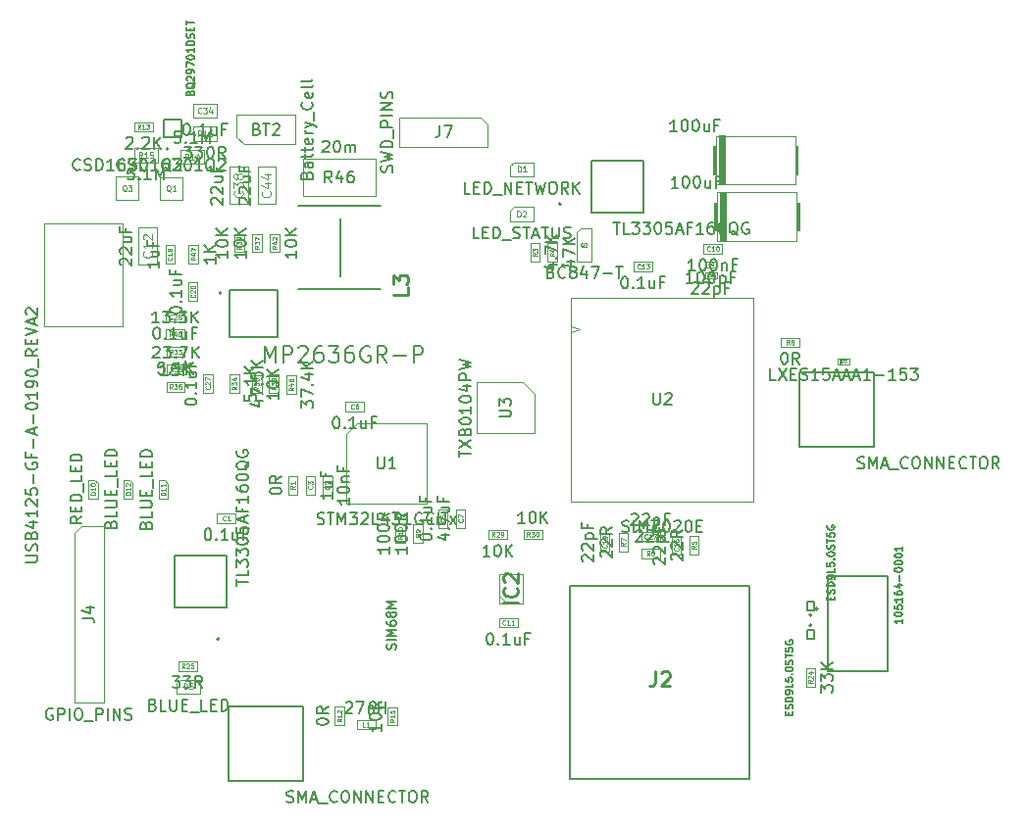
<source format=gbr>
%TF.GenerationSoftware,KiCad,Pcbnew,(6.0.2)*%
%TF.CreationDate,2022-09-17T14:06:51-08:00*%
%TF.ProjectId,HERTZ200,48455254-5a32-4303-902e-6b696361645f,VERSION 1*%
%TF.SameCoordinates,Original*%
%TF.FileFunction,AssemblyDrawing,Top*%
%FSLAX46Y46*%
G04 Gerber Fmt 4.6, Leading zero omitted, Abs format (unit mm)*
G04 Created by KiCad (PCBNEW (6.0.2)) date 2022-09-17 14:06:51*
%MOMM*%
%LPD*%
G01*
G04 APERTURE LIST*
%ADD10C,0.150000*%
%ADD11C,0.060000*%
%ADD12C,0.120000*%
%ADD13C,0.075000*%
%ADD14C,0.040000*%
%ADD15C,0.080000*%
%ADD16C,0.254000*%
%ADD17C,0.050000*%
%ADD18C,0.100000*%
%ADD19C,0.127000*%
%ADD20C,0.200000*%
%ADD21C,0.101600*%
%ADD22C,0.010000*%
G04 APERTURE END LIST*
D10*
%TO.C,R3*%
X73808914Y-42679809D02*
X74475580Y-42679809D01*
X73427961Y-42917904D02*
X74142247Y-43156000D01*
X74142247Y-42536952D01*
X74380342Y-42156000D02*
X74427961Y-42108380D01*
X74475580Y-42156000D01*
X74427961Y-42203619D01*
X74380342Y-42156000D01*
X74475580Y-42156000D01*
X73475580Y-41775047D02*
X73475580Y-41108380D01*
X74475580Y-41536952D01*
X74475580Y-40727428D02*
X73475580Y-40727428D01*
X74475580Y-40156000D02*
X73904152Y-40584571D01*
X73475580Y-40156000D02*
X74047009Y-40727428D01*
D11*
X72774152Y-41722666D02*
X72583676Y-41856000D01*
X72774152Y-41951238D02*
X72374152Y-41951238D01*
X72374152Y-41798857D01*
X72393200Y-41760761D01*
X72412247Y-41741714D01*
X72450342Y-41722666D01*
X72507485Y-41722666D01*
X72545580Y-41741714D01*
X72564628Y-41760761D01*
X72583676Y-41798857D01*
X72583676Y-41951238D01*
X72374152Y-41589333D02*
X72374152Y-41341714D01*
X72526533Y-41475047D01*
X72526533Y-41417904D01*
X72545580Y-41379809D01*
X72564628Y-41360761D01*
X72602723Y-41341714D01*
X72697961Y-41341714D01*
X72736057Y-41360761D01*
X72755104Y-41379809D01*
X72774152Y-41417904D01*
X72774152Y-41532190D01*
X72755104Y-41570285D01*
X72736057Y-41589333D01*
D10*
%TO.C,D7*%
X94497205Y-81619197D02*
X94497205Y-81409223D01*
X94827164Y-81319235D02*
X94827164Y-81619197D01*
X94197243Y-81619197D01*
X94197243Y-81319235D01*
X94797168Y-81079265D02*
X94827164Y-80989276D01*
X94827164Y-80839295D01*
X94797168Y-80779302D01*
X94767171Y-80749306D01*
X94707179Y-80719310D01*
X94647186Y-80719310D01*
X94587194Y-80749306D01*
X94557198Y-80779302D01*
X94527201Y-80839295D01*
X94497205Y-80959280D01*
X94467209Y-81019272D01*
X94437213Y-81049268D01*
X94377220Y-81079265D01*
X94317228Y-81079265D01*
X94257235Y-81049268D01*
X94227239Y-81019272D01*
X94197243Y-80959280D01*
X94197243Y-80809299D01*
X94227239Y-80719310D01*
X94827164Y-80449344D02*
X94197243Y-80449344D01*
X94197243Y-80299363D01*
X94227239Y-80209374D01*
X94287231Y-80149381D01*
X94347224Y-80119385D01*
X94467209Y-80089389D01*
X94557198Y-80089389D01*
X94677183Y-80119385D01*
X94737175Y-80149381D01*
X94797168Y-80209374D01*
X94827164Y-80299363D01*
X94827164Y-80449344D01*
X94827164Y-79789426D02*
X94827164Y-79669442D01*
X94797168Y-79609449D01*
X94767171Y-79579453D01*
X94677183Y-79519460D01*
X94557198Y-79489464D01*
X94317228Y-79489464D01*
X94257235Y-79519460D01*
X94227239Y-79549457D01*
X94197243Y-79609449D01*
X94197243Y-79729434D01*
X94227239Y-79789426D01*
X94257235Y-79819423D01*
X94317228Y-79849419D01*
X94467209Y-79849419D01*
X94527201Y-79819423D01*
X94557198Y-79789426D01*
X94587194Y-79729434D01*
X94587194Y-79609449D01*
X94557198Y-79549457D01*
X94527201Y-79519460D01*
X94467209Y-79489464D01*
X94827164Y-78919536D02*
X94827164Y-79219498D01*
X94197243Y-79219498D01*
X94197243Y-78409600D02*
X94197243Y-78709562D01*
X94497205Y-78739558D01*
X94467209Y-78709562D01*
X94437213Y-78649569D01*
X94437213Y-78499588D01*
X94467209Y-78439596D01*
X94497205Y-78409600D01*
X94557198Y-78379603D01*
X94707179Y-78379603D01*
X94767171Y-78409600D01*
X94797168Y-78439596D01*
X94827164Y-78499588D01*
X94827164Y-78649569D01*
X94797168Y-78709562D01*
X94767171Y-78739558D01*
X94767171Y-78109637D02*
X94797168Y-78079641D01*
X94827164Y-78109637D01*
X94797168Y-78139633D01*
X94767171Y-78109637D01*
X94827164Y-78109637D01*
X94197243Y-77689690D02*
X94197243Y-77629697D01*
X94227239Y-77569705D01*
X94257235Y-77539709D01*
X94317228Y-77509712D01*
X94437213Y-77479716D01*
X94587194Y-77479716D01*
X94707179Y-77509712D01*
X94767171Y-77539709D01*
X94797168Y-77569705D01*
X94827164Y-77629697D01*
X94827164Y-77689690D01*
X94797168Y-77749682D01*
X94767171Y-77779679D01*
X94707179Y-77809675D01*
X94587194Y-77839671D01*
X94437213Y-77839671D01*
X94317228Y-77809675D01*
X94257235Y-77779679D01*
X94227239Y-77749682D01*
X94197243Y-77689690D01*
X94797168Y-77239746D02*
X94827164Y-77149758D01*
X94827164Y-76999776D01*
X94797168Y-76939784D01*
X94767171Y-76909788D01*
X94707179Y-76879791D01*
X94647186Y-76879791D01*
X94587194Y-76909788D01*
X94557198Y-76939784D01*
X94527201Y-76999776D01*
X94497205Y-77119761D01*
X94467209Y-77179754D01*
X94437213Y-77209750D01*
X94377220Y-77239746D01*
X94317228Y-77239746D01*
X94257235Y-77209750D01*
X94227239Y-77179754D01*
X94197243Y-77119761D01*
X94197243Y-76969780D01*
X94227239Y-76879791D01*
X94197243Y-76699814D02*
X94197243Y-76339859D01*
X94827164Y-76519837D02*
X94197243Y-76519837D01*
X94197243Y-75829923D02*
X94197243Y-76129885D01*
X94497205Y-76159882D01*
X94467209Y-76129885D01*
X94437213Y-76069893D01*
X94437213Y-75919912D01*
X94467209Y-75859919D01*
X94497205Y-75829923D01*
X94557198Y-75799927D01*
X94707179Y-75799927D01*
X94767171Y-75829923D01*
X94797168Y-75859919D01*
X94827164Y-75919912D01*
X94827164Y-76069893D01*
X94797168Y-76129885D01*
X94767171Y-76159882D01*
X94227239Y-75200002D02*
X94197243Y-75259995D01*
X94197243Y-75349983D01*
X94227239Y-75439972D01*
X94287231Y-75499964D01*
X94347224Y-75529961D01*
X94467209Y-75559957D01*
X94557198Y-75559957D01*
X94677183Y-75529961D01*
X94737175Y-75499964D01*
X94797168Y-75439972D01*
X94827164Y-75349983D01*
X94827164Y-75289991D01*
X94797168Y-75200002D01*
X94767171Y-75170006D01*
X94557198Y-75170006D01*
X94557198Y-75289991D01*
%TO.C,U4*%
X60534610Y-75952243D02*
X60572105Y-75839757D01*
X60572105Y-75652280D01*
X60534610Y-75577290D01*
X60497115Y-75539794D01*
X60422124Y-75502299D01*
X60347133Y-75502299D01*
X60272143Y-75539794D01*
X60234647Y-75577290D01*
X60197152Y-75652280D01*
X60159657Y-75802262D01*
X60122161Y-75877252D01*
X60084666Y-75914748D01*
X60009675Y-75952243D01*
X59934685Y-75952243D01*
X59859694Y-75914748D01*
X59822199Y-75877252D01*
X59784703Y-75802262D01*
X59784703Y-75614785D01*
X59822199Y-75502299D01*
X60572105Y-75164841D02*
X59784703Y-75164841D01*
X60572105Y-74789888D02*
X59784703Y-74789888D01*
X60347133Y-74527420D01*
X59784703Y-74264953D01*
X60572105Y-74264953D01*
X59784703Y-73552542D02*
X59784703Y-73702523D01*
X59822199Y-73777514D01*
X59859694Y-73815009D01*
X59972180Y-73890000D01*
X60122161Y-73927495D01*
X60422124Y-73927495D01*
X60497115Y-73890000D01*
X60534610Y-73852504D01*
X60572105Y-73777514D01*
X60572105Y-73627532D01*
X60534610Y-73552542D01*
X60497115Y-73515046D01*
X60422124Y-73477551D01*
X60234647Y-73477551D01*
X60159657Y-73515046D01*
X60122161Y-73552542D01*
X60084666Y-73627532D01*
X60084666Y-73777514D01*
X60122161Y-73852504D01*
X60159657Y-73890000D01*
X60234647Y-73927495D01*
X60122161Y-73027607D02*
X60084666Y-73102598D01*
X60047171Y-73140093D01*
X59972180Y-73177588D01*
X59934685Y-73177588D01*
X59859694Y-73140093D01*
X59822199Y-73102598D01*
X59784703Y-73027607D01*
X59784703Y-72877626D01*
X59822199Y-72802635D01*
X59859694Y-72765140D01*
X59934685Y-72727644D01*
X59972180Y-72727644D01*
X60047171Y-72765140D01*
X60084666Y-72802635D01*
X60122161Y-72877626D01*
X60122161Y-73027607D01*
X60159657Y-73102598D01*
X60197152Y-73140093D01*
X60272143Y-73177588D01*
X60422124Y-73177588D01*
X60497115Y-73140093D01*
X60534610Y-73102598D01*
X60572105Y-73027607D01*
X60572105Y-72877626D01*
X60534610Y-72802635D01*
X60497115Y-72765140D01*
X60422124Y-72727644D01*
X60272143Y-72727644D01*
X60197152Y-72765140D01*
X60159657Y-72802635D01*
X60122161Y-72877626D01*
X60572105Y-72390186D02*
X59784703Y-72390186D01*
X60347133Y-72127719D01*
X59784703Y-71865252D01*
X60572105Y-71865252D01*
%TO.C,C3*%
X55069980Y-62368038D02*
X55069980Y-62939466D01*
X55069980Y-62653752D02*
X54069980Y-62653752D01*
X54212838Y-62748990D01*
X54308076Y-62844228D01*
X54355695Y-62939466D01*
X54403314Y-61510895D02*
X55069980Y-61510895D01*
X54403314Y-61939466D02*
X54927123Y-61939466D01*
X55022361Y-61891847D01*
X55069980Y-61796609D01*
X55069980Y-61653752D01*
X55022361Y-61558514D01*
X54974742Y-61510895D01*
X54546171Y-60701371D02*
X54546171Y-61034704D01*
X55069980Y-61034704D02*
X54069980Y-61034704D01*
X54069980Y-60558514D01*
D11*
X53330457Y-61839466D02*
X53349504Y-61858514D01*
X53368552Y-61915657D01*
X53368552Y-61953752D01*
X53349504Y-62010895D01*
X53311409Y-62048990D01*
X53273314Y-62068038D01*
X53197123Y-62087085D01*
X53139980Y-62087085D01*
X53063790Y-62068038D01*
X53025695Y-62048990D01*
X52987600Y-62010895D01*
X52968552Y-61953752D01*
X52968552Y-61915657D01*
X52987600Y-61858514D01*
X53006647Y-61839466D01*
X52968552Y-61706133D02*
X52968552Y-61458514D01*
X53120933Y-61591847D01*
X53120933Y-61534704D01*
X53139980Y-61496609D01*
X53159028Y-61477561D01*
X53197123Y-61458514D01*
X53292361Y-61458514D01*
X53330457Y-61477561D01*
X53349504Y-61496609D01*
X53368552Y-61534704D01*
X53368552Y-61648990D01*
X53349504Y-61687085D01*
X53330457Y-61706133D01*
D10*
%TO.C,C7*%
X64522714Y-66047761D02*
X65189380Y-66047761D01*
X64141761Y-66285857D02*
X64856047Y-66523952D01*
X64856047Y-65904904D01*
X65094142Y-65523952D02*
X65141761Y-65476333D01*
X65189380Y-65523952D01*
X65141761Y-65571571D01*
X65094142Y-65523952D01*
X65189380Y-65523952D01*
X64189380Y-65142999D02*
X64189380Y-64476333D01*
X65189380Y-64904904D01*
X64522714Y-63666809D02*
X65189380Y-63666809D01*
X64522714Y-64095380D02*
X65046523Y-64095380D01*
X65141761Y-64047761D01*
X65189380Y-63952523D01*
X65189380Y-63809666D01*
X65141761Y-63714428D01*
X65094142Y-63666809D01*
X64665571Y-62857285D02*
X64665571Y-63190619D01*
X65189380Y-63190619D02*
X64189380Y-63190619D01*
X64189380Y-62714428D01*
D11*
X66309857Y-64709666D02*
X66328904Y-64728714D01*
X66347952Y-64785857D01*
X66347952Y-64823952D01*
X66328904Y-64881095D01*
X66290809Y-64919190D01*
X66252714Y-64938238D01*
X66176523Y-64957285D01*
X66119380Y-64957285D01*
X66043190Y-64938238D01*
X66005095Y-64919190D01*
X65967000Y-64881095D01*
X65947952Y-64823952D01*
X65947952Y-64785857D01*
X65967000Y-64728714D01*
X65986047Y-64709666D01*
X65947952Y-64576333D02*
X65947952Y-64309666D01*
X66347952Y-64481095D01*
D10*
%TO.C,R6*%
X81288095Y-65783219D02*
X81335714Y-65735600D01*
X81430952Y-65687980D01*
X81669047Y-65687980D01*
X81764285Y-65735600D01*
X81811904Y-65783219D01*
X81859523Y-65878457D01*
X81859523Y-65973695D01*
X81811904Y-66116552D01*
X81240476Y-66687980D01*
X81859523Y-66687980D01*
X82240476Y-65783219D02*
X82288095Y-65735600D01*
X82383333Y-65687980D01*
X82621428Y-65687980D01*
X82716666Y-65735600D01*
X82764285Y-65783219D01*
X82811904Y-65878457D01*
X82811904Y-65973695D01*
X82764285Y-66116552D01*
X82192857Y-66687980D01*
X82811904Y-66687980D01*
X83811904Y-66687980D02*
X83478571Y-66211790D01*
X83240476Y-66687980D02*
X83240476Y-65687980D01*
X83621428Y-65687980D01*
X83716666Y-65735600D01*
X83764285Y-65783219D01*
X83811904Y-65878457D01*
X83811904Y-66021314D01*
X83764285Y-66116552D01*
X83716666Y-66164171D01*
X83621428Y-66211790D01*
X83240476Y-66211790D01*
D11*
X82483333Y-67846552D02*
X82350000Y-67656076D01*
X82254761Y-67846552D02*
X82254761Y-67446552D01*
X82407142Y-67446552D01*
X82445238Y-67465600D01*
X82464285Y-67484647D01*
X82483333Y-67522742D01*
X82483333Y-67579885D01*
X82464285Y-67617980D01*
X82445238Y-67637028D01*
X82407142Y-67656076D01*
X82254761Y-67656076D01*
X82826190Y-67446552D02*
X82750000Y-67446552D01*
X82711904Y-67465600D01*
X82692857Y-67484647D01*
X82654761Y-67541790D01*
X82635714Y-67617980D01*
X82635714Y-67770361D01*
X82654761Y-67808457D01*
X82673809Y-67827504D01*
X82711904Y-67846552D01*
X82788095Y-67846552D01*
X82826190Y-67827504D01*
X82845238Y-67808457D01*
X82864285Y-67770361D01*
X82864285Y-67675123D01*
X82845238Y-67637028D01*
X82826190Y-67617980D01*
X82788095Y-67598933D01*
X82711904Y-67598933D01*
X82673809Y-67617980D01*
X82654761Y-67637028D01*
X82635714Y-67675123D01*
D10*
%TO.C,C44*%
X47126019Y-37507657D02*
X47078400Y-37460038D01*
X47030780Y-37364800D01*
X47030780Y-37126704D01*
X47078400Y-37031466D01*
X47126019Y-36983847D01*
X47221257Y-36936228D01*
X47316495Y-36936228D01*
X47459352Y-36983847D01*
X48030780Y-37555276D01*
X48030780Y-36936228D01*
X47126019Y-36555276D02*
X47078400Y-36507657D01*
X47030780Y-36412419D01*
X47030780Y-36174323D01*
X47078400Y-36079085D01*
X47126019Y-36031466D01*
X47221257Y-35983847D01*
X47316495Y-35983847D01*
X47459352Y-36031466D01*
X48030780Y-36602895D01*
X48030780Y-35983847D01*
X47364114Y-35126704D02*
X48030780Y-35126704D01*
X47364114Y-35555276D02*
X47887923Y-35555276D01*
X47983161Y-35507657D01*
X48030780Y-35412419D01*
X48030780Y-35269561D01*
X47983161Y-35174323D01*
X47935542Y-35126704D01*
X47506971Y-34317180D02*
X47506971Y-34650514D01*
X48030780Y-34650514D02*
X47030780Y-34650514D01*
X47030780Y-34174323D01*
D12*
X49714114Y-36379085D02*
X49752209Y-36417180D01*
X49790304Y-36531466D01*
X49790304Y-36607657D01*
X49752209Y-36721942D01*
X49676019Y-36798133D01*
X49599828Y-36836228D01*
X49447447Y-36874323D01*
X49333161Y-36874323D01*
X49180780Y-36836228D01*
X49104590Y-36798133D01*
X49028400Y-36721942D01*
X48990304Y-36607657D01*
X48990304Y-36531466D01*
X49028400Y-36417180D01*
X49066495Y-36379085D01*
X49256971Y-35693371D02*
X49790304Y-35693371D01*
X48952209Y-35883847D02*
X49523638Y-36074323D01*
X49523638Y-35579085D01*
X49256971Y-34931466D02*
X49790304Y-34931466D01*
X48952209Y-35121942D02*
X49523638Y-35312419D01*
X49523638Y-34817180D01*
D10*
%TO.C,R42*%
X51996580Y-41533676D02*
X51996580Y-42105104D01*
X51996580Y-41819390D02*
X50996580Y-41819390D01*
X51139438Y-41914628D01*
X51234676Y-42009866D01*
X51282295Y-42105104D01*
X50996580Y-40914628D02*
X50996580Y-40819390D01*
X51044200Y-40724152D01*
X51091819Y-40676533D01*
X51187057Y-40628914D01*
X51377533Y-40581295D01*
X51615628Y-40581295D01*
X51806104Y-40628914D01*
X51901342Y-40676533D01*
X51948961Y-40724152D01*
X51996580Y-40819390D01*
X51996580Y-40914628D01*
X51948961Y-41009866D01*
X51901342Y-41057485D01*
X51806104Y-41105104D01*
X51615628Y-41152723D01*
X51377533Y-41152723D01*
X51187057Y-41105104D01*
X51091819Y-41057485D01*
X51044200Y-41009866D01*
X50996580Y-40914628D01*
X51996580Y-40152723D02*
X50996580Y-40152723D01*
X51996580Y-39581295D02*
X51425152Y-40009866D01*
X50996580Y-39581295D02*
X51568009Y-40152723D01*
D11*
X50295152Y-41100342D02*
X50104676Y-41233676D01*
X50295152Y-41328914D02*
X49895152Y-41328914D01*
X49895152Y-41176533D01*
X49914200Y-41138438D01*
X49933247Y-41119390D01*
X49971342Y-41100342D01*
X50028485Y-41100342D01*
X50066580Y-41119390D01*
X50085628Y-41138438D01*
X50104676Y-41176533D01*
X50104676Y-41328914D01*
X50028485Y-40757485D02*
X50295152Y-40757485D01*
X49876104Y-40852723D02*
X50161819Y-40947961D01*
X50161819Y-40700342D01*
X49933247Y-40567009D02*
X49914200Y-40547961D01*
X49895152Y-40509866D01*
X49895152Y-40414628D01*
X49914200Y-40376533D01*
X49933247Y-40357485D01*
X49971342Y-40338438D01*
X50009438Y-40338438D01*
X50066580Y-40357485D01*
X50295152Y-40586057D01*
X50295152Y-40338438D01*
D10*
%TO.C,R13*%
X37285800Y-31787819D02*
X37333419Y-31740200D01*
X37428657Y-31692580D01*
X37666752Y-31692580D01*
X37761990Y-31740200D01*
X37809609Y-31787819D01*
X37857228Y-31883057D01*
X37857228Y-31978295D01*
X37809609Y-32121152D01*
X37238180Y-32692580D01*
X37857228Y-32692580D01*
X38285800Y-32597342D02*
X38333419Y-32644961D01*
X38285800Y-32692580D01*
X38238180Y-32644961D01*
X38285800Y-32597342D01*
X38285800Y-32692580D01*
X38714371Y-31787819D02*
X38761990Y-31740200D01*
X38857228Y-31692580D01*
X39095323Y-31692580D01*
X39190561Y-31740200D01*
X39238180Y-31787819D01*
X39285800Y-31883057D01*
X39285800Y-31978295D01*
X39238180Y-32121152D01*
X38666752Y-32692580D01*
X39285800Y-32692580D01*
X39714371Y-32692580D02*
X39714371Y-31692580D01*
X40285800Y-32692580D02*
X39857228Y-32121152D01*
X40285800Y-31692580D02*
X39714371Y-32264009D01*
D11*
X38528657Y-30991152D02*
X38395323Y-30800676D01*
X38300085Y-30991152D02*
X38300085Y-30591152D01*
X38452466Y-30591152D01*
X38490561Y-30610200D01*
X38509609Y-30629247D01*
X38528657Y-30667342D01*
X38528657Y-30724485D01*
X38509609Y-30762580D01*
X38490561Y-30781628D01*
X38452466Y-30800676D01*
X38300085Y-30800676D01*
X38909609Y-30991152D02*
X38681038Y-30991152D01*
X38795323Y-30991152D02*
X38795323Y-30591152D01*
X38757228Y-30648295D01*
X38719133Y-30686390D01*
X38681038Y-30705438D01*
X39042942Y-30591152D02*
X39290561Y-30591152D01*
X39157228Y-30743533D01*
X39214371Y-30743533D01*
X39252466Y-30762580D01*
X39271514Y-30781628D01*
X39290561Y-30819723D01*
X39290561Y-30914961D01*
X39271514Y-30953057D01*
X39252466Y-30972104D01*
X39214371Y-30991152D01*
X39100085Y-30991152D01*
X39061990Y-30972104D01*
X39042942Y-30953057D01*
D10*
%TO.C,Q3*%
X33315780Y-34475942D02*
X33268161Y-34523561D01*
X33125304Y-34571180D01*
X33030066Y-34571180D01*
X32887209Y-34523561D01*
X32791971Y-34428323D01*
X32744352Y-34333085D01*
X32696733Y-34142609D01*
X32696733Y-33999752D01*
X32744352Y-33809276D01*
X32791971Y-33714038D01*
X32887209Y-33618800D01*
X33030066Y-33571180D01*
X33125304Y-33571180D01*
X33268161Y-33618800D01*
X33315780Y-33666419D01*
X33696733Y-34523561D02*
X33839590Y-34571180D01*
X34077685Y-34571180D01*
X34172923Y-34523561D01*
X34220542Y-34475942D01*
X34268161Y-34380704D01*
X34268161Y-34285466D01*
X34220542Y-34190228D01*
X34172923Y-34142609D01*
X34077685Y-34094990D01*
X33887209Y-34047371D01*
X33791971Y-33999752D01*
X33744352Y-33952133D01*
X33696733Y-33856895D01*
X33696733Y-33761657D01*
X33744352Y-33666419D01*
X33791971Y-33618800D01*
X33887209Y-33571180D01*
X34125304Y-33571180D01*
X34268161Y-33618800D01*
X34696733Y-34571180D02*
X34696733Y-33571180D01*
X34934828Y-33571180D01*
X35077685Y-33618800D01*
X35172923Y-33714038D01*
X35220542Y-33809276D01*
X35268161Y-33999752D01*
X35268161Y-34142609D01*
X35220542Y-34333085D01*
X35172923Y-34428323D01*
X35077685Y-34523561D01*
X34934828Y-34571180D01*
X34696733Y-34571180D01*
X36220542Y-34571180D02*
X35649114Y-34571180D01*
X35934828Y-34571180D02*
X35934828Y-33571180D01*
X35839590Y-33714038D01*
X35744352Y-33809276D01*
X35649114Y-33856895D01*
X37077685Y-33571180D02*
X36887209Y-33571180D01*
X36791971Y-33618800D01*
X36744352Y-33666419D01*
X36649114Y-33809276D01*
X36601495Y-33999752D01*
X36601495Y-34380704D01*
X36649114Y-34475942D01*
X36696733Y-34523561D01*
X36791971Y-34571180D01*
X36982447Y-34571180D01*
X37077685Y-34523561D01*
X37125304Y-34475942D01*
X37172923Y-34380704D01*
X37172923Y-34142609D01*
X37125304Y-34047371D01*
X37077685Y-33999752D01*
X36982447Y-33952133D01*
X36791971Y-33952133D01*
X36696733Y-33999752D01*
X36649114Y-34047371D01*
X36601495Y-34142609D01*
X37506257Y-33571180D02*
X38125304Y-33571180D01*
X37791971Y-33952133D01*
X37934828Y-33952133D01*
X38030066Y-33999752D01*
X38077685Y-34047371D01*
X38125304Y-34142609D01*
X38125304Y-34380704D01*
X38077685Y-34475942D01*
X38030066Y-34523561D01*
X37934828Y-34571180D01*
X37649114Y-34571180D01*
X37553876Y-34523561D01*
X37506257Y-34475942D01*
X38744352Y-33571180D02*
X38839590Y-33571180D01*
X38934828Y-33618800D01*
X38982447Y-33666419D01*
X39030066Y-33761657D01*
X39077685Y-33952133D01*
X39077685Y-34190228D01*
X39030066Y-34380704D01*
X38982447Y-34475942D01*
X38934828Y-34523561D01*
X38839590Y-34571180D01*
X38744352Y-34571180D01*
X38649114Y-34523561D01*
X38601495Y-34475942D01*
X38553876Y-34380704D01*
X38506257Y-34190228D01*
X38506257Y-33952133D01*
X38553876Y-33761657D01*
X38601495Y-33666419D01*
X38649114Y-33618800D01*
X38744352Y-33571180D01*
X40030066Y-34571180D02*
X39458638Y-34571180D01*
X39744352Y-34571180D02*
X39744352Y-33571180D01*
X39649114Y-33714038D01*
X39553876Y-33809276D01*
X39458638Y-33856895D01*
X41125304Y-34666419D02*
X41030066Y-34618800D01*
X40934828Y-34523561D01*
X40791971Y-34380704D01*
X40696733Y-34333085D01*
X40601495Y-34333085D01*
X40649114Y-34571180D02*
X40553876Y-34523561D01*
X40458638Y-34428323D01*
X40411019Y-34237847D01*
X40411019Y-33904514D01*
X40458638Y-33714038D01*
X40553876Y-33618800D01*
X40649114Y-33571180D01*
X40839590Y-33571180D01*
X40934828Y-33618800D01*
X41030066Y-33714038D01*
X41077685Y-33904514D01*
X41077685Y-34237847D01*
X41030066Y-34428323D01*
X40934828Y-34523561D01*
X40839590Y-34571180D01*
X40649114Y-34571180D01*
X41458638Y-33666419D02*
X41506257Y-33618800D01*
X41601495Y-33571180D01*
X41839590Y-33571180D01*
X41934828Y-33618800D01*
X41982447Y-33666419D01*
X42030066Y-33761657D01*
X42030066Y-33856895D01*
X41982447Y-33999752D01*
X41411019Y-34571180D01*
X42030066Y-34571180D01*
D13*
X37315780Y-36392609D02*
X37268161Y-36368800D01*
X37220542Y-36321180D01*
X37149114Y-36249752D01*
X37101495Y-36225942D01*
X37053876Y-36225942D01*
X37077685Y-36344990D02*
X37030066Y-36321180D01*
X36982447Y-36273561D01*
X36958638Y-36178323D01*
X36958638Y-36011657D01*
X36982447Y-35916419D01*
X37030066Y-35868800D01*
X37077685Y-35844990D01*
X37172923Y-35844990D01*
X37220542Y-35868800D01*
X37268161Y-35916419D01*
X37291971Y-36011657D01*
X37291971Y-36178323D01*
X37268161Y-36273561D01*
X37220542Y-36321180D01*
X37172923Y-36344990D01*
X37077685Y-36344990D01*
X37458638Y-35844990D02*
X37768161Y-35844990D01*
X37601495Y-36035466D01*
X37672923Y-36035466D01*
X37720542Y-36059276D01*
X37744352Y-36083085D01*
X37768161Y-36130704D01*
X37768161Y-36249752D01*
X37744352Y-36297371D01*
X37720542Y-36321180D01*
X37672923Y-36344990D01*
X37530066Y-36344990D01*
X37482447Y-36321180D01*
X37458638Y-36297371D01*
D10*
%TO.C,C9*%
X86209380Y-44309780D02*
X85637952Y-44309780D01*
X85923666Y-44309780D02*
X85923666Y-43309780D01*
X85828428Y-43452638D01*
X85733190Y-43547876D01*
X85637952Y-43595495D01*
X86828428Y-43309780D02*
X86923666Y-43309780D01*
X87018904Y-43357400D01*
X87066523Y-43405019D01*
X87114142Y-43500257D01*
X87161761Y-43690733D01*
X87161761Y-43928828D01*
X87114142Y-44119304D01*
X87066523Y-44214542D01*
X87018904Y-44262161D01*
X86923666Y-44309780D01*
X86828428Y-44309780D01*
X86733190Y-44262161D01*
X86685571Y-44214542D01*
X86637952Y-44119304D01*
X86590333Y-43928828D01*
X86590333Y-43690733D01*
X86637952Y-43500257D01*
X86685571Y-43405019D01*
X86733190Y-43357400D01*
X86828428Y-43309780D01*
X87780809Y-43309780D02*
X87876047Y-43309780D01*
X87971285Y-43357400D01*
X88018904Y-43405019D01*
X88066523Y-43500257D01*
X88114142Y-43690733D01*
X88114142Y-43928828D01*
X88066523Y-44119304D01*
X88018904Y-44214542D01*
X87971285Y-44262161D01*
X87876047Y-44309780D01*
X87780809Y-44309780D01*
X87685571Y-44262161D01*
X87637952Y-44214542D01*
X87590333Y-44119304D01*
X87542714Y-43928828D01*
X87542714Y-43690733D01*
X87590333Y-43500257D01*
X87637952Y-43405019D01*
X87685571Y-43357400D01*
X87780809Y-43309780D01*
X88542714Y-43643114D02*
X88542714Y-44643114D01*
X88542714Y-43690733D02*
X88637952Y-43643114D01*
X88828428Y-43643114D01*
X88923666Y-43690733D01*
X88971285Y-43738352D01*
X89018904Y-43833590D01*
X89018904Y-44119304D01*
X88971285Y-44214542D01*
X88923666Y-44262161D01*
X88828428Y-44309780D01*
X88637952Y-44309780D01*
X88542714Y-44262161D01*
X89780809Y-43785971D02*
X89447476Y-43785971D01*
X89447476Y-44309780D02*
X89447476Y-43309780D01*
X89923666Y-43309780D01*
D14*
X87715333Y-42786685D02*
X87703428Y-42798590D01*
X87667714Y-42810495D01*
X87643904Y-42810495D01*
X87608190Y-42798590D01*
X87584380Y-42774780D01*
X87572476Y-42750971D01*
X87560571Y-42703352D01*
X87560571Y-42667638D01*
X87572476Y-42620019D01*
X87584380Y-42596209D01*
X87608190Y-42572400D01*
X87643904Y-42560495D01*
X87667714Y-42560495D01*
X87703428Y-42572400D01*
X87715333Y-42584304D01*
X87834380Y-42810495D02*
X87882000Y-42810495D01*
X87905809Y-42798590D01*
X87917714Y-42786685D01*
X87941523Y-42750971D01*
X87953428Y-42703352D01*
X87953428Y-42608114D01*
X87941523Y-42584304D01*
X87929619Y-42572400D01*
X87905809Y-42560495D01*
X87858190Y-42560495D01*
X87834380Y-42572400D01*
X87822476Y-42584304D01*
X87810571Y-42608114D01*
X87810571Y-42667638D01*
X87822476Y-42691447D01*
X87834380Y-42703352D01*
X87858190Y-42715257D01*
X87905809Y-42715257D01*
X87929619Y-42703352D01*
X87941523Y-42691447D01*
X87953428Y-42667638D01*
D10*
%TO.C,R46*%
X54248228Y-32106619D02*
X54295847Y-32059000D01*
X54391085Y-32011380D01*
X54629180Y-32011380D01*
X54724419Y-32059000D01*
X54772038Y-32106619D01*
X54819657Y-32201857D01*
X54819657Y-32297095D01*
X54772038Y-32439952D01*
X54200609Y-33011380D01*
X54819657Y-33011380D01*
X55438704Y-32011380D02*
X55533942Y-32011380D01*
X55629180Y-32059000D01*
X55676800Y-32106619D01*
X55724419Y-32201857D01*
X55772038Y-32392333D01*
X55772038Y-32630428D01*
X55724419Y-32820904D01*
X55676800Y-32916142D01*
X55629180Y-32963761D01*
X55533942Y-33011380D01*
X55438704Y-33011380D01*
X55343466Y-32963761D01*
X55295847Y-32916142D01*
X55248228Y-32820904D01*
X55200609Y-32630428D01*
X55200609Y-32392333D01*
X55248228Y-32201857D01*
X55295847Y-32106619D01*
X55343466Y-32059000D01*
X55438704Y-32011380D01*
X56200609Y-33011380D02*
X56200609Y-32344714D01*
X56200609Y-32439952D02*
X56248228Y-32392333D01*
X56343466Y-32344714D01*
X56486323Y-32344714D01*
X56581561Y-32392333D01*
X56629180Y-32487571D01*
X56629180Y-33011380D01*
X56629180Y-32487571D02*
X56676800Y-32392333D01*
X56772038Y-32344714D01*
X56914895Y-32344714D01*
X57010133Y-32392333D01*
X57057752Y-32487571D01*
X57057752Y-33011380D01*
X55033942Y-35631380D02*
X54700609Y-35155190D01*
X54462514Y-35631380D02*
X54462514Y-34631380D01*
X54843466Y-34631380D01*
X54938704Y-34679000D01*
X54986323Y-34726619D01*
X55033942Y-34821857D01*
X55033942Y-34964714D01*
X54986323Y-35059952D01*
X54938704Y-35107571D01*
X54843466Y-35155190D01*
X54462514Y-35155190D01*
X55891085Y-34964714D02*
X55891085Y-35631380D01*
X55652990Y-34583761D02*
X55414895Y-35298047D01*
X56033942Y-35298047D01*
X56843466Y-34631380D02*
X56652990Y-34631380D01*
X56557752Y-34679000D01*
X56510133Y-34726619D01*
X56414895Y-34869476D01*
X56367276Y-35059952D01*
X56367276Y-35440904D01*
X56414895Y-35536142D01*
X56462514Y-35583761D01*
X56557752Y-35631380D01*
X56748228Y-35631380D01*
X56843466Y-35583761D01*
X56891085Y-35536142D01*
X56938704Y-35440904D01*
X56938704Y-35202809D01*
X56891085Y-35107571D01*
X56843466Y-35059952D01*
X56748228Y-35012333D01*
X56557752Y-35012333D01*
X56462514Y-35059952D01*
X56414895Y-35107571D01*
X56367276Y-35202809D01*
%TO.C,R14*%
X41954580Y-31203380D02*
X41478390Y-31203380D01*
X41430771Y-31679571D01*
X41478390Y-31631952D01*
X41573628Y-31584333D01*
X41811723Y-31584333D01*
X41906961Y-31631952D01*
X41954580Y-31679571D01*
X42002200Y-31774809D01*
X42002200Y-32012904D01*
X41954580Y-32108142D01*
X41906961Y-32155761D01*
X41811723Y-32203380D01*
X41573628Y-32203380D01*
X41478390Y-32155761D01*
X41430771Y-32108142D01*
X42430771Y-32108142D02*
X42478390Y-32155761D01*
X42430771Y-32203380D01*
X42383152Y-32155761D01*
X42430771Y-32108142D01*
X42430771Y-32203380D01*
X43430771Y-32203380D02*
X42859342Y-32203380D01*
X43145057Y-32203380D02*
X43145057Y-31203380D01*
X43049819Y-31346238D01*
X42954580Y-31441476D01*
X42859342Y-31489095D01*
X43859342Y-32203380D02*
X43859342Y-31203380D01*
X44192676Y-31917666D01*
X44526009Y-31203380D01*
X44526009Y-32203380D01*
D15*
X42680771Y-33627190D02*
X42514104Y-33389095D01*
X42395057Y-33627190D02*
X42395057Y-33127190D01*
X42585533Y-33127190D01*
X42633152Y-33151000D01*
X42656961Y-33174809D01*
X42680771Y-33222428D01*
X42680771Y-33293857D01*
X42656961Y-33341476D01*
X42633152Y-33365285D01*
X42585533Y-33389095D01*
X42395057Y-33389095D01*
X43156961Y-33627190D02*
X42871247Y-33627190D01*
X43014104Y-33627190D02*
X43014104Y-33127190D01*
X42966485Y-33198619D01*
X42918866Y-33246238D01*
X42871247Y-33270047D01*
X43585533Y-33293857D02*
X43585533Y-33627190D01*
X43466485Y-33103380D02*
X43347438Y-33460523D01*
X43656961Y-33460523D01*
D10*
%TO.C,R33*%
X40578209Y-51148980D02*
X40102019Y-51148980D01*
X40054400Y-51625171D01*
X40102019Y-51577552D01*
X40197257Y-51529933D01*
X40435352Y-51529933D01*
X40530590Y-51577552D01*
X40578209Y-51625171D01*
X40625828Y-51720409D01*
X40625828Y-51958504D01*
X40578209Y-52053742D01*
X40530590Y-52101361D01*
X40435352Y-52148980D01*
X40197257Y-52148980D01*
X40102019Y-52101361D01*
X40054400Y-52053742D01*
X41054400Y-52053742D02*
X41102019Y-52101361D01*
X41054400Y-52148980D01*
X41006780Y-52101361D01*
X41054400Y-52053742D01*
X41054400Y-52148980D01*
X42054400Y-52148980D02*
X41482971Y-52148980D01*
X41768685Y-52148980D02*
X41768685Y-51148980D01*
X41673447Y-51291838D01*
X41578209Y-51387076D01*
X41482971Y-51434695D01*
X42482971Y-52148980D02*
X42482971Y-51148980D01*
X43054400Y-52148980D02*
X42625828Y-51577552D01*
X43054400Y-51148980D02*
X42482971Y-51720409D01*
D11*
X41297257Y-50447552D02*
X41163923Y-50257076D01*
X41068685Y-50447552D02*
X41068685Y-50047552D01*
X41221066Y-50047552D01*
X41259161Y-50066600D01*
X41278209Y-50085647D01*
X41297257Y-50123742D01*
X41297257Y-50180885D01*
X41278209Y-50218980D01*
X41259161Y-50238028D01*
X41221066Y-50257076D01*
X41068685Y-50257076D01*
X41430590Y-50047552D02*
X41678209Y-50047552D01*
X41544876Y-50199933D01*
X41602019Y-50199933D01*
X41640114Y-50218980D01*
X41659161Y-50238028D01*
X41678209Y-50276123D01*
X41678209Y-50371361D01*
X41659161Y-50409457D01*
X41640114Y-50428504D01*
X41602019Y-50447552D01*
X41487733Y-50447552D01*
X41449638Y-50428504D01*
X41430590Y-50409457D01*
X41811542Y-50047552D02*
X42059161Y-50047552D01*
X41925828Y-50199933D01*
X41982971Y-50199933D01*
X42021066Y-50218980D01*
X42040114Y-50238028D01*
X42059161Y-50276123D01*
X42059161Y-50371361D01*
X42040114Y-50409457D01*
X42021066Y-50428504D01*
X41982971Y-50447552D01*
X41868685Y-50447552D01*
X41830590Y-50428504D01*
X41811542Y-50409457D01*
D10*
%TO.C,J1*%
X100437561Y-60284761D02*
X100580419Y-60332380D01*
X100818514Y-60332380D01*
X100913752Y-60284761D01*
X100961371Y-60237142D01*
X101008990Y-60141904D01*
X101008990Y-60046666D01*
X100961371Y-59951428D01*
X100913752Y-59903809D01*
X100818514Y-59856190D01*
X100628038Y-59808571D01*
X100532800Y-59760952D01*
X100485180Y-59713333D01*
X100437561Y-59618095D01*
X100437561Y-59522857D01*
X100485180Y-59427619D01*
X100532800Y-59380000D01*
X100628038Y-59332380D01*
X100866133Y-59332380D01*
X101008990Y-59380000D01*
X101437561Y-60332380D02*
X101437561Y-59332380D01*
X101770895Y-60046666D01*
X102104228Y-59332380D01*
X102104228Y-60332380D01*
X102532800Y-60046666D02*
X103008990Y-60046666D01*
X102437561Y-60332380D02*
X102770895Y-59332380D01*
X103104228Y-60332380D01*
X103199466Y-60427619D02*
X103961371Y-60427619D01*
X104770895Y-60237142D02*
X104723276Y-60284761D01*
X104580419Y-60332380D01*
X104485180Y-60332380D01*
X104342323Y-60284761D01*
X104247085Y-60189523D01*
X104199466Y-60094285D01*
X104151847Y-59903809D01*
X104151847Y-59760952D01*
X104199466Y-59570476D01*
X104247085Y-59475238D01*
X104342323Y-59380000D01*
X104485180Y-59332380D01*
X104580419Y-59332380D01*
X104723276Y-59380000D01*
X104770895Y-59427619D01*
X105389942Y-59332380D02*
X105580419Y-59332380D01*
X105675657Y-59380000D01*
X105770895Y-59475238D01*
X105818514Y-59665714D01*
X105818514Y-59999047D01*
X105770895Y-60189523D01*
X105675657Y-60284761D01*
X105580419Y-60332380D01*
X105389942Y-60332380D01*
X105294704Y-60284761D01*
X105199466Y-60189523D01*
X105151847Y-59999047D01*
X105151847Y-59665714D01*
X105199466Y-59475238D01*
X105294704Y-59380000D01*
X105389942Y-59332380D01*
X106247085Y-60332380D02*
X106247085Y-59332380D01*
X106818514Y-60332380D01*
X106818514Y-59332380D01*
X107294704Y-60332380D02*
X107294704Y-59332380D01*
X107866133Y-60332380D01*
X107866133Y-59332380D01*
X108342323Y-59808571D02*
X108675657Y-59808571D01*
X108818514Y-60332380D02*
X108342323Y-60332380D01*
X108342323Y-59332380D01*
X108818514Y-59332380D01*
X109818514Y-60237142D02*
X109770895Y-60284761D01*
X109628038Y-60332380D01*
X109532800Y-60332380D01*
X109389942Y-60284761D01*
X109294704Y-60189523D01*
X109247085Y-60094285D01*
X109199466Y-59903809D01*
X109199466Y-59760952D01*
X109247085Y-59570476D01*
X109294704Y-59475238D01*
X109389942Y-59380000D01*
X109532800Y-59332380D01*
X109628038Y-59332380D01*
X109770895Y-59380000D01*
X109818514Y-59427619D01*
X110104228Y-59332380D02*
X110675657Y-59332380D01*
X110389942Y-60332380D02*
X110389942Y-59332380D01*
X111199466Y-59332380D02*
X111389942Y-59332380D01*
X111485180Y-59380000D01*
X111580419Y-59475238D01*
X111628038Y-59665714D01*
X111628038Y-59999047D01*
X111580419Y-60189523D01*
X111485180Y-60284761D01*
X111389942Y-60332380D01*
X111199466Y-60332380D01*
X111104228Y-60284761D01*
X111008990Y-60189523D01*
X110961371Y-59999047D01*
X110961371Y-59665714D01*
X111008990Y-59475238D01*
X111104228Y-59380000D01*
X111199466Y-59332380D01*
X112628038Y-60332380D02*
X112294704Y-59856190D01*
X112056609Y-60332380D02*
X112056609Y-59332380D01*
X112437561Y-59332380D01*
X112532800Y-59380000D01*
X112580419Y-59427619D01*
X112628038Y-59522857D01*
X112628038Y-59665714D01*
X112580419Y-59760952D01*
X112532800Y-59808571D01*
X112437561Y-59856190D01*
X112056609Y-59856190D01*
%TO.C,C28*%
X39886142Y-48126380D02*
X39981380Y-48126380D01*
X40076619Y-48174000D01*
X40124238Y-48221619D01*
X40171857Y-48316857D01*
X40219476Y-48507333D01*
X40219476Y-48745428D01*
X40171857Y-48935904D01*
X40124238Y-49031142D01*
X40076619Y-49078761D01*
X39981380Y-49126380D01*
X39886142Y-49126380D01*
X39790904Y-49078761D01*
X39743285Y-49031142D01*
X39695666Y-48935904D01*
X39648047Y-48745428D01*
X39648047Y-48507333D01*
X39695666Y-48316857D01*
X39743285Y-48221619D01*
X39790904Y-48174000D01*
X39886142Y-48126380D01*
X40648047Y-49031142D02*
X40695666Y-49078761D01*
X40648047Y-49126380D01*
X40600428Y-49078761D01*
X40648047Y-49031142D01*
X40648047Y-49126380D01*
X41648047Y-49126380D02*
X41076619Y-49126380D01*
X41362333Y-49126380D02*
X41362333Y-48126380D01*
X41267095Y-48269238D01*
X41171857Y-48364476D01*
X41076619Y-48412095D01*
X42505190Y-48459714D02*
X42505190Y-49126380D01*
X42076619Y-48459714D02*
X42076619Y-48983523D01*
X42124238Y-49078761D01*
X42219476Y-49126380D01*
X42362333Y-49126380D01*
X42457571Y-49078761D01*
X42505190Y-49031142D01*
X43314714Y-48602571D02*
X42981380Y-48602571D01*
X42981380Y-49126380D02*
X42981380Y-48126380D01*
X43457571Y-48126380D01*
D11*
X41271857Y-47386857D02*
X41252809Y-47405904D01*
X41195666Y-47424952D01*
X41157571Y-47424952D01*
X41100428Y-47405904D01*
X41062333Y-47367809D01*
X41043285Y-47329714D01*
X41024238Y-47253523D01*
X41024238Y-47196380D01*
X41043285Y-47120190D01*
X41062333Y-47082095D01*
X41100428Y-47044000D01*
X41157571Y-47024952D01*
X41195666Y-47024952D01*
X41252809Y-47044000D01*
X41271857Y-47063047D01*
X41424238Y-47063047D02*
X41443285Y-47044000D01*
X41481380Y-47024952D01*
X41576619Y-47024952D01*
X41614714Y-47044000D01*
X41633761Y-47063047D01*
X41652809Y-47101142D01*
X41652809Y-47139238D01*
X41633761Y-47196380D01*
X41405190Y-47424952D01*
X41652809Y-47424952D01*
X41881380Y-47196380D02*
X41843285Y-47177333D01*
X41824238Y-47158285D01*
X41805190Y-47120190D01*
X41805190Y-47101142D01*
X41824238Y-47063047D01*
X41843285Y-47044000D01*
X41881380Y-47024952D01*
X41957571Y-47024952D01*
X41995666Y-47044000D01*
X42014714Y-47063047D01*
X42033761Y-47101142D01*
X42033761Y-47120190D01*
X42014714Y-47158285D01*
X41995666Y-47177333D01*
X41957571Y-47196380D01*
X41881380Y-47196380D01*
X41843285Y-47215428D01*
X41824238Y-47234476D01*
X41805190Y-47272571D01*
X41805190Y-47348761D01*
X41824238Y-47386857D01*
X41843285Y-47405904D01*
X41881380Y-47424952D01*
X41957571Y-47424952D01*
X41995666Y-47405904D01*
X42014714Y-47386857D01*
X42033761Y-47348761D01*
X42033761Y-47272571D01*
X42014714Y-47234476D01*
X41995666Y-47215428D01*
X41957571Y-47196380D01*
D10*
%TO.C,R11*%
X59296580Y-82427676D02*
X59296580Y-82999104D01*
X59296580Y-82713390D02*
X58296580Y-82713390D01*
X58439438Y-82808628D01*
X58534676Y-82903866D01*
X58582295Y-82999104D01*
X58296580Y-81808628D02*
X58296580Y-81713390D01*
X58344200Y-81618152D01*
X58391819Y-81570533D01*
X58487057Y-81522914D01*
X58677533Y-81475295D01*
X58915628Y-81475295D01*
X59106104Y-81522914D01*
X59201342Y-81570533D01*
X59248961Y-81618152D01*
X59296580Y-81713390D01*
X59296580Y-81808628D01*
X59248961Y-81903866D01*
X59201342Y-81951485D01*
X59106104Y-81999104D01*
X58915628Y-82046723D01*
X58677533Y-82046723D01*
X58487057Y-81999104D01*
X58391819Y-81951485D01*
X58344200Y-81903866D01*
X58296580Y-81808628D01*
X59296580Y-80475295D02*
X58820390Y-80808628D01*
X59296580Y-81046723D02*
X58296580Y-81046723D01*
X58296580Y-80665771D01*
X58344200Y-80570533D01*
X58391819Y-80522914D01*
X58487057Y-80475295D01*
X58629914Y-80475295D01*
X58725152Y-80522914D01*
X58772771Y-80570533D01*
X58820390Y-80665771D01*
X58820390Y-81046723D01*
D11*
X60455152Y-81994342D02*
X60264676Y-82127676D01*
X60455152Y-82222914D02*
X60055152Y-82222914D01*
X60055152Y-82070533D01*
X60074200Y-82032438D01*
X60093247Y-82013390D01*
X60131342Y-81994342D01*
X60188485Y-81994342D01*
X60226580Y-82013390D01*
X60245628Y-82032438D01*
X60264676Y-82070533D01*
X60264676Y-82222914D01*
X60455152Y-81613390D02*
X60455152Y-81841961D01*
X60455152Y-81727676D02*
X60055152Y-81727676D01*
X60112295Y-81765771D01*
X60150390Y-81803866D01*
X60169438Y-81841961D01*
X60455152Y-81232438D02*
X60455152Y-81461009D01*
X60455152Y-81346723D02*
X60055152Y-81346723D01*
X60112295Y-81384819D01*
X60150390Y-81422914D01*
X60169438Y-81461009D01*
D10*
%TO.C,D11*%
X38986171Y-65201419D02*
X39033790Y-65058561D01*
X39081409Y-65010942D01*
X39176647Y-64963323D01*
X39319504Y-64963323D01*
X39414742Y-65010942D01*
X39462361Y-65058561D01*
X39509980Y-65153800D01*
X39509980Y-65534752D01*
X38509980Y-65534752D01*
X38509980Y-65201419D01*
X38557600Y-65106180D01*
X38605219Y-65058561D01*
X38700457Y-65010942D01*
X38795695Y-65010942D01*
X38890933Y-65058561D01*
X38938552Y-65106180D01*
X38986171Y-65201419D01*
X38986171Y-65534752D01*
X39509980Y-64058561D02*
X39509980Y-64534752D01*
X38509980Y-64534752D01*
X38509980Y-63725228D02*
X39319504Y-63725228D01*
X39414742Y-63677609D01*
X39462361Y-63629990D01*
X39509980Y-63534752D01*
X39509980Y-63344276D01*
X39462361Y-63249038D01*
X39414742Y-63201419D01*
X39319504Y-63153800D01*
X38509980Y-63153800D01*
X38986171Y-62677609D02*
X38986171Y-62344276D01*
X39509980Y-62201419D02*
X39509980Y-62677609D01*
X38509980Y-62677609D01*
X38509980Y-62201419D01*
X39605219Y-62010942D02*
X39605219Y-61249038D01*
X39509980Y-60534752D02*
X39509980Y-61010942D01*
X38509980Y-61010942D01*
X38986171Y-60201419D02*
X38986171Y-59868085D01*
X39509980Y-59725228D02*
X39509980Y-60201419D01*
X38509980Y-60201419D01*
X38509980Y-59725228D01*
X39509980Y-59296657D02*
X38509980Y-59296657D01*
X38509980Y-59058561D01*
X38557600Y-58915704D01*
X38652838Y-58820466D01*
X38748076Y-58772847D01*
X38938552Y-58725228D01*
X39081409Y-58725228D01*
X39271885Y-58772847D01*
X39367123Y-58820466D01*
X39462361Y-58915704D01*
X39509980Y-59058561D01*
X39509980Y-59296657D01*
D11*
X40668552Y-62639514D02*
X40268552Y-62639514D01*
X40268552Y-62544276D01*
X40287600Y-62487133D01*
X40325695Y-62449038D01*
X40363790Y-62429990D01*
X40439980Y-62410942D01*
X40497123Y-62410942D01*
X40573314Y-62429990D01*
X40611409Y-62449038D01*
X40649504Y-62487133D01*
X40668552Y-62544276D01*
X40668552Y-62639514D01*
X40668552Y-62029990D02*
X40668552Y-62258561D01*
X40668552Y-62144276D02*
X40268552Y-62144276D01*
X40325695Y-62182371D01*
X40363790Y-62220466D01*
X40382838Y-62258561D01*
X40668552Y-61649038D02*
X40668552Y-61877609D01*
X40668552Y-61763323D02*
X40268552Y-61763323D01*
X40325695Y-61801419D01*
X40363790Y-61839514D01*
X40382838Y-61877609D01*
D10*
%TO.C,U6*%
X49240900Y-51153933D02*
X49240900Y-49753933D01*
X49707566Y-50753933D01*
X50174233Y-49753933D01*
X50174233Y-51153933D01*
X50840900Y-51153933D02*
X50840900Y-49753933D01*
X51374233Y-49753933D01*
X51507566Y-49820600D01*
X51574233Y-49887266D01*
X51640900Y-50020600D01*
X51640900Y-50220600D01*
X51574233Y-50353933D01*
X51507566Y-50420600D01*
X51374233Y-50487266D01*
X50840900Y-50487266D01*
X52174233Y-49887266D02*
X52240900Y-49820600D01*
X52374233Y-49753933D01*
X52707566Y-49753933D01*
X52840900Y-49820600D01*
X52907566Y-49887266D01*
X52974233Y-50020600D01*
X52974233Y-50153933D01*
X52907566Y-50353933D01*
X52107566Y-51153933D01*
X52974233Y-51153933D01*
X54174233Y-49753933D02*
X53907566Y-49753933D01*
X53774233Y-49820600D01*
X53707566Y-49887266D01*
X53574233Y-50087266D01*
X53507566Y-50353933D01*
X53507566Y-50887266D01*
X53574233Y-51020600D01*
X53640900Y-51087266D01*
X53774233Y-51153933D01*
X54040900Y-51153933D01*
X54174233Y-51087266D01*
X54240900Y-51020600D01*
X54307566Y-50887266D01*
X54307566Y-50553933D01*
X54240900Y-50420600D01*
X54174233Y-50353933D01*
X54040900Y-50287266D01*
X53774233Y-50287266D01*
X53640900Y-50353933D01*
X53574233Y-50420600D01*
X53507566Y-50553933D01*
X54774233Y-49753933D02*
X55640900Y-49753933D01*
X55174233Y-50287266D01*
X55374233Y-50287266D01*
X55507566Y-50353933D01*
X55574233Y-50420600D01*
X55640900Y-50553933D01*
X55640900Y-50887266D01*
X55574233Y-51020600D01*
X55507566Y-51087266D01*
X55374233Y-51153933D01*
X54974233Y-51153933D01*
X54840900Y-51087266D01*
X54774233Y-51020600D01*
X56840900Y-49753933D02*
X56574233Y-49753933D01*
X56440900Y-49820600D01*
X56374233Y-49887266D01*
X56240900Y-50087266D01*
X56174233Y-50353933D01*
X56174233Y-50887266D01*
X56240900Y-51020600D01*
X56307566Y-51087266D01*
X56440900Y-51153933D01*
X56707566Y-51153933D01*
X56840900Y-51087266D01*
X56907566Y-51020600D01*
X56974233Y-50887266D01*
X56974233Y-50553933D01*
X56907566Y-50420600D01*
X56840900Y-50353933D01*
X56707566Y-50287266D01*
X56440900Y-50287266D01*
X56307566Y-50353933D01*
X56240900Y-50420600D01*
X56174233Y-50553933D01*
X58307566Y-49820600D02*
X58174233Y-49753933D01*
X57974233Y-49753933D01*
X57774233Y-49820600D01*
X57640900Y-49953933D01*
X57574233Y-50087266D01*
X57507566Y-50353933D01*
X57507566Y-50553933D01*
X57574233Y-50820600D01*
X57640900Y-50953933D01*
X57774233Y-51087266D01*
X57974233Y-51153933D01*
X58107566Y-51153933D01*
X58307566Y-51087266D01*
X58374233Y-51020600D01*
X58374233Y-50553933D01*
X58107566Y-50553933D01*
X59774233Y-51153933D02*
X59307566Y-50487266D01*
X58974233Y-51153933D02*
X58974233Y-49753933D01*
X59507566Y-49753933D01*
X59640900Y-49820600D01*
X59707566Y-49887266D01*
X59774233Y-50020600D01*
X59774233Y-50220600D01*
X59707566Y-50353933D01*
X59640900Y-50420600D01*
X59507566Y-50487266D01*
X58974233Y-50487266D01*
X60374233Y-50620600D02*
X61440900Y-50620600D01*
X62107566Y-51153933D02*
X62107566Y-49753933D01*
X62640900Y-49753933D01*
X62774233Y-49820600D01*
X62840900Y-49887266D01*
X62907566Y-50020600D01*
X62907566Y-50220600D01*
X62840900Y-50353933D01*
X62774233Y-50420600D01*
X62640900Y-50487266D01*
X62107566Y-50487266D01*
%TO.C,C13*%
X80272142Y-43757580D02*
X80367380Y-43757580D01*
X80462619Y-43805200D01*
X80510238Y-43852819D01*
X80557857Y-43948057D01*
X80605476Y-44138533D01*
X80605476Y-44376628D01*
X80557857Y-44567104D01*
X80510238Y-44662342D01*
X80462619Y-44709961D01*
X80367380Y-44757580D01*
X80272142Y-44757580D01*
X80176904Y-44709961D01*
X80129285Y-44662342D01*
X80081666Y-44567104D01*
X80034047Y-44376628D01*
X80034047Y-44138533D01*
X80081666Y-43948057D01*
X80129285Y-43852819D01*
X80176904Y-43805200D01*
X80272142Y-43757580D01*
X81034047Y-44662342D02*
X81081666Y-44709961D01*
X81034047Y-44757580D01*
X80986428Y-44709961D01*
X81034047Y-44662342D01*
X81034047Y-44757580D01*
X82034047Y-44757580D02*
X81462619Y-44757580D01*
X81748333Y-44757580D02*
X81748333Y-43757580D01*
X81653095Y-43900438D01*
X81557857Y-43995676D01*
X81462619Y-44043295D01*
X82891190Y-44090914D02*
X82891190Y-44757580D01*
X82462619Y-44090914D02*
X82462619Y-44614723D01*
X82510238Y-44709961D01*
X82605476Y-44757580D01*
X82748333Y-44757580D01*
X82843571Y-44709961D01*
X82891190Y-44662342D01*
X83700714Y-44233771D02*
X83367380Y-44233771D01*
X83367380Y-44757580D02*
X83367380Y-43757580D01*
X83843571Y-43757580D01*
D11*
X81657857Y-43018057D02*
X81638809Y-43037104D01*
X81581666Y-43056152D01*
X81543571Y-43056152D01*
X81486428Y-43037104D01*
X81448333Y-42999009D01*
X81429285Y-42960914D01*
X81410238Y-42884723D01*
X81410238Y-42827580D01*
X81429285Y-42751390D01*
X81448333Y-42713295D01*
X81486428Y-42675200D01*
X81543571Y-42656152D01*
X81581666Y-42656152D01*
X81638809Y-42675200D01*
X81657857Y-42694247D01*
X82038809Y-43056152D02*
X81810238Y-43056152D01*
X81924523Y-43056152D02*
X81924523Y-42656152D01*
X81886428Y-42713295D01*
X81848333Y-42751390D01*
X81810238Y-42770438D01*
X82172142Y-42656152D02*
X82419761Y-42656152D01*
X82286428Y-42808533D01*
X82343571Y-42808533D01*
X82381666Y-42827580D01*
X82400714Y-42846628D01*
X82419761Y-42884723D01*
X82419761Y-42979961D01*
X82400714Y-43018057D01*
X82381666Y-43037104D01*
X82343571Y-43056152D01*
X82229285Y-43056152D01*
X82191190Y-43037104D01*
X82172142Y-43018057D01*
D10*
%TO.C,D12*%
X35963571Y-65150619D02*
X36011190Y-65007761D01*
X36058809Y-64960142D01*
X36154047Y-64912523D01*
X36296904Y-64912523D01*
X36392142Y-64960142D01*
X36439761Y-65007761D01*
X36487380Y-65103000D01*
X36487380Y-65483952D01*
X35487380Y-65483952D01*
X35487380Y-65150619D01*
X35535000Y-65055380D01*
X35582619Y-65007761D01*
X35677857Y-64960142D01*
X35773095Y-64960142D01*
X35868333Y-65007761D01*
X35915952Y-65055380D01*
X35963571Y-65150619D01*
X35963571Y-65483952D01*
X36487380Y-64007761D02*
X36487380Y-64483952D01*
X35487380Y-64483952D01*
X35487380Y-63674428D02*
X36296904Y-63674428D01*
X36392142Y-63626809D01*
X36439761Y-63579190D01*
X36487380Y-63483952D01*
X36487380Y-63293476D01*
X36439761Y-63198238D01*
X36392142Y-63150619D01*
X36296904Y-63103000D01*
X35487380Y-63103000D01*
X35963571Y-62626809D02*
X35963571Y-62293476D01*
X36487380Y-62150619D02*
X36487380Y-62626809D01*
X35487380Y-62626809D01*
X35487380Y-62150619D01*
X36582619Y-61960142D02*
X36582619Y-61198238D01*
X36487380Y-60483952D02*
X36487380Y-60960142D01*
X35487380Y-60960142D01*
X35963571Y-60150619D02*
X35963571Y-59817285D01*
X36487380Y-59674428D02*
X36487380Y-60150619D01*
X35487380Y-60150619D01*
X35487380Y-59674428D01*
X36487380Y-59245857D02*
X35487380Y-59245857D01*
X35487380Y-59007761D01*
X35535000Y-58864904D01*
X35630238Y-58769666D01*
X35725476Y-58722047D01*
X35915952Y-58674428D01*
X36058809Y-58674428D01*
X36249285Y-58722047D01*
X36344523Y-58769666D01*
X36439761Y-58864904D01*
X36487380Y-59007761D01*
X36487380Y-59245857D01*
D11*
X37645952Y-62588714D02*
X37245952Y-62588714D01*
X37245952Y-62493476D01*
X37265000Y-62436333D01*
X37303095Y-62398238D01*
X37341190Y-62379190D01*
X37417380Y-62360142D01*
X37474523Y-62360142D01*
X37550714Y-62379190D01*
X37588809Y-62398238D01*
X37626904Y-62436333D01*
X37645952Y-62493476D01*
X37645952Y-62588714D01*
X37645952Y-61979190D02*
X37645952Y-62207761D01*
X37645952Y-62093476D02*
X37245952Y-62093476D01*
X37303095Y-62131571D01*
X37341190Y-62169666D01*
X37360238Y-62207761D01*
X37284047Y-61826809D02*
X37265000Y-61807761D01*
X37245952Y-61769666D01*
X37245952Y-61674428D01*
X37265000Y-61636333D01*
X37284047Y-61617285D01*
X37322142Y-61598238D01*
X37360238Y-61598238D01*
X37417380Y-61617285D01*
X37645952Y-61845857D01*
X37645952Y-61598238D01*
D10*
%TO.C,C19*%
X76730619Y-68343257D02*
X76683000Y-68295638D01*
X76635380Y-68200400D01*
X76635380Y-67962304D01*
X76683000Y-67867066D01*
X76730619Y-67819447D01*
X76825857Y-67771828D01*
X76921095Y-67771828D01*
X77063952Y-67819447D01*
X77635380Y-68390876D01*
X77635380Y-67771828D01*
X76730619Y-67390876D02*
X76683000Y-67343257D01*
X76635380Y-67248019D01*
X76635380Y-67009923D01*
X76683000Y-66914685D01*
X76730619Y-66867066D01*
X76825857Y-66819447D01*
X76921095Y-66819447D01*
X77063952Y-66867066D01*
X77635380Y-67438495D01*
X77635380Y-66819447D01*
X76968714Y-66390876D02*
X77968714Y-66390876D01*
X77016333Y-66390876D02*
X76968714Y-66295638D01*
X76968714Y-66105161D01*
X77016333Y-66009923D01*
X77063952Y-65962304D01*
X77159190Y-65914685D01*
X77444904Y-65914685D01*
X77540142Y-65962304D01*
X77587761Y-66009923D01*
X77635380Y-66105161D01*
X77635380Y-66295638D01*
X77587761Y-66390876D01*
X77111571Y-65152780D02*
X77111571Y-65486114D01*
X77635380Y-65486114D02*
X76635380Y-65486114D01*
X76635380Y-65009923D01*
D11*
X78755857Y-66957542D02*
X78774904Y-66976590D01*
X78793952Y-67033733D01*
X78793952Y-67071828D01*
X78774904Y-67128971D01*
X78736809Y-67167066D01*
X78698714Y-67186114D01*
X78622523Y-67205161D01*
X78565380Y-67205161D01*
X78489190Y-67186114D01*
X78451095Y-67167066D01*
X78413000Y-67128971D01*
X78393952Y-67071828D01*
X78393952Y-67033733D01*
X78413000Y-66976590D01*
X78432047Y-66957542D01*
X78793952Y-66576590D02*
X78793952Y-66805161D01*
X78793952Y-66690876D02*
X78393952Y-66690876D01*
X78451095Y-66728971D01*
X78489190Y-66767066D01*
X78508238Y-66805161D01*
X78793952Y-66386114D02*
X78793952Y-66309923D01*
X78774904Y-66271828D01*
X78755857Y-66252780D01*
X78698714Y-66214685D01*
X78622523Y-66195638D01*
X78470142Y-66195638D01*
X78432047Y-66214685D01*
X78413000Y-66233733D01*
X78393952Y-66271828D01*
X78393952Y-66348019D01*
X78413000Y-66386114D01*
X78432047Y-66405161D01*
X78470142Y-66424209D01*
X78565380Y-66424209D01*
X78603476Y-66405161D01*
X78622523Y-66386114D01*
X78641571Y-66348019D01*
X78641571Y-66271828D01*
X78622523Y-66233733D01*
X78603476Y-66214685D01*
X78565380Y-66195638D01*
D10*
%TO.C,C17*%
X80907142Y-64335419D02*
X80954761Y-64287800D01*
X81050000Y-64240180D01*
X81288095Y-64240180D01*
X81383333Y-64287800D01*
X81430952Y-64335419D01*
X81478571Y-64430657D01*
X81478571Y-64525895D01*
X81430952Y-64668752D01*
X80859523Y-65240180D01*
X81478571Y-65240180D01*
X81859523Y-64335419D02*
X81907142Y-64287800D01*
X82002380Y-64240180D01*
X82240476Y-64240180D01*
X82335714Y-64287800D01*
X82383333Y-64335419D01*
X82430952Y-64430657D01*
X82430952Y-64525895D01*
X82383333Y-64668752D01*
X81811904Y-65240180D01*
X82430952Y-65240180D01*
X82859523Y-64573514D02*
X82859523Y-65573514D01*
X82859523Y-64621133D02*
X82954761Y-64573514D01*
X83145238Y-64573514D01*
X83240476Y-64621133D01*
X83288095Y-64668752D01*
X83335714Y-64763990D01*
X83335714Y-65049704D01*
X83288095Y-65144942D01*
X83240476Y-65192561D01*
X83145238Y-65240180D01*
X82954761Y-65240180D01*
X82859523Y-65192561D01*
X84097619Y-64716371D02*
X83764285Y-64716371D01*
X83764285Y-65240180D02*
X83764285Y-64240180D01*
X84240476Y-64240180D01*
D11*
X82292857Y-66360657D02*
X82273809Y-66379704D01*
X82216666Y-66398752D01*
X82178571Y-66398752D01*
X82121428Y-66379704D01*
X82083333Y-66341609D01*
X82064285Y-66303514D01*
X82045238Y-66227323D01*
X82045238Y-66170180D01*
X82064285Y-66093990D01*
X82083333Y-66055895D01*
X82121428Y-66017800D01*
X82178571Y-65998752D01*
X82216666Y-65998752D01*
X82273809Y-66017800D01*
X82292857Y-66036847D01*
X82673809Y-66398752D02*
X82445238Y-66398752D01*
X82559523Y-66398752D02*
X82559523Y-65998752D01*
X82521428Y-66055895D01*
X82483333Y-66093990D01*
X82445238Y-66113038D01*
X82807142Y-65998752D02*
X83073809Y-65998752D01*
X82902380Y-66398752D01*
D10*
%TO.C,C10*%
X86387180Y-43233580D02*
X85815752Y-43233580D01*
X86101466Y-43233580D02*
X86101466Y-42233580D01*
X86006228Y-42376438D01*
X85910990Y-42471676D01*
X85815752Y-42519295D01*
X87006228Y-42233580D02*
X87101466Y-42233580D01*
X87196704Y-42281200D01*
X87244323Y-42328819D01*
X87291942Y-42424057D01*
X87339561Y-42614533D01*
X87339561Y-42852628D01*
X87291942Y-43043104D01*
X87244323Y-43138342D01*
X87196704Y-43185961D01*
X87101466Y-43233580D01*
X87006228Y-43233580D01*
X86910990Y-43185961D01*
X86863371Y-43138342D01*
X86815752Y-43043104D01*
X86768133Y-42852628D01*
X86768133Y-42614533D01*
X86815752Y-42424057D01*
X86863371Y-42328819D01*
X86910990Y-42281200D01*
X87006228Y-42233580D01*
X87958609Y-42233580D02*
X88053847Y-42233580D01*
X88149085Y-42281200D01*
X88196704Y-42328819D01*
X88244323Y-42424057D01*
X88291942Y-42614533D01*
X88291942Y-42852628D01*
X88244323Y-43043104D01*
X88196704Y-43138342D01*
X88149085Y-43185961D01*
X88053847Y-43233580D01*
X87958609Y-43233580D01*
X87863371Y-43185961D01*
X87815752Y-43138342D01*
X87768133Y-43043104D01*
X87720514Y-42852628D01*
X87720514Y-42614533D01*
X87768133Y-42424057D01*
X87815752Y-42328819D01*
X87863371Y-42281200D01*
X87958609Y-42233580D01*
X88720514Y-42566914D02*
X88720514Y-43233580D01*
X88720514Y-42662152D02*
X88768133Y-42614533D01*
X88863371Y-42566914D01*
X89006228Y-42566914D01*
X89101466Y-42614533D01*
X89149085Y-42709771D01*
X89149085Y-43233580D01*
X89958609Y-42709771D02*
X89625276Y-42709771D01*
X89625276Y-43233580D02*
X89625276Y-42233580D01*
X90101466Y-42233580D01*
D11*
X87677657Y-41494057D02*
X87658609Y-41513104D01*
X87601466Y-41532152D01*
X87563371Y-41532152D01*
X87506228Y-41513104D01*
X87468133Y-41475009D01*
X87449085Y-41436914D01*
X87430038Y-41360723D01*
X87430038Y-41303580D01*
X87449085Y-41227390D01*
X87468133Y-41189295D01*
X87506228Y-41151200D01*
X87563371Y-41132152D01*
X87601466Y-41132152D01*
X87658609Y-41151200D01*
X87677657Y-41170247D01*
X88058609Y-41532152D02*
X87830038Y-41532152D01*
X87944323Y-41532152D02*
X87944323Y-41132152D01*
X87906228Y-41189295D01*
X87868133Y-41227390D01*
X87830038Y-41246438D01*
X88306228Y-41132152D02*
X88344323Y-41132152D01*
X88382419Y-41151200D01*
X88401466Y-41170247D01*
X88420514Y-41208342D01*
X88439561Y-41284533D01*
X88439561Y-41379771D01*
X88420514Y-41455961D01*
X88401466Y-41494057D01*
X88382419Y-41513104D01*
X88344323Y-41532152D01*
X88306228Y-41532152D01*
X88268133Y-41513104D01*
X88249085Y-41494057D01*
X88230038Y-41455961D01*
X88210990Y-41379771D01*
X88210990Y-41284533D01*
X88230038Y-41208342D01*
X88249085Y-41170247D01*
X88268133Y-41151200D01*
X88306228Y-41132152D01*
D10*
%TO.C,U7*%
X84828105Y-31192004D02*
X84256501Y-31192004D01*
X84542303Y-31192004D02*
X84542303Y-30191697D01*
X84447036Y-30334598D01*
X84351769Y-30429866D01*
X84256501Y-30477499D01*
X85447343Y-30191697D02*
X85542610Y-30191697D01*
X85637878Y-30239331D01*
X85685511Y-30286965D01*
X85733145Y-30382232D01*
X85780779Y-30572767D01*
X85780779Y-30810935D01*
X85733145Y-31001470D01*
X85685511Y-31096737D01*
X85637878Y-31144371D01*
X85542610Y-31192004D01*
X85447343Y-31192004D01*
X85352076Y-31144371D01*
X85304442Y-31096737D01*
X85256808Y-31001470D01*
X85209175Y-30810935D01*
X85209175Y-30572767D01*
X85256808Y-30382232D01*
X85304442Y-30286965D01*
X85352076Y-30239331D01*
X85447343Y-30191697D01*
X86400016Y-30191697D02*
X86495284Y-30191697D01*
X86590551Y-30239331D01*
X86638185Y-30286965D01*
X86685818Y-30382232D01*
X86733452Y-30572767D01*
X86733452Y-30810935D01*
X86685818Y-31001470D01*
X86638185Y-31096737D01*
X86590551Y-31144371D01*
X86495284Y-31192004D01*
X86400016Y-31192004D01*
X86304749Y-31144371D01*
X86257115Y-31096737D01*
X86209482Y-31001470D01*
X86161848Y-30810935D01*
X86161848Y-30572767D01*
X86209482Y-30382232D01*
X86257115Y-30286965D01*
X86304749Y-30239331D01*
X86400016Y-30191697D01*
X87590858Y-30525133D02*
X87590858Y-31192004D01*
X87162155Y-30525133D02*
X87162155Y-31049103D01*
X87209789Y-31144371D01*
X87305056Y-31192004D01*
X87447957Y-31192004D01*
X87543224Y-31144371D01*
X87590858Y-31096737D01*
X88400630Y-30668034D02*
X88067195Y-30668034D01*
X88067195Y-31192004D02*
X88067195Y-30191697D01*
X88543531Y-30191697D01*
%TO.C,D12*%
X35963571Y-65150619D02*
X36011190Y-65007761D01*
X36058809Y-64960142D01*
X36154047Y-64912523D01*
X36296904Y-64912523D01*
X36392142Y-64960142D01*
X36439761Y-65007761D01*
X36487380Y-65103000D01*
X36487380Y-65483952D01*
X35487380Y-65483952D01*
X35487380Y-65150619D01*
X35535000Y-65055380D01*
X35582619Y-65007761D01*
X35677857Y-64960142D01*
X35773095Y-64960142D01*
X35868333Y-65007761D01*
X35915952Y-65055380D01*
X35963571Y-65150619D01*
X35963571Y-65483952D01*
X36487380Y-64007761D02*
X36487380Y-64483952D01*
X35487380Y-64483952D01*
X35487380Y-63674428D02*
X36296904Y-63674428D01*
X36392142Y-63626809D01*
X36439761Y-63579190D01*
X36487380Y-63483952D01*
X36487380Y-63293476D01*
X36439761Y-63198238D01*
X36392142Y-63150619D01*
X36296904Y-63103000D01*
X35487380Y-63103000D01*
X35963571Y-62626809D02*
X35963571Y-62293476D01*
X36487380Y-62150619D02*
X36487380Y-62626809D01*
X35487380Y-62626809D01*
X35487380Y-62150619D01*
X36582619Y-61960142D02*
X36582619Y-61198238D01*
X36487380Y-60483952D02*
X36487380Y-60960142D01*
X35487380Y-60960142D01*
X35963571Y-60150619D02*
X35963571Y-59817285D01*
X36487380Y-59674428D02*
X36487380Y-60150619D01*
X35487380Y-60150619D01*
X35487380Y-59674428D01*
X36487380Y-59245857D02*
X35487380Y-59245857D01*
X35487380Y-59007761D01*
X35535000Y-58864904D01*
X35630238Y-58769666D01*
X35725476Y-58722047D01*
X35915952Y-58674428D01*
X36058809Y-58674428D01*
X36249285Y-58722047D01*
X36344523Y-58769666D01*
X36439761Y-58864904D01*
X36487380Y-59007761D01*
X36487380Y-59245857D01*
D11*
X37645952Y-62588714D02*
X37245952Y-62588714D01*
X37245952Y-62493476D01*
X37265000Y-62436333D01*
X37303095Y-62398238D01*
X37341190Y-62379190D01*
X37417380Y-62360142D01*
X37474523Y-62360142D01*
X37550714Y-62379190D01*
X37588809Y-62398238D01*
X37626904Y-62436333D01*
X37645952Y-62493476D01*
X37645952Y-62588714D01*
X37645952Y-61979190D02*
X37645952Y-62207761D01*
X37645952Y-62093476D02*
X37245952Y-62093476D01*
X37303095Y-62131571D01*
X37341190Y-62169666D01*
X37360238Y-62207761D01*
X37284047Y-61826809D02*
X37265000Y-61807761D01*
X37245952Y-61769666D01*
X37245952Y-61674428D01*
X37265000Y-61636333D01*
X37284047Y-61617285D01*
X37322142Y-61598238D01*
X37360238Y-61598238D01*
X37417380Y-61617285D01*
X37645952Y-61845857D01*
X37645952Y-61598238D01*
D16*
%TO.C,J2*%
X82952462Y-77869523D02*
X82952462Y-78776666D01*
X82891986Y-78958095D01*
X82771034Y-79079047D01*
X82589605Y-79139523D01*
X82468653Y-79139523D01*
X83496748Y-77990476D02*
X83557224Y-77930000D01*
X83678176Y-77869523D01*
X83980557Y-77869523D01*
X84101510Y-77930000D01*
X84161986Y-77990476D01*
X84222462Y-78111428D01*
X84222462Y-78232380D01*
X84161986Y-78413809D01*
X83436272Y-79139523D01*
X84222462Y-79139523D01*
D10*
%TO.C,R29*%
X68676923Y-67922380D02*
X68105495Y-67922380D01*
X68391209Y-67922380D02*
X68391209Y-66922380D01*
X68295971Y-67065238D01*
X68200733Y-67160476D01*
X68105495Y-67208095D01*
X69295971Y-66922380D02*
X69391209Y-66922380D01*
X69486447Y-66970000D01*
X69534066Y-67017619D01*
X69581685Y-67112857D01*
X69629304Y-67303333D01*
X69629304Y-67541428D01*
X69581685Y-67731904D01*
X69534066Y-67827142D01*
X69486447Y-67874761D01*
X69391209Y-67922380D01*
X69295971Y-67922380D01*
X69200733Y-67874761D01*
X69153114Y-67827142D01*
X69105495Y-67731904D01*
X69057876Y-67541428D01*
X69057876Y-67303333D01*
X69105495Y-67112857D01*
X69153114Y-67017619D01*
X69200733Y-66970000D01*
X69295971Y-66922380D01*
X70057876Y-67922380D02*
X70057876Y-66922380D01*
X70629304Y-67922380D02*
X70200733Y-67350952D01*
X70629304Y-66922380D02*
X70057876Y-67493809D01*
D11*
X69110257Y-66220952D02*
X68976923Y-66030476D01*
X68881685Y-66220952D02*
X68881685Y-65820952D01*
X69034066Y-65820952D01*
X69072161Y-65840000D01*
X69091209Y-65859047D01*
X69110257Y-65897142D01*
X69110257Y-65954285D01*
X69091209Y-65992380D01*
X69072161Y-66011428D01*
X69034066Y-66030476D01*
X68881685Y-66030476D01*
X69262638Y-65859047D02*
X69281685Y-65840000D01*
X69319780Y-65820952D01*
X69415019Y-65820952D01*
X69453114Y-65840000D01*
X69472161Y-65859047D01*
X69491209Y-65897142D01*
X69491209Y-65935238D01*
X69472161Y-65992380D01*
X69243590Y-66220952D01*
X69491209Y-66220952D01*
X69681685Y-66220952D02*
X69757876Y-66220952D01*
X69795971Y-66201904D01*
X69815019Y-66182857D01*
X69853114Y-66125714D01*
X69872161Y-66049523D01*
X69872161Y-65897142D01*
X69853114Y-65859047D01*
X69834066Y-65840000D01*
X69795971Y-65820952D01*
X69719780Y-65820952D01*
X69681685Y-65840000D01*
X69662638Y-65859047D01*
X69643590Y-65897142D01*
X69643590Y-65992380D01*
X69662638Y-66030476D01*
X69681685Y-66049523D01*
X69719780Y-66068571D01*
X69795971Y-66068571D01*
X69834066Y-66049523D01*
X69853114Y-66030476D01*
X69872161Y-65992380D01*
D16*
%TO.C,L3*%
X61602923Y-44685866D02*
X61602923Y-45290628D01*
X60332923Y-45290628D01*
X60332923Y-44383485D02*
X60332923Y-43597295D01*
X60816733Y-44020628D01*
X60816733Y-43839200D01*
X60877209Y-43718247D01*
X60937685Y-43657771D01*
X61058638Y-43597295D01*
X61361019Y-43597295D01*
X61481971Y-43657771D01*
X61542447Y-43718247D01*
X61602923Y-43839200D01*
X61602923Y-44202057D01*
X61542447Y-44323009D01*
X61481971Y-44383485D01*
D10*
%TO.C,C2*%
X56543180Y-62844228D02*
X56543180Y-63415657D01*
X56543180Y-63129942D02*
X55543180Y-63129942D01*
X55686038Y-63225180D01*
X55781276Y-63320419D01*
X55828895Y-63415657D01*
X55543180Y-62225180D02*
X55543180Y-62129942D01*
X55590800Y-62034704D01*
X55638419Y-61987085D01*
X55733657Y-61939466D01*
X55924133Y-61891847D01*
X56162228Y-61891847D01*
X56352704Y-61939466D01*
X56447942Y-61987085D01*
X56495561Y-62034704D01*
X56543180Y-62129942D01*
X56543180Y-62225180D01*
X56495561Y-62320419D01*
X56447942Y-62368038D01*
X56352704Y-62415657D01*
X56162228Y-62463276D01*
X55924133Y-62463276D01*
X55733657Y-62415657D01*
X55638419Y-62368038D01*
X55590800Y-62320419D01*
X55543180Y-62225180D01*
X55876514Y-61463276D02*
X56543180Y-61463276D01*
X55971752Y-61463276D02*
X55924133Y-61415657D01*
X55876514Y-61320419D01*
X55876514Y-61177561D01*
X55924133Y-61082323D01*
X56019371Y-61034704D01*
X56543180Y-61034704D01*
X56019371Y-60225180D02*
X56019371Y-60558514D01*
X56543180Y-60558514D02*
X55543180Y-60558514D01*
X55543180Y-60082323D01*
D11*
X54803657Y-61839466D02*
X54822704Y-61858514D01*
X54841752Y-61915657D01*
X54841752Y-61953752D01*
X54822704Y-62010895D01*
X54784609Y-62048990D01*
X54746514Y-62068038D01*
X54670323Y-62087085D01*
X54613180Y-62087085D01*
X54536990Y-62068038D01*
X54498895Y-62048990D01*
X54460800Y-62010895D01*
X54441752Y-61953752D01*
X54441752Y-61915657D01*
X54460800Y-61858514D01*
X54479847Y-61839466D01*
X54479847Y-61687085D02*
X54460800Y-61668038D01*
X54441752Y-61629942D01*
X54441752Y-61534704D01*
X54460800Y-61496609D01*
X54479847Y-61477561D01*
X54517942Y-61458514D01*
X54556038Y-61458514D01*
X54613180Y-61477561D01*
X54841752Y-61706133D01*
X54841752Y-61458514D01*
D10*
%TO.C,R10*%
X59982380Y-67079666D02*
X59982380Y-67651095D01*
X59982380Y-67365380D02*
X58982380Y-67365380D01*
X59125238Y-67460619D01*
X59220476Y-67555857D01*
X59268095Y-67651095D01*
X58982380Y-66460619D02*
X58982380Y-66365380D01*
X59030000Y-66270142D01*
X59077619Y-66222523D01*
X59172857Y-66174904D01*
X59363333Y-66127285D01*
X59601428Y-66127285D01*
X59791904Y-66174904D01*
X59887142Y-66222523D01*
X59934761Y-66270142D01*
X59982380Y-66365380D01*
X59982380Y-66460619D01*
X59934761Y-66555857D01*
X59887142Y-66603476D01*
X59791904Y-66651095D01*
X59601428Y-66698714D01*
X59363333Y-66698714D01*
X59172857Y-66651095D01*
X59077619Y-66603476D01*
X59030000Y-66555857D01*
X58982380Y-66460619D01*
X58982380Y-65508238D02*
X58982380Y-65413000D01*
X59030000Y-65317761D01*
X59077619Y-65270142D01*
X59172857Y-65222523D01*
X59363333Y-65174904D01*
X59601428Y-65174904D01*
X59791904Y-65222523D01*
X59887142Y-65270142D01*
X59934761Y-65317761D01*
X59982380Y-65413000D01*
X59982380Y-65508238D01*
X59934761Y-65603476D01*
X59887142Y-65651095D01*
X59791904Y-65698714D01*
X59601428Y-65746333D01*
X59363333Y-65746333D01*
X59172857Y-65698714D01*
X59077619Y-65651095D01*
X59030000Y-65603476D01*
X58982380Y-65508238D01*
X59982380Y-64174904D02*
X59506190Y-64508238D01*
X59982380Y-64746333D02*
X58982380Y-64746333D01*
X58982380Y-64365380D01*
X59030000Y-64270142D01*
X59077619Y-64222523D01*
X59172857Y-64174904D01*
X59315714Y-64174904D01*
X59410952Y-64222523D01*
X59458571Y-64270142D01*
X59506190Y-64365380D01*
X59506190Y-64746333D01*
D11*
X61140952Y-66170142D02*
X60950476Y-66303476D01*
X61140952Y-66398714D02*
X60740952Y-66398714D01*
X60740952Y-66246333D01*
X60760000Y-66208238D01*
X60779047Y-66189190D01*
X60817142Y-66170142D01*
X60874285Y-66170142D01*
X60912380Y-66189190D01*
X60931428Y-66208238D01*
X60950476Y-66246333D01*
X60950476Y-66398714D01*
X61140952Y-65789190D02*
X61140952Y-66017761D01*
X61140952Y-65903476D02*
X60740952Y-65903476D01*
X60798095Y-65941571D01*
X60836190Y-65979666D01*
X60855238Y-66017761D01*
X60740952Y-65541571D02*
X60740952Y-65503476D01*
X60760000Y-65465380D01*
X60779047Y-65446333D01*
X60817142Y-65427285D01*
X60893333Y-65408238D01*
X60988571Y-65408238D01*
X61064761Y-65427285D01*
X61102857Y-65446333D01*
X61121904Y-65465380D01*
X61140952Y-65503476D01*
X61140952Y-65541571D01*
X61121904Y-65579666D01*
X61102857Y-65598714D01*
X61064761Y-65617761D01*
X60988571Y-65636809D01*
X60893333Y-65636809D01*
X60817142Y-65617761D01*
X60779047Y-65598714D01*
X60760000Y-65579666D01*
X60740952Y-65541571D01*
D10*
%TO.C,C16*%
X82902819Y-68597257D02*
X82855200Y-68549638D01*
X82807580Y-68454400D01*
X82807580Y-68216304D01*
X82855200Y-68121066D01*
X82902819Y-68073447D01*
X82998057Y-68025828D01*
X83093295Y-68025828D01*
X83236152Y-68073447D01*
X83807580Y-68644876D01*
X83807580Y-68025828D01*
X82902819Y-67644876D02*
X82855200Y-67597257D01*
X82807580Y-67502019D01*
X82807580Y-67263923D01*
X82855200Y-67168685D01*
X82902819Y-67121066D01*
X82998057Y-67073447D01*
X83093295Y-67073447D01*
X83236152Y-67121066D01*
X83807580Y-67692495D01*
X83807580Y-67073447D01*
X83140914Y-66644876D02*
X84140914Y-66644876D01*
X83188533Y-66644876D02*
X83140914Y-66549638D01*
X83140914Y-66359161D01*
X83188533Y-66263923D01*
X83236152Y-66216304D01*
X83331390Y-66168685D01*
X83617104Y-66168685D01*
X83712342Y-66216304D01*
X83759961Y-66263923D01*
X83807580Y-66359161D01*
X83807580Y-66549638D01*
X83759961Y-66644876D01*
X83283771Y-65406780D02*
X83283771Y-65740114D01*
X83807580Y-65740114D02*
X82807580Y-65740114D01*
X82807580Y-65263923D01*
D11*
X84928057Y-67211542D02*
X84947104Y-67230590D01*
X84966152Y-67287733D01*
X84966152Y-67325828D01*
X84947104Y-67382971D01*
X84909009Y-67421066D01*
X84870914Y-67440114D01*
X84794723Y-67459161D01*
X84737580Y-67459161D01*
X84661390Y-67440114D01*
X84623295Y-67421066D01*
X84585200Y-67382971D01*
X84566152Y-67325828D01*
X84566152Y-67287733D01*
X84585200Y-67230590D01*
X84604247Y-67211542D01*
X84966152Y-66830590D02*
X84966152Y-67059161D01*
X84966152Y-66944876D02*
X84566152Y-66944876D01*
X84623295Y-66982971D01*
X84661390Y-67021066D01*
X84680438Y-67059161D01*
X84566152Y-66487733D02*
X84566152Y-66563923D01*
X84585200Y-66602019D01*
X84604247Y-66621066D01*
X84661390Y-66659161D01*
X84737580Y-66678209D01*
X84889961Y-66678209D01*
X84928057Y-66659161D01*
X84947104Y-66640114D01*
X84966152Y-66602019D01*
X84966152Y-66525828D01*
X84947104Y-66487733D01*
X84928057Y-66468685D01*
X84889961Y-66449638D01*
X84794723Y-66449638D01*
X84756628Y-66468685D01*
X84737580Y-66487733D01*
X84718533Y-66525828D01*
X84718533Y-66602019D01*
X84737580Y-66640114D01*
X84756628Y-66659161D01*
X84794723Y-66678209D01*
D10*
%TO.C,R37*%
X47612580Y-41533676D02*
X47612580Y-42105104D01*
X47612580Y-41819390D02*
X46612580Y-41819390D01*
X46755438Y-41914628D01*
X46850676Y-42009866D01*
X46898295Y-42105104D01*
X46612580Y-40914628D02*
X46612580Y-40819390D01*
X46660200Y-40724152D01*
X46707819Y-40676533D01*
X46803057Y-40628914D01*
X46993533Y-40581295D01*
X47231628Y-40581295D01*
X47422104Y-40628914D01*
X47517342Y-40676533D01*
X47564961Y-40724152D01*
X47612580Y-40819390D01*
X47612580Y-40914628D01*
X47564961Y-41009866D01*
X47517342Y-41057485D01*
X47422104Y-41105104D01*
X47231628Y-41152723D01*
X46993533Y-41152723D01*
X46803057Y-41105104D01*
X46707819Y-41057485D01*
X46660200Y-41009866D01*
X46612580Y-40914628D01*
X47612580Y-40152723D02*
X46612580Y-40152723D01*
X47612580Y-39581295D02*
X47041152Y-40009866D01*
X46612580Y-39581295D02*
X47184009Y-40152723D01*
D11*
X48771152Y-41100342D02*
X48580676Y-41233676D01*
X48771152Y-41328914D02*
X48371152Y-41328914D01*
X48371152Y-41176533D01*
X48390200Y-41138438D01*
X48409247Y-41119390D01*
X48447342Y-41100342D01*
X48504485Y-41100342D01*
X48542580Y-41119390D01*
X48561628Y-41138438D01*
X48580676Y-41176533D01*
X48580676Y-41328914D01*
X48371152Y-40967009D02*
X48371152Y-40719390D01*
X48523533Y-40852723D01*
X48523533Y-40795580D01*
X48542580Y-40757485D01*
X48561628Y-40738438D01*
X48599723Y-40719390D01*
X48694961Y-40719390D01*
X48733057Y-40738438D01*
X48752104Y-40757485D01*
X48771152Y-40795580D01*
X48771152Y-40909866D01*
X48752104Y-40947961D01*
X48733057Y-40967009D01*
X48371152Y-40586057D02*
X48371152Y-40319390D01*
X48771152Y-40490819D01*
D10*
%TO.C,R30*%
X71699523Y-65062380D02*
X71128095Y-65062380D01*
X71413809Y-65062380D02*
X71413809Y-64062380D01*
X71318571Y-64205238D01*
X71223333Y-64300476D01*
X71128095Y-64348095D01*
X72318571Y-64062380D02*
X72413809Y-64062380D01*
X72509047Y-64110000D01*
X72556666Y-64157619D01*
X72604285Y-64252857D01*
X72651904Y-64443333D01*
X72651904Y-64681428D01*
X72604285Y-64871904D01*
X72556666Y-64967142D01*
X72509047Y-65014761D01*
X72413809Y-65062380D01*
X72318571Y-65062380D01*
X72223333Y-65014761D01*
X72175714Y-64967142D01*
X72128095Y-64871904D01*
X72080476Y-64681428D01*
X72080476Y-64443333D01*
X72128095Y-64252857D01*
X72175714Y-64157619D01*
X72223333Y-64110000D01*
X72318571Y-64062380D01*
X73080476Y-65062380D02*
X73080476Y-64062380D01*
X73651904Y-65062380D02*
X73223333Y-64490952D01*
X73651904Y-64062380D02*
X73080476Y-64633809D01*
D11*
X72132857Y-66220952D02*
X71999523Y-66030476D01*
X71904285Y-66220952D02*
X71904285Y-65820952D01*
X72056666Y-65820952D01*
X72094761Y-65840000D01*
X72113809Y-65859047D01*
X72132857Y-65897142D01*
X72132857Y-65954285D01*
X72113809Y-65992380D01*
X72094761Y-66011428D01*
X72056666Y-66030476D01*
X71904285Y-66030476D01*
X72266190Y-65820952D02*
X72513809Y-65820952D01*
X72380476Y-65973333D01*
X72437619Y-65973333D01*
X72475714Y-65992380D01*
X72494761Y-66011428D01*
X72513809Y-66049523D01*
X72513809Y-66144761D01*
X72494761Y-66182857D01*
X72475714Y-66201904D01*
X72437619Y-66220952D01*
X72323333Y-66220952D01*
X72285238Y-66201904D01*
X72266190Y-66182857D01*
X72761428Y-65820952D02*
X72799523Y-65820952D01*
X72837619Y-65840000D01*
X72856666Y-65859047D01*
X72875714Y-65897142D01*
X72894761Y-65973333D01*
X72894761Y-66068571D01*
X72875714Y-66144761D01*
X72856666Y-66182857D01*
X72837619Y-66201904D01*
X72799523Y-66220952D01*
X72761428Y-66220952D01*
X72723333Y-66201904D01*
X72704285Y-66182857D01*
X72685238Y-66144761D01*
X72666190Y-66068571D01*
X72666190Y-65973333D01*
X72685238Y-65897142D01*
X72704285Y-65859047D01*
X72723333Y-65840000D01*
X72761428Y-65820952D01*
D10*
%TO.C,U8*%
X84929705Y-36068804D02*
X84358101Y-36068804D01*
X84643903Y-36068804D02*
X84643903Y-35068497D01*
X84548636Y-35211398D01*
X84453369Y-35306666D01*
X84358101Y-35354299D01*
X85548943Y-35068497D02*
X85644210Y-35068497D01*
X85739478Y-35116131D01*
X85787111Y-35163765D01*
X85834745Y-35259032D01*
X85882379Y-35449567D01*
X85882379Y-35687735D01*
X85834745Y-35878270D01*
X85787111Y-35973537D01*
X85739478Y-36021171D01*
X85644210Y-36068804D01*
X85548943Y-36068804D01*
X85453676Y-36021171D01*
X85406042Y-35973537D01*
X85358408Y-35878270D01*
X85310775Y-35687735D01*
X85310775Y-35449567D01*
X85358408Y-35259032D01*
X85406042Y-35163765D01*
X85453676Y-35116131D01*
X85548943Y-35068497D01*
X86501616Y-35068497D02*
X86596884Y-35068497D01*
X86692151Y-35116131D01*
X86739785Y-35163765D01*
X86787418Y-35259032D01*
X86835052Y-35449567D01*
X86835052Y-35687735D01*
X86787418Y-35878270D01*
X86739785Y-35973537D01*
X86692151Y-36021171D01*
X86596884Y-36068804D01*
X86501616Y-36068804D01*
X86406349Y-36021171D01*
X86358715Y-35973537D01*
X86311082Y-35878270D01*
X86263448Y-35687735D01*
X86263448Y-35449567D01*
X86311082Y-35259032D01*
X86358715Y-35163765D01*
X86406349Y-35116131D01*
X86501616Y-35068497D01*
X87692458Y-35401933D02*
X87692458Y-36068804D01*
X87263755Y-35401933D02*
X87263755Y-35925903D01*
X87311389Y-36021171D01*
X87406656Y-36068804D01*
X87549557Y-36068804D01*
X87644824Y-36021171D01*
X87692458Y-35973537D01*
X88502230Y-35544834D02*
X88168795Y-35544834D01*
X88168795Y-36068804D02*
X88168795Y-35068497D01*
X88645131Y-35068497D01*
%TO.C,IC3*%
X42818485Y-27877028D02*
X42848961Y-27785600D01*
X42879438Y-27755123D01*
X42940390Y-27724647D01*
X43031819Y-27724647D01*
X43092771Y-27755123D01*
X43123247Y-27785600D01*
X43153723Y-27846552D01*
X43153723Y-28090361D01*
X42513723Y-28090361D01*
X42513723Y-27877028D01*
X42544200Y-27816076D01*
X42574676Y-27785600D01*
X42635628Y-27755123D01*
X42696580Y-27755123D01*
X42757533Y-27785600D01*
X42788009Y-27816076D01*
X42818485Y-27877028D01*
X42818485Y-28090361D01*
X43214676Y-27023695D02*
X43184200Y-27084647D01*
X43123247Y-27145600D01*
X43031819Y-27237028D01*
X43001342Y-27297980D01*
X43001342Y-27358933D01*
X43153723Y-27328457D02*
X43123247Y-27389409D01*
X43062295Y-27450361D01*
X42940390Y-27480838D01*
X42727057Y-27480838D01*
X42605152Y-27450361D01*
X42544200Y-27389409D01*
X42513723Y-27328457D01*
X42513723Y-27206552D01*
X42544200Y-27145600D01*
X42605152Y-27084647D01*
X42727057Y-27054171D01*
X42940390Y-27054171D01*
X43062295Y-27084647D01*
X43123247Y-27145600D01*
X43153723Y-27206552D01*
X43153723Y-27328457D01*
X42574676Y-26810361D02*
X42544200Y-26779885D01*
X42513723Y-26718933D01*
X42513723Y-26566552D01*
X42544200Y-26505600D01*
X42574676Y-26475123D01*
X42635628Y-26444647D01*
X42696580Y-26444647D01*
X42788009Y-26475123D01*
X43153723Y-26840838D01*
X43153723Y-26444647D01*
X43153723Y-26139885D02*
X43153723Y-26017980D01*
X43123247Y-25957028D01*
X43092771Y-25926552D01*
X43001342Y-25865600D01*
X42879438Y-25835123D01*
X42635628Y-25835123D01*
X42574676Y-25865600D01*
X42544200Y-25896076D01*
X42513723Y-25957028D01*
X42513723Y-26078933D01*
X42544200Y-26139885D01*
X42574676Y-26170361D01*
X42635628Y-26200838D01*
X42788009Y-26200838D01*
X42848961Y-26170361D01*
X42879438Y-26139885D01*
X42909914Y-26078933D01*
X42909914Y-25957028D01*
X42879438Y-25896076D01*
X42848961Y-25865600D01*
X42788009Y-25835123D01*
X42513723Y-25621790D02*
X42513723Y-25195123D01*
X43153723Y-25469409D01*
X42513723Y-24829409D02*
X42513723Y-24768457D01*
X42544200Y-24707504D01*
X42574676Y-24677028D01*
X42635628Y-24646552D01*
X42757533Y-24616076D01*
X42909914Y-24616076D01*
X43031819Y-24646552D01*
X43092771Y-24677028D01*
X43123247Y-24707504D01*
X43153723Y-24768457D01*
X43153723Y-24829409D01*
X43123247Y-24890361D01*
X43092771Y-24920838D01*
X43031819Y-24951314D01*
X42909914Y-24981790D01*
X42757533Y-24981790D01*
X42635628Y-24951314D01*
X42574676Y-24920838D01*
X42544200Y-24890361D01*
X42513723Y-24829409D01*
X43153723Y-24006552D02*
X43153723Y-24372266D01*
X43153723Y-24189409D02*
X42513723Y-24189409D01*
X42605152Y-24250361D01*
X42666104Y-24311314D01*
X42696580Y-24372266D01*
X43153723Y-23732266D02*
X42513723Y-23732266D01*
X42513723Y-23579885D01*
X42544200Y-23488457D01*
X42605152Y-23427504D01*
X42666104Y-23397028D01*
X42788009Y-23366552D01*
X42879438Y-23366552D01*
X43001342Y-23397028D01*
X43062295Y-23427504D01*
X43123247Y-23488457D01*
X43153723Y-23579885D01*
X43153723Y-23732266D01*
X43123247Y-23122742D02*
X43153723Y-23031314D01*
X43153723Y-22878933D01*
X43123247Y-22817980D01*
X43092771Y-22787504D01*
X43031819Y-22757028D01*
X42970866Y-22757028D01*
X42909914Y-22787504D01*
X42879438Y-22817980D01*
X42848961Y-22878933D01*
X42818485Y-23000838D01*
X42788009Y-23061790D01*
X42757533Y-23092266D01*
X42696580Y-23122742D01*
X42635628Y-23122742D01*
X42574676Y-23092266D01*
X42544200Y-23061790D01*
X42513723Y-23000838D01*
X42513723Y-22848457D01*
X42544200Y-22757028D01*
X42818485Y-22482742D02*
X42818485Y-22269409D01*
X43153723Y-22177980D02*
X43153723Y-22482742D01*
X42513723Y-22482742D01*
X42513723Y-22177980D01*
X42513723Y-21995123D02*
X42513723Y-21629409D01*
X43153723Y-21812266D02*
X42513723Y-21812266D01*
%TO.C,U2*%
X80113619Y-65760761D02*
X80256476Y-65808380D01*
X80494571Y-65808380D01*
X80589809Y-65760761D01*
X80637428Y-65713142D01*
X80685047Y-65617904D01*
X80685047Y-65522666D01*
X80637428Y-65427428D01*
X80589809Y-65379809D01*
X80494571Y-65332190D01*
X80304095Y-65284571D01*
X80208857Y-65236952D01*
X80161238Y-65189333D01*
X80113619Y-65094095D01*
X80113619Y-64998857D01*
X80161238Y-64903619D01*
X80208857Y-64856000D01*
X80304095Y-64808380D01*
X80542190Y-64808380D01*
X80685047Y-64856000D01*
X81113619Y-65808380D02*
X81113619Y-64808380D01*
X81589809Y-65808380D02*
X81589809Y-64808380D01*
X81923142Y-65522666D01*
X82256476Y-64808380D01*
X82256476Y-65808380D01*
X82637428Y-64808380D02*
X83304095Y-64808380D01*
X82875523Y-65808380D01*
X83875523Y-64808380D02*
X83970761Y-64808380D01*
X84066000Y-64856000D01*
X84113619Y-64903619D01*
X84161238Y-64998857D01*
X84208857Y-65189333D01*
X84208857Y-65427428D01*
X84161238Y-65617904D01*
X84113619Y-65713142D01*
X84066000Y-65760761D01*
X83970761Y-65808380D01*
X83875523Y-65808380D01*
X83780285Y-65760761D01*
X83732666Y-65713142D01*
X83685047Y-65617904D01*
X83637428Y-65427428D01*
X83637428Y-65189333D01*
X83685047Y-64998857D01*
X83732666Y-64903619D01*
X83780285Y-64856000D01*
X83875523Y-64808380D01*
X84589809Y-64903619D02*
X84637428Y-64856000D01*
X84732666Y-64808380D01*
X84970761Y-64808380D01*
X85066000Y-64856000D01*
X85113619Y-64903619D01*
X85161238Y-64998857D01*
X85161238Y-65094095D01*
X85113619Y-65236952D01*
X84542190Y-65808380D01*
X85161238Y-65808380D01*
X85780285Y-64808380D02*
X85875523Y-64808380D01*
X85970761Y-64856000D01*
X86018380Y-64903619D01*
X86066000Y-64998857D01*
X86113619Y-65189333D01*
X86113619Y-65427428D01*
X86066000Y-65617904D01*
X86018380Y-65713142D01*
X85970761Y-65760761D01*
X85875523Y-65808380D01*
X85780285Y-65808380D01*
X85685047Y-65760761D01*
X85637428Y-65713142D01*
X85589809Y-65617904D01*
X85542190Y-65427428D01*
X85542190Y-65189333D01*
X85589809Y-64998857D01*
X85637428Y-64903619D01*
X85685047Y-64856000D01*
X85780285Y-64808380D01*
X86542190Y-65284571D02*
X86875523Y-65284571D01*
X87018380Y-65808380D02*
X86542190Y-65808380D01*
X86542190Y-64808380D01*
X87018380Y-64808380D01*
X82804095Y-53808380D02*
X82804095Y-54617904D01*
X82851714Y-54713142D01*
X82899333Y-54760761D01*
X82994571Y-54808380D01*
X83185047Y-54808380D01*
X83280285Y-54760761D01*
X83327904Y-54713142D01*
X83375523Y-54617904D01*
X83375523Y-53808380D01*
X83804095Y-53903619D02*
X83851714Y-53856000D01*
X83946952Y-53808380D01*
X84185047Y-53808380D01*
X84280285Y-53856000D01*
X84327904Y-53903619D01*
X84375523Y-53998857D01*
X84375523Y-54094095D01*
X84327904Y-54236952D01*
X83756476Y-54808380D01*
X84375523Y-54808380D01*
%TO.C,R15*%
X37941380Y-34376380D02*
X37465190Y-34376380D01*
X37417571Y-34852571D01*
X37465190Y-34804952D01*
X37560428Y-34757333D01*
X37798523Y-34757333D01*
X37893761Y-34804952D01*
X37941380Y-34852571D01*
X37989000Y-34947809D01*
X37989000Y-35185904D01*
X37941380Y-35281142D01*
X37893761Y-35328761D01*
X37798523Y-35376380D01*
X37560428Y-35376380D01*
X37465190Y-35328761D01*
X37417571Y-35281142D01*
X38417571Y-35281142D02*
X38465190Y-35328761D01*
X38417571Y-35376380D01*
X38369952Y-35328761D01*
X38417571Y-35281142D01*
X38417571Y-35376380D01*
X39417571Y-35376380D02*
X38846142Y-35376380D01*
X39131857Y-35376380D02*
X39131857Y-34376380D01*
X39036619Y-34519238D01*
X38941380Y-34614476D01*
X38846142Y-34662095D01*
X39846142Y-35376380D02*
X39846142Y-34376380D01*
X40179476Y-35090666D01*
X40512809Y-34376380D01*
X40512809Y-35376380D01*
D15*
X38667571Y-33500190D02*
X38500904Y-33262095D01*
X38381857Y-33500190D02*
X38381857Y-33000190D01*
X38572333Y-33000190D01*
X38619952Y-33024000D01*
X38643761Y-33047809D01*
X38667571Y-33095428D01*
X38667571Y-33166857D01*
X38643761Y-33214476D01*
X38619952Y-33238285D01*
X38572333Y-33262095D01*
X38381857Y-33262095D01*
X39143761Y-33500190D02*
X38858047Y-33500190D01*
X39000904Y-33500190D02*
X39000904Y-33000190D01*
X38953285Y-33071619D01*
X38905666Y-33119238D01*
X38858047Y-33143047D01*
X39596142Y-33000190D02*
X39358047Y-33000190D01*
X39334238Y-33238285D01*
X39358047Y-33214476D01*
X39405666Y-33190666D01*
X39524714Y-33190666D01*
X39572333Y-33214476D01*
X39596142Y-33238285D01*
X39619952Y-33285904D01*
X39619952Y-33404952D01*
X39596142Y-33452571D01*
X39572333Y-33476380D01*
X39524714Y-33500190D01*
X39405666Y-33500190D01*
X39358047Y-33476380D01*
X39334238Y-33452571D01*
D10*
%TO.C,R8*%
X94067380Y-50310780D02*
X94162619Y-50310780D01*
X94257857Y-50358400D01*
X94305476Y-50406019D01*
X94353095Y-50501257D01*
X94400714Y-50691733D01*
X94400714Y-50929828D01*
X94353095Y-51120304D01*
X94305476Y-51215542D01*
X94257857Y-51263161D01*
X94162619Y-51310780D01*
X94067380Y-51310780D01*
X93972142Y-51263161D01*
X93924523Y-51215542D01*
X93876904Y-51120304D01*
X93829285Y-50929828D01*
X93829285Y-50691733D01*
X93876904Y-50501257D01*
X93924523Y-50406019D01*
X93972142Y-50358400D01*
X94067380Y-50310780D01*
X95400714Y-51310780D02*
X95067380Y-50834590D01*
X94829285Y-51310780D02*
X94829285Y-50310780D01*
X95210238Y-50310780D01*
X95305476Y-50358400D01*
X95353095Y-50406019D01*
X95400714Y-50501257D01*
X95400714Y-50644114D01*
X95353095Y-50739352D01*
X95305476Y-50786971D01*
X95210238Y-50834590D01*
X94829285Y-50834590D01*
D11*
X94548333Y-49609352D02*
X94415000Y-49418876D01*
X94319761Y-49609352D02*
X94319761Y-49209352D01*
X94472142Y-49209352D01*
X94510238Y-49228400D01*
X94529285Y-49247447D01*
X94548333Y-49285542D01*
X94548333Y-49342685D01*
X94529285Y-49380780D01*
X94510238Y-49399828D01*
X94472142Y-49418876D01*
X94319761Y-49418876D01*
X94776904Y-49380780D02*
X94738809Y-49361733D01*
X94719761Y-49342685D01*
X94700714Y-49304590D01*
X94700714Y-49285542D01*
X94719761Y-49247447D01*
X94738809Y-49228400D01*
X94776904Y-49209352D01*
X94853095Y-49209352D01*
X94891190Y-49228400D01*
X94910238Y-49247447D01*
X94929285Y-49285542D01*
X94929285Y-49304590D01*
X94910238Y-49342685D01*
X94891190Y-49361733D01*
X94853095Y-49380780D01*
X94776904Y-49380780D01*
X94738809Y-49399828D01*
X94719761Y-49418876D01*
X94700714Y-49456971D01*
X94700714Y-49533161D01*
X94719761Y-49571257D01*
X94738809Y-49590304D01*
X94776904Y-49609352D01*
X94853095Y-49609352D01*
X94891190Y-49590304D01*
X94910238Y-49571257D01*
X94929285Y-49533161D01*
X94929285Y-49456971D01*
X94910238Y-49418876D01*
X94891190Y-49399828D01*
X94853095Y-49380780D01*
D10*
%TO.C,C20*%
X41075380Y-46677057D02*
X41075380Y-46581819D01*
X41123000Y-46486580D01*
X41170619Y-46438961D01*
X41265857Y-46391342D01*
X41456333Y-46343723D01*
X41694428Y-46343723D01*
X41884904Y-46391342D01*
X41980142Y-46438961D01*
X42027761Y-46486580D01*
X42075380Y-46581819D01*
X42075380Y-46677057D01*
X42027761Y-46772295D01*
X41980142Y-46819914D01*
X41884904Y-46867533D01*
X41694428Y-46915152D01*
X41456333Y-46915152D01*
X41265857Y-46867533D01*
X41170619Y-46819914D01*
X41123000Y-46772295D01*
X41075380Y-46677057D01*
X41980142Y-45915152D02*
X42027761Y-45867533D01*
X42075380Y-45915152D01*
X42027761Y-45962771D01*
X41980142Y-45915152D01*
X42075380Y-45915152D01*
X42075380Y-44915152D02*
X42075380Y-45486580D01*
X42075380Y-45200866D02*
X41075380Y-45200866D01*
X41218238Y-45296104D01*
X41313476Y-45391342D01*
X41361095Y-45486580D01*
X41408714Y-44058009D02*
X42075380Y-44058009D01*
X41408714Y-44486580D02*
X41932523Y-44486580D01*
X42027761Y-44438961D01*
X42075380Y-44343723D01*
X42075380Y-44200866D01*
X42027761Y-44105628D01*
X41980142Y-44058009D01*
X41551571Y-43248485D02*
X41551571Y-43581819D01*
X42075380Y-43581819D02*
X41075380Y-43581819D01*
X41075380Y-43105628D01*
D11*
X43195857Y-45291342D02*
X43214904Y-45310390D01*
X43233952Y-45367533D01*
X43233952Y-45405628D01*
X43214904Y-45462771D01*
X43176809Y-45500866D01*
X43138714Y-45519914D01*
X43062523Y-45538961D01*
X43005380Y-45538961D01*
X42929190Y-45519914D01*
X42891095Y-45500866D01*
X42853000Y-45462771D01*
X42833952Y-45405628D01*
X42833952Y-45367533D01*
X42853000Y-45310390D01*
X42872047Y-45291342D01*
X42872047Y-45138961D02*
X42853000Y-45119914D01*
X42833952Y-45081819D01*
X42833952Y-44986580D01*
X42853000Y-44948485D01*
X42872047Y-44929438D01*
X42910142Y-44910390D01*
X42948238Y-44910390D01*
X43005380Y-44929438D01*
X43233952Y-45158009D01*
X43233952Y-44910390D01*
X42833952Y-44662771D02*
X42833952Y-44624676D01*
X42853000Y-44586580D01*
X42872047Y-44567533D01*
X42910142Y-44548485D01*
X42986333Y-44529438D01*
X43081571Y-44529438D01*
X43157761Y-44548485D01*
X43195857Y-44567533D01*
X43214904Y-44586580D01*
X43233952Y-44624676D01*
X43233952Y-44662771D01*
X43214904Y-44700866D01*
X43195857Y-44719914D01*
X43157761Y-44738961D01*
X43081571Y-44758009D01*
X42986333Y-44758009D01*
X42910142Y-44738961D01*
X42872047Y-44719914D01*
X42853000Y-44700866D01*
X42833952Y-44662771D01*
D10*
%TO.C,S2*%
X79335838Y-39053780D02*
X79907266Y-39053780D01*
X79621552Y-40053780D02*
X79621552Y-39053780D01*
X80716790Y-40053780D02*
X80240600Y-40053780D01*
X80240600Y-39053780D01*
X80954885Y-39053780D02*
X81573933Y-39053780D01*
X81240600Y-39434733D01*
X81383457Y-39434733D01*
X81478695Y-39482352D01*
X81526314Y-39529971D01*
X81573933Y-39625209D01*
X81573933Y-39863304D01*
X81526314Y-39958542D01*
X81478695Y-40006161D01*
X81383457Y-40053780D01*
X81097742Y-40053780D01*
X81002504Y-40006161D01*
X80954885Y-39958542D01*
X81907266Y-39053780D02*
X82526314Y-39053780D01*
X82192980Y-39434733D01*
X82335838Y-39434733D01*
X82431076Y-39482352D01*
X82478695Y-39529971D01*
X82526314Y-39625209D01*
X82526314Y-39863304D01*
X82478695Y-39958542D01*
X82431076Y-40006161D01*
X82335838Y-40053780D01*
X82050123Y-40053780D01*
X81954885Y-40006161D01*
X81907266Y-39958542D01*
X83145361Y-39053780D02*
X83240600Y-39053780D01*
X83335838Y-39101400D01*
X83383457Y-39149019D01*
X83431076Y-39244257D01*
X83478695Y-39434733D01*
X83478695Y-39672828D01*
X83431076Y-39863304D01*
X83383457Y-39958542D01*
X83335838Y-40006161D01*
X83240600Y-40053780D01*
X83145361Y-40053780D01*
X83050123Y-40006161D01*
X83002504Y-39958542D01*
X82954885Y-39863304D01*
X82907266Y-39672828D01*
X82907266Y-39434733D01*
X82954885Y-39244257D01*
X83002504Y-39149019D01*
X83050123Y-39101400D01*
X83145361Y-39053780D01*
X84383457Y-39053780D02*
X83907266Y-39053780D01*
X83859647Y-39529971D01*
X83907266Y-39482352D01*
X84002504Y-39434733D01*
X84240600Y-39434733D01*
X84335838Y-39482352D01*
X84383457Y-39529971D01*
X84431076Y-39625209D01*
X84431076Y-39863304D01*
X84383457Y-39958542D01*
X84335838Y-40006161D01*
X84240600Y-40053780D01*
X84002504Y-40053780D01*
X83907266Y-40006161D01*
X83859647Y-39958542D01*
X84812028Y-39768066D02*
X85288219Y-39768066D01*
X84716790Y-40053780D02*
X85050123Y-39053780D01*
X85383457Y-40053780D01*
X86050123Y-39529971D02*
X85716790Y-39529971D01*
X85716790Y-40053780D02*
X85716790Y-39053780D01*
X86192980Y-39053780D01*
X87097742Y-40053780D02*
X86526314Y-40053780D01*
X86812028Y-40053780D02*
X86812028Y-39053780D01*
X86716790Y-39196638D01*
X86621552Y-39291876D01*
X86526314Y-39339495D01*
X87954885Y-39053780D02*
X87764409Y-39053780D01*
X87669171Y-39101400D01*
X87621552Y-39149019D01*
X87526314Y-39291876D01*
X87478695Y-39482352D01*
X87478695Y-39863304D01*
X87526314Y-39958542D01*
X87573933Y-40006161D01*
X87669171Y-40053780D01*
X87859647Y-40053780D01*
X87954885Y-40006161D01*
X88002504Y-39958542D01*
X88050123Y-39863304D01*
X88050123Y-39625209D01*
X88002504Y-39529971D01*
X87954885Y-39482352D01*
X87859647Y-39434733D01*
X87669171Y-39434733D01*
X87573933Y-39482352D01*
X87526314Y-39529971D01*
X87478695Y-39625209D01*
X88669171Y-39053780D02*
X88764409Y-39053780D01*
X88859647Y-39101400D01*
X88907266Y-39149019D01*
X88954885Y-39244257D01*
X89002504Y-39434733D01*
X89002504Y-39672828D01*
X88954885Y-39863304D01*
X88907266Y-39958542D01*
X88859647Y-40006161D01*
X88764409Y-40053780D01*
X88669171Y-40053780D01*
X88573933Y-40006161D01*
X88526314Y-39958542D01*
X88478695Y-39863304D01*
X88431076Y-39672828D01*
X88431076Y-39434733D01*
X88478695Y-39244257D01*
X88526314Y-39149019D01*
X88573933Y-39101400D01*
X88669171Y-39053780D01*
X90097742Y-40149019D02*
X90002504Y-40101400D01*
X89907266Y-40006161D01*
X89764409Y-39863304D01*
X89669171Y-39815685D01*
X89573933Y-39815685D01*
X89621552Y-40053780D02*
X89526314Y-40006161D01*
X89431076Y-39910923D01*
X89383457Y-39720447D01*
X89383457Y-39387114D01*
X89431076Y-39196638D01*
X89526314Y-39101400D01*
X89621552Y-39053780D01*
X89812028Y-39053780D01*
X89907266Y-39101400D01*
X90002504Y-39196638D01*
X90050123Y-39387114D01*
X90050123Y-39720447D01*
X90002504Y-39910923D01*
X89907266Y-40006161D01*
X89812028Y-40053780D01*
X89621552Y-40053780D01*
X91002504Y-39101400D02*
X90907266Y-39053780D01*
X90764409Y-39053780D01*
X90621552Y-39101400D01*
X90526314Y-39196638D01*
X90478695Y-39291876D01*
X90431076Y-39482352D01*
X90431076Y-39625209D01*
X90478695Y-39815685D01*
X90526314Y-39910923D01*
X90621552Y-40006161D01*
X90764409Y-40053780D01*
X90859647Y-40053780D01*
X91002504Y-40006161D01*
X91050123Y-39958542D01*
X91050123Y-39625209D01*
X90859647Y-39625209D01*
%TO.C,C38*%
X44713019Y-37507657D02*
X44665400Y-37460038D01*
X44617780Y-37364800D01*
X44617780Y-37126704D01*
X44665400Y-37031466D01*
X44713019Y-36983847D01*
X44808257Y-36936228D01*
X44903495Y-36936228D01*
X45046352Y-36983847D01*
X45617780Y-37555276D01*
X45617780Y-36936228D01*
X44713019Y-36555276D02*
X44665400Y-36507657D01*
X44617780Y-36412419D01*
X44617780Y-36174323D01*
X44665400Y-36079085D01*
X44713019Y-36031466D01*
X44808257Y-35983847D01*
X44903495Y-35983847D01*
X45046352Y-36031466D01*
X45617780Y-36602895D01*
X45617780Y-35983847D01*
X44951114Y-35126704D02*
X45617780Y-35126704D01*
X44951114Y-35555276D02*
X45474923Y-35555276D01*
X45570161Y-35507657D01*
X45617780Y-35412419D01*
X45617780Y-35269561D01*
X45570161Y-35174323D01*
X45522542Y-35126704D01*
X45093971Y-34317180D02*
X45093971Y-34650514D01*
X45617780Y-34650514D02*
X44617780Y-34650514D01*
X44617780Y-34174323D01*
D12*
X47301114Y-36379085D02*
X47339209Y-36417180D01*
X47377304Y-36531466D01*
X47377304Y-36607657D01*
X47339209Y-36721942D01*
X47263019Y-36798133D01*
X47186828Y-36836228D01*
X47034447Y-36874323D01*
X46920161Y-36874323D01*
X46767780Y-36836228D01*
X46691590Y-36798133D01*
X46615400Y-36721942D01*
X46577304Y-36607657D01*
X46577304Y-36531466D01*
X46615400Y-36417180D01*
X46653495Y-36379085D01*
X46577304Y-36112419D02*
X46577304Y-35617180D01*
X46882066Y-35883847D01*
X46882066Y-35769561D01*
X46920161Y-35693371D01*
X46958257Y-35655276D01*
X47034447Y-35617180D01*
X47224923Y-35617180D01*
X47301114Y-35655276D01*
X47339209Y-35693371D01*
X47377304Y-35769561D01*
X47377304Y-35998133D01*
X47339209Y-36074323D01*
X47301114Y-36112419D01*
X46920161Y-35160038D02*
X46882066Y-35236228D01*
X46843971Y-35274323D01*
X46767780Y-35312419D01*
X46729685Y-35312419D01*
X46653495Y-35274323D01*
X46615400Y-35236228D01*
X46577304Y-35160038D01*
X46577304Y-35007657D01*
X46615400Y-34931466D01*
X46653495Y-34893371D01*
X46729685Y-34855276D01*
X46767780Y-34855276D01*
X46843971Y-34893371D01*
X46882066Y-34931466D01*
X46920161Y-35007657D01*
X46920161Y-35160038D01*
X46958257Y-35236228D01*
X46996352Y-35274323D01*
X47072542Y-35312419D01*
X47224923Y-35312419D01*
X47301114Y-35274323D01*
X47339209Y-35236228D01*
X47377304Y-35160038D01*
X47377304Y-35007657D01*
X47339209Y-34931466D01*
X47301114Y-34893371D01*
X47224923Y-34855276D01*
X47072542Y-34855276D01*
X46996352Y-34893371D01*
X46958257Y-34931466D01*
X46920161Y-35007657D01*
D10*
%TO.C,C6*%
X55380142Y-55873380D02*
X55475380Y-55873380D01*
X55570619Y-55921000D01*
X55618238Y-55968619D01*
X55665857Y-56063857D01*
X55713476Y-56254333D01*
X55713476Y-56492428D01*
X55665857Y-56682904D01*
X55618238Y-56778142D01*
X55570619Y-56825761D01*
X55475380Y-56873380D01*
X55380142Y-56873380D01*
X55284904Y-56825761D01*
X55237285Y-56778142D01*
X55189666Y-56682904D01*
X55142047Y-56492428D01*
X55142047Y-56254333D01*
X55189666Y-56063857D01*
X55237285Y-55968619D01*
X55284904Y-55921000D01*
X55380142Y-55873380D01*
X56142047Y-56778142D02*
X56189666Y-56825761D01*
X56142047Y-56873380D01*
X56094428Y-56825761D01*
X56142047Y-56778142D01*
X56142047Y-56873380D01*
X57142047Y-56873380D02*
X56570619Y-56873380D01*
X56856333Y-56873380D02*
X56856333Y-55873380D01*
X56761095Y-56016238D01*
X56665857Y-56111476D01*
X56570619Y-56159095D01*
X57999190Y-56206714D02*
X57999190Y-56873380D01*
X57570619Y-56206714D02*
X57570619Y-56730523D01*
X57618238Y-56825761D01*
X57713476Y-56873380D01*
X57856333Y-56873380D01*
X57951571Y-56825761D01*
X57999190Y-56778142D01*
X58808714Y-56349571D02*
X58475380Y-56349571D01*
X58475380Y-56873380D02*
X58475380Y-55873380D01*
X58951571Y-55873380D01*
D11*
X56956333Y-55133857D02*
X56937285Y-55152904D01*
X56880142Y-55171952D01*
X56842047Y-55171952D01*
X56784904Y-55152904D01*
X56746809Y-55114809D01*
X56727761Y-55076714D01*
X56708714Y-55000523D01*
X56708714Y-54943380D01*
X56727761Y-54867190D01*
X56746809Y-54829095D01*
X56784904Y-54791000D01*
X56842047Y-54771952D01*
X56880142Y-54771952D01*
X56937285Y-54791000D01*
X56956333Y-54810047D01*
X57299190Y-54771952D02*
X57223000Y-54771952D01*
X57184904Y-54791000D01*
X57165857Y-54810047D01*
X57127761Y-54867190D01*
X57108714Y-54943380D01*
X57108714Y-55095761D01*
X57127761Y-55133857D01*
X57146809Y-55152904D01*
X57184904Y-55171952D01*
X57261095Y-55171952D01*
X57299190Y-55152904D01*
X57318238Y-55133857D01*
X57337285Y-55095761D01*
X57337285Y-55000523D01*
X57318238Y-54962428D01*
X57299190Y-54943380D01*
X57261095Y-54924333D01*
X57184904Y-54924333D01*
X57146809Y-54943380D01*
X57127761Y-54962428D01*
X57108714Y-55000523D01*
D10*
%TO.C,Q1*%
X37125780Y-34501342D02*
X37078161Y-34548961D01*
X36935304Y-34596580D01*
X36840066Y-34596580D01*
X36697209Y-34548961D01*
X36601971Y-34453723D01*
X36554352Y-34358485D01*
X36506733Y-34168009D01*
X36506733Y-34025152D01*
X36554352Y-33834676D01*
X36601971Y-33739438D01*
X36697209Y-33644200D01*
X36840066Y-33596580D01*
X36935304Y-33596580D01*
X37078161Y-33644200D01*
X37125780Y-33691819D01*
X37506733Y-34548961D02*
X37649590Y-34596580D01*
X37887685Y-34596580D01*
X37982923Y-34548961D01*
X38030542Y-34501342D01*
X38078161Y-34406104D01*
X38078161Y-34310866D01*
X38030542Y-34215628D01*
X37982923Y-34168009D01*
X37887685Y-34120390D01*
X37697209Y-34072771D01*
X37601971Y-34025152D01*
X37554352Y-33977533D01*
X37506733Y-33882295D01*
X37506733Y-33787057D01*
X37554352Y-33691819D01*
X37601971Y-33644200D01*
X37697209Y-33596580D01*
X37935304Y-33596580D01*
X38078161Y-33644200D01*
X38506733Y-34596580D02*
X38506733Y-33596580D01*
X38744828Y-33596580D01*
X38887685Y-33644200D01*
X38982923Y-33739438D01*
X39030542Y-33834676D01*
X39078161Y-34025152D01*
X39078161Y-34168009D01*
X39030542Y-34358485D01*
X38982923Y-34453723D01*
X38887685Y-34548961D01*
X38744828Y-34596580D01*
X38506733Y-34596580D01*
X40030542Y-34596580D02*
X39459114Y-34596580D01*
X39744828Y-34596580D02*
X39744828Y-33596580D01*
X39649590Y-33739438D01*
X39554352Y-33834676D01*
X39459114Y-33882295D01*
X40887685Y-33596580D02*
X40697209Y-33596580D01*
X40601971Y-33644200D01*
X40554352Y-33691819D01*
X40459114Y-33834676D01*
X40411495Y-34025152D01*
X40411495Y-34406104D01*
X40459114Y-34501342D01*
X40506733Y-34548961D01*
X40601971Y-34596580D01*
X40792447Y-34596580D01*
X40887685Y-34548961D01*
X40935304Y-34501342D01*
X40982923Y-34406104D01*
X40982923Y-34168009D01*
X40935304Y-34072771D01*
X40887685Y-34025152D01*
X40792447Y-33977533D01*
X40601971Y-33977533D01*
X40506733Y-34025152D01*
X40459114Y-34072771D01*
X40411495Y-34168009D01*
X41316257Y-33596580D02*
X41935304Y-33596580D01*
X41601971Y-33977533D01*
X41744828Y-33977533D01*
X41840066Y-34025152D01*
X41887685Y-34072771D01*
X41935304Y-34168009D01*
X41935304Y-34406104D01*
X41887685Y-34501342D01*
X41840066Y-34548961D01*
X41744828Y-34596580D01*
X41459114Y-34596580D01*
X41363876Y-34548961D01*
X41316257Y-34501342D01*
X42554352Y-33596580D02*
X42649590Y-33596580D01*
X42744828Y-33644200D01*
X42792447Y-33691819D01*
X42840066Y-33787057D01*
X42887685Y-33977533D01*
X42887685Y-34215628D01*
X42840066Y-34406104D01*
X42792447Y-34501342D01*
X42744828Y-34548961D01*
X42649590Y-34596580D01*
X42554352Y-34596580D01*
X42459114Y-34548961D01*
X42411495Y-34501342D01*
X42363876Y-34406104D01*
X42316257Y-34215628D01*
X42316257Y-33977533D01*
X42363876Y-33787057D01*
X42411495Y-33691819D01*
X42459114Y-33644200D01*
X42554352Y-33596580D01*
X43840066Y-34596580D02*
X43268638Y-34596580D01*
X43554352Y-34596580D02*
X43554352Y-33596580D01*
X43459114Y-33739438D01*
X43363876Y-33834676D01*
X43268638Y-33882295D01*
X44935304Y-34691819D02*
X44840066Y-34644200D01*
X44744828Y-34548961D01*
X44601971Y-34406104D01*
X44506733Y-34358485D01*
X44411495Y-34358485D01*
X44459114Y-34596580D02*
X44363876Y-34548961D01*
X44268638Y-34453723D01*
X44221019Y-34263247D01*
X44221019Y-33929914D01*
X44268638Y-33739438D01*
X44363876Y-33644200D01*
X44459114Y-33596580D01*
X44649590Y-33596580D01*
X44744828Y-33644200D01*
X44840066Y-33739438D01*
X44887685Y-33929914D01*
X44887685Y-34263247D01*
X44840066Y-34453723D01*
X44744828Y-34548961D01*
X44649590Y-34596580D01*
X44459114Y-34596580D01*
X45268638Y-33691819D02*
X45316257Y-33644200D01*
X45411495Y-33596580D01*
X45649590Y-33596580D01*
X45744828Y-33644200D01*
X45792447Y-33691819D01*
X45840066Y-33787057D01*
X45840066Y-33882295D01*
X45792447Y-34025152D01*
X45221019Y-34596580D01*
X45840066Y-34596580D01*
D13*
X41125780Y-36418009D02*
X41078161Y-36394200D01*
X41030542Y-36346580D01*
X40959114Y-36275152D01*
X40911495Y-36251342D01*
X40863876Y-36251342D01*
X40887685Y-36370390D02*
X40840066Y-36346580D01*
X40792447Y-36298961D01*
X40768638Y-36203723D01*
X40768638Y-36037057D01*
X40792447Y-35941819D01*
X40840066Y-35894200D01*
X40887685Y-35870390D01*
X40982923Y-35870390D01*
X41030542Y-35894200D01*
X41078161Y-35941819D01*
X41101971Y-36037057D01*
X41101971Y-36203723D01*
X41078161Y-36298961D01*
X41030542Y-36346580D01*
X40982923Y-36370390D01*
X40887685Y-36370390D01*
X41578161Y-36370390D02*
X41292447Y-36370390D01*
X41435304Y-36370390D02*
X41435304Y-35870390D01*
X41387685Y-35941819D01*
X41340066Y-35989438D01*
X41292447Y-36013247D01*
D10*
%TO.C,R12*%
X53724580Y-82259419D02*
X53724580Y-82164180D01*
X53772200Y-82068942D01*
X53819819Y-82021323D01*
X53915057Y-81973704D01*
X54105533Y-81926085D01*
X54343628Y-81926085D01*
X54534104Y-81973704D01*
X54629342Y-82021323D01*
X54676961Y-82068942D01*
X54724580Y-82164180D01*
X54724580Y-82259419D01*
X54676961Y-82354657D01*
X54629342Y-82402276D01*
X54534104Y-82449895D01*
X54343628Y-82497514D01*
X54105533Y-82497514D01*
X53915057Y-82449895D01*
X53819819Y-82402276D01*
X53772200Y-82354657D01*
X53724580Y-82259419D01*
X54724580Y-80926085D02*
X54248390Y-81259419D01*
X54724580Y-81497514D02*
X53724580Y-81497514D01*
X53724580Y-81116561D01*
X53772200Y-81021323D01*
X53819819Y-80973704D01*
X53915057Y-80926085D01*
X54057914Y-80926085D01*
X54153152Y-80973704D01*
X54200771Y-81021323D01*
X54248390Y-81116561D01*
X54248390Y-81497514D01*
D11*
X55883152Y-81968942D02*
X55692676Y-82102276D01*
X55883152Y-82197514D02*
X55483152Y-82197514D01*
X55483152Y-82045133D01*
X55502200Y-82007038D01*
X55521247Y-81987990D01*
X55559342Y-81968942D01*
X55616485Y-81968942D01*
X55654580Y-81987990D01*
X55673628Y-82007038D01*
X55692676Y-82045133D01*
X55692676Y-82197514D01*
X55883152Y-81587990D02*
X55883152Y-81816561D01*
X55883152Y-81702276D02*
X55483152Y-81702276D01*
X55540295Y-81740371D01*
X55578390Y-81778466D01*
X55597438Y-81816561D01*
X55521247Y-81435609D02*
X55502200Y-81416561D01*
X55483152Y-81378466D01*
X55483152Y-81283228D01*
X55502200Y-81245133D01*
X55521247Y-81226085D01*
X55559342Y-81207038D01*
X55597438Y-81207038D01*
X55654580Y-81226085D01*
X55883152Y-81454657D01*
X55883152Y-81207038D01*
D10*
%TO.C,J4*%
X30942352Y-81103400D02*
X30847114Y-81055780D01*
X30704257Y-81055780D01*
X30561400Y-81103400D01*
X30466161Y-81198638D01*
X30418542Y-81293876D01*
X30370923Y-81484352D01*
X30370923Y-81627209D01*
X30418542Y-81817685D01*
X30466161Y-81912923D01*
X30561400Y-82008161D01*
X30704257Y-82055780D01*
X30799495Y-82055780D01*
X30942352Y-82008161D01*
X30989971Y-81960542D01*
X30989971Y-81627209D01*
X30799495Y-81627209D01*
X31418542Y-82055780D02*
X31418542Y-81055780D01*
X31799495Y-81055780D01*
X31894733Y-81103400D01*
X31942352Y-81151019D01*
X31989971Y-81246257D01*
X31989971Y-81389114D01*
X31942352Y-81484352D01*
X31894733Y-81531971D01*
X31799495Y-81579590D01*
X31418542Y-81579590D01*
X32418542Y-82055780D02*
X32418542Y-81055780D01*
X33085209Y-81055780D02*
X33275685Y-81055780D01*
X33370923Y-81103400D01*
X33466161Y-81198638D01*
X33513780Y-81389114D01*
X33513780Y-81722447D01*
X33466161Y-81912923D01*
X33370923Y-82008161D01*
X33275685Y-82055780D01*
X33085209Y-82055780D01*
X32989971Y-82008161D01*
X32894733Y-81912923D01*
X32847114Y-81722447D01*
X32847114Y-81389114D01*
X32894733Y-81198638D01*
X32989971Y-81103400D01*
X33085209Y-81055780D01*
X33704257Y-82151019D02*
X34466161Y-82151019D01*
X34704257Y-82055780D02*
X34704257Y-81055780D01*
X35085209Y-81055780D01*
X35180447Y-81103400D01*
X35228066Y-81151019D01*
X35275685Y-81246257D01*
X35275685Y-81389114D01*
X35228066Y-81484352D01*
X35180447Y-81531971D01*
X35085209Y-81579590D01*
X34704257Y-81579590D01*
X35704257Y-82055780D02*
X35704257Y-81055780D01*
X36180447Y-82055780D02*
X36180447Y-81055780D01*
X36751876Y-82055780D01*
X36751876Y-81055780D01*
X37180447Y-82008161D02*
X37323304Y-82055780D01*
X37561400Y-82055780D01*
X37656638Y-82008161D01*
X37704257Y-81960542D01*
X37751876Y-81865304D01*
X37751876Y-81770066D01*
X37704257Y-81674828D01*
X37656638Y-81627209D01*
X37561400Y-81579590D01*
X37370923Y-81531971D01*
X37275685Y-81484352D01*
X37228066Y-81436733D01*
X37180447Y-81341495D01*
X37180447Y-81246257D01*
X37228066Y-81151019D01*
X37275685Y-81103400D01*
X37370923Y-81055780D01*
X37609019Y-81055780D01*
X37751876Y-81103400D01*
X33513780Y-73256733D02*
X34228066Y-73256733D01*
X34370923Y-73304352D01*
X34466161Y-73399590D01*
X34513780Y-73542447D01*
X34513780Y-73637685D01*
X33847114Y-72351971D02*
X34513780Y-72351971D01*
X33466161Y-72590066D02*
X34180447Y-72828161D01*
X34180447Y-72209114D01*
%TO.C,R38*%
X48393714Y-54509800D02*
X49060380Y-54509800D01*
X48012761Y-54747895D02*
X48727047Y-54985990D01*
X48727047Y-54366942D01*
X48060380Y-54081228D02*
X48060380Y-53414561D01*
X49060380Y-53843133D01*
X48965142Y-53033609D02*
X49012761Y-52985990D01*
X49060380Y-53033609D01*
X49012761Y-53081228D01*
X48965142Y-53033609D01*
X49060380Y-53033609D01*
X48060380Y-52081228D02*
X48060380Y-52557419D01*
X48536571Y-52605038D01*
X48488952Y-52557419D01*
X48441333Y-52462180D01*
X48441333Y-52224085D01*
X48488952Y-52128847D01*
X48536571Y-52081228D01*
X48631809Y-52033609D01*
X48869904Y-52033609D01*
X48965142Y-52081228D01*
X49012761Y-52128847D01*
X49060380Y-52224085D01*
X49060380Y-52462180D01*
X49012761Y-52557419D01*
X48965142Y-52605038D01*
X49060380Y-51605038D02*
X48060380Y-51605038D01*
X49060380Y-51033609D02*
X48488952Y-51462180D01*
X48060380Y-51033609D02*
X48631809Y-51605038D01*
D11*
X50218952Y-53266942D02*
X50028476Y-53400276D01*
X50218952Y-53495514D02*
X49818952Y-53495514D01*
X49818952Y-53343133D01*
X49838000Y-53305038D01*
X49857047Y-53285990D01*
X49895142Y-53266942D01*
X49952285Y-53266942D01*
X49990380Y-53285990D01*
X50009428Y-53305038D01*
X50028476Y-53343133D01*
X50028476Y-53495514D01*
X49818952Y-53133609D02*
X49818952Y-52885990D01*
X49971333Y-53019323D01*
X49971333Y-52962180D01*
X49990380Y-52924085D01*
X50009428Y-52905038D01*
X50047523Y-52885990D01*
X50142761Y-52885990D01*
X50180857Y-52905038D01*
X50199904Y-52924085D01*
X50218952Y-52962180D01*
X50218952Y-53076466D01*
X50199904Y-53114561D01*
X50180857Y-53133609D01*
X49990380Y-52657419D02*
X49971333Y-52695514D01*
X49952285Y-52714561D01*
X49914190Y-52733609D01*
X49895142Y-52733609D01*
X49857047Y-52714561D01*
X49838000Y-52695514D01*
X49818952Y-52657419D01*
X49818952Y-52581228D01*
X49838000Y-52543133D01*
X49857047Y-52524085D01*
X49895142Y-52505038D01*
X49914190Y-52505038D01*
X49952285Y-52524085D01*
X49971333Y-52543133D01*
X49990380Y-52581228D01*
X49990380Y-52657419D01*
X50009428Y-52695514D01*
X50028476Y-52714561D01*
X50066571Y-52733609D01*
X50142761Y-52733609D01*
X50180857Y-52714561D01*
X50199904Y-52695514D01*
X50218952Y-52657419D01*
X50218952Y-52581228D01*
X50199904Y-52543133D01*
X50180857Y-52524085D01*
X50142761Y-52505038D01*
X50066571Y-52505038D01*
X50028476Y-52524085D01*
X50009428Y-52543133D01*
X49990380Y-52581228D01*
D10*
%TO.C,R50*%
X50447180Y-53725676D02*
X50447180Y-54297104D01*
X50447180Y-54011390D02*
X49447180Y-54011390D01*
X49590038Y-54106628D01*
X49685276Y-54201866D01*
X49732895Y-54297104D01*
X49447180Y-53106628D02*
X49447180Y-53011390D01*
X49494800Y-52916152D01*
X49542419Y-52868533D01*
X49637657Y-52820914D01*
X49828133Y-52773295D01*
X50066228Y-52773295D01*
X50256704Y-52820914D01*
X50351942Y-52868533D01*
X50399561Y-52916152D01*
X50447180Y-53011390D01*
X50447180Y-53106628D01*
X50399561Y-53201866D01*
X50351942Y-53249485D01*
X50256704Y-53297104D01*
X50066228Y-53344723D01*
X49828133Y-53344723D01*
X49637657Y-53297104D01*
X49542419Y-53249485D01*
X49494800Y-53201866D01*
X49447180Y-53106628D01*
X50447180Y-52344723D02*
X49447180Y-52344723D01*
X50447180Y-51773295D02*
X49875752Y-52201866D01*
X49447180Y-51773295D02*
X50018609Y-52344723D01*
D11*
X48745752Y-53292342D02*
X48555276Y-53425676D01*
X48745752Y-53520914D02*
X48345752Y-53520914D01*
X48345752Y-53368533D01*
X48364800Y-53330438D01*
X48383847Y-53311390D01*
X48421942Y-53292342D01*
X48479085Y-53292342D01*
X48517180Y-53311390D01*
X48536228Y-53330438D01*
X48555276Y-53368533D01*
X48555276Y-53520914D01*
X48345752Y-52930438D02*
X48345752Y-53120914D01*
X48536228Y-53139961D01*
X48517180Y-53120914D01*
X48498133Y-53082819D01*
X48498133Y-52987580D01*
X48517180Y-52949485D01*
X48536228Y-52930438D01*
X48574323Y-52911390D01*
X48669561Y-52911390D01*
X48707657Y-52930438D01*
X48726704Y-52949485D01*
X48745752Y-52987580D01*
X48745752Y-53082819D01*
X48726704Y-53120914D01*
X48707657Y-53139961D01*
X48345752Y-52663771D02*
X48345752Y-52625676D01*
X48364800Y-52587580D01*
X48383847Y-52568533D01*
X48421942Y-52549485D01*
X48498133Y-52530438D01*
X48593371Y-52530438D01*
X48669561Y-52549485D01*
X48707657Y-52568533D01*
X48726704Y-52587580D01*
X48745752Y-52625676D01*
X48745752Y-52663771D01*
X48726704Y-52701866D01*
X48707657Y-52720914D01*
X48669561Y-52739961D01*
X48593371Y-52759009D01*
X48498133Y-52759009D01*
X48421942Y-52739961D01*
X48383847Y-52720914D01*
X48364800Y-52701866D01*
X48345752Y-52663771D01*
D10*
%TO.C,R47*%
X44986180Y-42022685D02*
X44986180Y-42594114D01*
X44986180Y-42308400D02*
X43986180Y-42308400D01*
X44129038Y-42403638D01*
X44224276Y-42498876D01*
X44271895Y-42594114D01*
X44986180Y-41594114D02*
X43986180Y-41594114D01*
X44986180Y-41022685D02*
X44414752Y-41451257D01*
X43986180Y-41022685D02*
X44557609Y-41594114D01*
D11*
X43284752Y-42065542D02*
X43094276Y-42198876D01*
X43284752Y-42294114D02*
X42884752Y-42294114D01*
X42884752Y-42141733D01*
X42903800Y-42103638D01*
X42922847Y-42084590D01*
X42960942Y-42065542D01*
X43018085Y-42065542D01*
X43056180Y-42084590D01*
X43075228Y-42103638D01*
X43094276Y-42141733D01*
X43094276Y-42294114D01*
X43018085Y-41722685D02*
X43284752Y-41722685D01*
X42865704Y-41817923D02*
X43151419Y-41913161D01*
X43151419Y-41665542D01*
X42884752Y-41551257D02*
X42884752Y-41284590D01*
X43284752Y-41456019D01*
D10*
%TO.C,U3*%
X66055580Y-59330695D02*
X66055580Y-58759266D01*
X67055580Y-59044980D02*
X66055580Y-59044980D01*
X66055580Y-58521171D02*
X67055580Y-57854504D01*
X66055580Y-57854504D02*
X67055580Y-58521171D01*
X66531771Y-57140219D02*
X66579390Y-56997361D01*
X66627009Y-56949742D01*
X66722247Y-56902123D01*
X66865104Y-56902123D01*
X66960342Y-56949742D01*
X67007961Y-56997361D01*
X67055580Y-57092600D01*
X67055580Y-57473552D01*
X66055580Y-57473552D01*
X66055580Y-57140219D01*
X66103200Y-57044980D01*
X66150819Y-56997361D01*
X66246057Y-56949742D01*
X66341295Y-56949742D01*
X66436533Y-56997361D01*
X66484152Y-57044980D01*
X66531771Y-57140219D01*
X66531771Y-57473552D01*
X66055580Y-56283076D02*
X66055580Y-56187838D01*
X66103200Y-56092600D01*
X66150819Y-56044980D01*
X66246057Y-55997361D01*
X66436533Y-55949742D01*
X66674628Y-55949742D01*
X66865104Y-55997361D01*
X66960342Y-56044980D01*
X67007961Y-56092600D01*
X67055580Y-56187838D01*
X67055580Y-56283076D01*
X67007961Y-56378314D01*
X66960342Y-56425933D01*
X66865104Y-56473552D01*
X66674628Y-56521171D01*
X66436533Y-56521171D01*
X66246057Y-56473552D01*
X66150819Y-56425933D01*
X66103200Y-56378314D01*
X66055580Y-56283076D01*
X67055580Y-54997361D02*
X67055580Y-55568790D01*
X67055580Y-55283076D02*
X66055580Y-55283076D01*
X66198438Y-55378314D01*
X66293676Y-55473552D01*
X66341295Y-55568790D01*
X66055580Y-54378314D02*
X66055580Y-54283076D01*
X66103200Y-54187838D01*
X66150819Y-54140219D01*
X66246057Y-54092600D01*
X66436533Y-54044980D01*
X66674628Y-54044980D01*
X66865104Y-54092600D01*
X66960342Y-54140219D01*
X67007961Y-54187838D01*
X67055580Y-54283076D01*
X67055580Y-54378314D01*
X67007961Y-54473552D01*
X66960342Y-54521171D01*
X66865104Y-54568790D01*
X66674628Y-54616409D01*
X66436533Y-54616409D01*
X66246057Y-54568790D01*
X66150819Y-54521171D01*
X66103200Y-54473552D01*
X66055580Y-54378314D01*
X66388914Y-53187838D02*
X67055580Y-53187838D01*
X66007961Y-53425933D02*
X66722247Y-53664028D01*
X66722247Y-53044980D01*
X67055580Y-52664028D02*
X66055580Y-52664028D01*
X66055580Y-52283076D01*
X66103200Y-52187838D01*
X66150819Y-52140219D01*
X66246057Y-52092600D01*
X66388914Y-52092600D01*
X66484152Y-52140219D01*
X66531771Y-52187838D01*
X66579390Y-52283076D01*
X66579390Y-52664028D01*
X66055580Y-51759266D02*
X67055580Y-51521171D01*
X66341295Y-51330695D01*
X67055580Y-51140219D01*
X66055580Y-50902123D01*
X69505580Y-55854504D02*
X70315104Y-55854504D01*
X70410342Y-55806885D01*
X70457961Y-55759266D01*
X70505580Y-55664028D01*
X70505580Y-55473552D01*
X70457961Y-55378314D01*
X70410342Y-55330695D01*
X70315104Y-55283076D01*
X69505580Y-55283076D01*
X69505580Y-54902123D02*
X69505580Y-54283076D01*
X69886533Y-54616409D01*
X69886533Y-54473552D01*
X69934152Y-54378314D01*
X69981771Y-54330695D01*
X70077009Y-54283076D01*
X70315104Y-54283076D01*
X70410342Y-54330695D01*
X70457961Y-54378314D01*
X70505580Y-54473552D01*
X70505580Y-54759266D01*
X70457961Y-54854504D01*
X70410342Y-54902123D01*
%TO.C,Q2*%
X73952457Y-43349571D02*
X74095314Y-43397190D01*
X74142933Y-43444809D01*
X74190552Y-43540047D01*
X74190552Y-43682904D01*
X74142933Y-43778142D01*
X74095314Y-43825761D01*
X74000076Y-43873380D01*
X73619123Y-43873380D01*
X73619123Y-42873380D01*
X73952457Y-42873380D01*
X74047695Y-42921000D01*
X74095314Y-42968619D01*
X74142933Y-43063857D01*
X74142933Y-43159095D01*
X74095314Y-43254333D01*
X74047695Y-43301952D01*
X73952457Y-43349571D01*
X73619123Y-43349571D01*
X75190552Y-43778142D02*
X75142933Y-43825761D01*
X75000076Y-43873380D01*
X74904838Y-43873380D01*
X74761980Y-43825761D01*
X74666742Y-43730523D01*
X74619123Y-43635285D01*
X74571504Y-43444809D01*
X74571504Y-43301952D01*
X74619123Y-43111476D01*
X74666742Y-43016238D01*
X74761980Y-42921000D01*
X74904838Y-42873380D01*
X75000076Y-42873380D01*
X75142933Y-42921000D01*
X75190552Y-42968619D01*
X75761980Y-43301952D02*
X75666742Y-43254333D01*
X75619123Y-43206714D01*
X75571504Y-43111476D01*
X75571504Y-43063857D01*
X75619123Y-42968619D01*
X75666742Y-42921000D01*
X75761980Y-42873380D01*
X75952457Y-42873380D01*
X76047695Y-42921000D01*
X76095314Y-42968619D01*
X76142933Y-43063857D01*
X76142933Y-43111476D01*
X76095314Y-43206714D01*
X76047695Y-43254333D01*
X75952457Y-43301952D01*
X75761980Y-43301952D01*
X75666742Y-43349571D01*
X75619123Y-43397190D01*
X75571504Y-43492428D01*
X75571504Y-43682904D01*
X75619123Y-43778142D01*
X75666742Y-43825761D01*
X75761980Y-43873380D01*
X75952457Y-43873380D01*
X76047695Y-43825761D01*
X76095314Y-43778142D01*
X76142933Y-43682904D01*
X76142933Y-43492428D01*
X76095314Y-43397190D01*
X76047695Y-43349571D01*
X75952457Y-43301952D01*
X77000076Y-43206714D02*
X77000076Y-43873380D01*
X76761980Y-42825761D02*
X76523885Y-43540047D01*
X77142933Y-43540047D01*
X77428647Y-42873380D02*
X78095314Y-42873380D01*
X77666742Y-43873380D01*
X78476266Y-43492428D02*
X79238171Y-43492428D01*
X79571504Y-42873380D02*
X80142933Y-42873380D01*
X79857219Y-43873380D02*
X79857219Y-42873380D01*
D17*
X76779123Y-41196238D02*
X76748647Y-41181000D01*
X76718171Y-41150523D01*
X76672457Y-41104809D01*
X76641980Y-41089571D01*
X76611504Y-41089571D01*
X76626742Y-41165761D02*
X76596266Y-41150523D01*
X76565790Y-41120047D01*
X76550552Y-41059095D01*
X76550552Y-40952428D01*
X76565790Y-40891476D01*
X76596266Y-40861000D01*
X76626742Y-40845761D01*
X76687695Y-40845761D01*
X76718171Y-40861000D01*
X76748647Y-40891476D01*
X76763885Y-40952428D01*
X76763885Y-41059095D01*
X76748647Y-41120047D01*
X76718171Y-41150523D01*
X76687695Y-41165761D01*
X76626742Y-41165761D01*
X76885790Y-40876238D02*
X76901028Y-40861000D01*
X76931504Y-40845761D01*
X77007695Y-40845761D01*
X77038171Y-40861000D01*
X77053409Y-40876238D01*
X77068647Y-40906714D01*
X77068647Y-40937190D01*
X77053409Y-40982904D01*
X76870552Y-41165761D01*
X77068647Y-41165761D01*
D10*
%TO.C,J7*%
X60238961Y-34718190D02*
X60286580Y-34575333D01*
X60286580Y-34337238D01*
X60238961Y-34242000D01*
X60191342Y-34194380D01*
X60096104Y-34146761D01*
X60000866Y-34146761D01*
X59905628Y-34194380D01*
X59858009Y-34242000D01*
X59810390Y-34337238D01*
X59762771Y-34527714D01*
X59715152Y-34622952D01*
X59667533Y-34670571D01*
X59572295Y-34718190D01*
X59477057Y-34718190D01*
X59381819Y-34670571D01*
X59334200Y-34622952D01*
X59286580Y-34527714D01*
X59286580Y-34289619D01*
X59334200Y-34146761D01*
X59286580Y-33813428D02*
X60286580Y-33575333D01*
X59572295Y-33384857D01*
X60286580Y-33194380D01*
X59286580Y-32956285D01*
X60286580Y-32575333D02*
X59286580Y-32575333D01*
X59286580Y-32337238D01*
X59334200Y-32194380D01*
X59429438Y-32099142D01*
X59524676Y-32051523D01*
X59715152Y-32003904D01*
X59858009Y-32003904D01*
X60048485Y-32051523D01*
X60143723Y-32099142D01*
X60238961Y-32194380D01*
X60286580Y-32337238D01*
X60286580Y-32575333D01*
X60381819Y-31813428D02*
X60381819Y-31051523D01*
X60286580Y-30813428D02*
X59286580Y-30813428D01*
X59286580Y-30432476D01*
X59334200Y-30337238D01*
X59381819Y-30289619D01*
X59477057Y-30242000D01*
X59619914Y-30242000D01*
X59715152Y-30289619D01*
X59762771Y-30337238D01*
X59810390Y-30432476D01*
X59810390Y-30813428D01*
X60286580Y-29813428D02*
X59286580Y-29813428D01*
X60286580Y-29337238D02*
X59286580Y-29337238D01*
X60286580Y-28765809D01*
X59286580Y-28765809D01*
X60238961Y-28337238D02*
X60286580Y-28194380D01*
X60286580Y-27956285D01*
X60238961Y-27861047D01*
X60191342Y-27813428D01*
X60096104Y-27765809D01*
X60000866Y-27765809D01*
X59905628Y-27813428D01*
X59858009Y-27861047D01*
X59810390Y-27956285D01*
X59762771Y-28146761D01*
X59715152Y-28242000D01*
X59667533Y-28289619D01*
X59572295Y-28337238D01*
X59477057Y-28337238D01*
X59381819Y-28289619D01*
X59334200Y-28242000D01*
X59286580Y-28146761D01*
X59286580Y-27908666D01*
X59334200Y-27765809D01*
X64370866Y-30694380D02*
X64370866Y-31408666D01*
X64323247Y-31551523D01*
X64228009Y-31646761D01*
X64085152Y-31694380D01*
X63989914Y-31694380D01*
X64751819Y-30694380D02*
X65418485Y-30694380D01*
X64989914Y-31694380D01*
%TO.C,R40*%
X40124238Y-47739580D02*
X39552809Y-47739580D01*
X39838523Y-47739580D02*
X39838523Y-46739580D01*
X39743285Y-46882438D01*
X39648047Y-46977676D01*
X39552809Y-47025295D01*
X40457571Y-46739580D02*
X41076619Y-46739580D01*
X40743285Y-47120533D01*
X40886142Y-47120533D01*
X40981380Y-47168152D01*
X41029000Y-47215771D01*
X41076619Y-47311009D01*
X41076619Y-47549104D01*
X41029000Y-47644342D01*
X40981380Y-47691961D01*
X40886142Y-47739580D01*
X40600428Y-47739580D01*
X40505190Y-47691961D01*
X40457571Y-47644342D01*
X41505190Y-47644342D02*
X41552809Y-47691961D01*
X41505190Y-47739580D01*
X41457571Y-47691961D01*
X41505190Y-47644342D01*
X41505190Y-47739580D01*
X41886142Y-46739580D02*
X42505190Y-46739580D01*
X42171857Y-47120533D01*
X42314714Y-47120533D01*
X42409952Y-47168152D01*
X42457571Y-47215771D01*
X42505190Y-47311009D01*
X42505190Y-47549104D01*
X42457571Y-47644342D01*
X42409952Y-47691961D01*
X42314714Y-47739580D01*
X42029000Y-47739580D01*
X41933761Y-47691961D01*
X41886142Y-47644342D01*
X42933761Y-47739580D02*
X42933761Y-46739580D01*
X43505190Y-47739580D02*
X43076619Y-47168152D01*
X43505190Y-46739580D02*
X42933761Y-47311009D01*
D11*
X41271857Y-48898152D02*
X41138523Y-48707676D01*
X41043285Y-48898152D02*
X41043285Y-48498152D01*
X41195666Y-48498152D01*
X41233761Y-48517200D01*
X41252809Y-48536247D01*
X41271857Y-48574342D01*
X41271857Y-48631485D01*
X41252809Y-48669580D01*
X41233761Y-48688628D01*
X41195666Y-48707676D01*
X41043285Y-48707676D01*
X41614714Y-48631485D02*
X41614714Y-48898152D01*
X41519476Y-48479104D02*
X41424238Y-48764819D01*
X41671857Y-48764819D01*
X41900428Y-48498152D02*
X41938523Y-48498152D01*
X41976619Y-48517200D01*
X41995666Y-48536247D01*
X42014714Y-48574342D01*
X42033761Y-48650533D01*
X42033761Y-48745771D01*
X42014714Y-48821961D01*
X41995666Y-48860057D01*
X41976619Y-48879104D01*
X41938523Y-48898152D01*
X41900428Y-48898152D01*
X41862333Y-48879104D01*
X41843285Y-48860057D01*
X41824238Y-48821961D01*
X41805190Y-48745771D01*
X41805190Y-48650533D01*
X41824238Y-48574342D01*
X41843285Y-48536247D01*
X41862333Y-48517200D01*
X41900428Y-48498152D01*
D10*
%TO.C,R7*%
X78330819Y-67962304D02*
X78283200Y-67914685D01*
X78235580Y-67819447D01*
X78235580Y-67581352D01*
X78283200Y-67486114D01*
X78330819Y-67438495D01*
X78426057Y-67390876D01*
X78521295Y-67390876D01*
X78664152Y-67438495D01*
X79235580Y-68009923D01*
X79235580Y-67390876D01*
X78330819Y-67009923D02*
X78283200Y-66962304D01*
X78235580Y-66867066D01*
X78235580Y-66628971D01*
X78283200Y-66533733D01*
X78330819Y-66486114D01*
X78426057Y-66438495D01*
X78521295Y-66438495D01*
X78664152Y-66486114D01*
X79235580Y-67057542D01*
X79235580Y-66438495D01*
X79235580Y-65438495D02*
X78759390Y-65771828D01*
X79235580Y-66009923D02*
X78235580Y-66009923D01*
X78235580Y-65628971D01*
X78283200Y-65533733D01*
X78330819Y-65486114D01*
X78426057Y-65438495D01*
X78568914Y-65438495D01*
X78664152Y-65486114D01*
X78711771Y-65533733D01*
X78759390Y-65628971D01*
X78759390Y-66009923D01*
D11*
X80394152Y-66767066D02*
X80203676Y-66900400D01*
X80394152Y-66995638D02*
X79994152Y-66995638D01*
X79994152Y-66843257D01*
X80013200Y-66805161D01*
X80032247Y-66786114D01*
X80070342Y-66767066D01*
X80127485Y-66767066D01*
X80165580Y-66786114D01*
X80184628Y-66805161D01*
X80203676Y-66843257D01*
X80203676Y-66995638D01*
X79994152Y-66633733D02*
X79994152Y-66367066D01*
X80394152Y-66538495D01*
D10*
%TO.C,R34*%
X47516780Y-53985990D02*
X47516780Y-54462180D01*
X47992971Y-54509800D01*
X47945352Y-54462180D01*
X47897733Y-54366942D01*
X47897733Y-54128847D01*
X47945352Y-54033609D01*
X47992971Y-53985990D01*
X48088209Y-53938371D01*
X48326304Y-53938371D01*
X48421542Y-53985990D01*
X48469161Y-54033609D01*
X48516780Y-54128847D01*
X48516780Y-54366942D01*
X48469161Y-54462180D01*
X48421542Y-54509800D01*
X48421542Y-53509800D02*
X48469161Y-53462180D01*
X48516780Y-53509800D01*
X48469161Y-53557419D01*
X48421542Y-53509800D01*
X48516780Y-53509800D01*
X48516780Y-52509800D02*
X48516780Y-53081228D01*
X48516780Y-52795514D02*
X47516780Y-52795514D01*
X47659638Y-52890752D01*
X47754876Y-52985990D01*
X47802495Y-53081228D01*
X48516780Y-52081228D02*
X47516780Y-52081228D01*
X48516780Y-51509800D02*
X47945352Y-51938371D01*
X47516780Y-51509800D02*
X48088209Y-52081228D01*
D11*
X46815352Y-53266942D02*
X46624876Y-53400276D01*
X46815352Y-53495514D02*
X46415352Y-53495514D01*
X46415352Y-53343133D01*
X46434400Y-53305038D01*
X46453447Y-53285990D01*
X46491542Y-53266942D01*
X46548685Y-53266942D01*
X46586780Y-53285990D01*
X46605828Y-53305038D01*
X46624876Y-53343133D01*
X46624876Y-53495514D01*
X46415352Y-53133609D02*
X46415352Y-52885990D01*
X46567733Y-53019323D01*
X46567733Y-52962180D01*
X46586780Y-52924085D01*
X46605828Y-52905038D01*
X46643923Y-52885990D01*
X46739161Y-52885990D01*
X46777257Y-52905038D01*
X46796304Y-52924085D01*
X46815352Y-52962180D01*
X46815352Y-53076466D01*
X46796304Y-53114561D01*
X46777257Y-53133609D01*
X46548685Y-52543133D02*
X46815352Y-52543133D01*
X46396304Y-52638371D02*
X46682019Y-52733609D01*
X46682019Y-52485990D01*
D10*
%TO.C,C18*%
X40094180Y-42429038D02*
X40094180Y-43000466D01*
X40094180Y-42714752D02*
X39094180Y-42714752D01*
X39237038Y-42809990D01*
X39332276Y-42905228D01*
X39379895Y-43000466D01*
X39427514Y-41571895D02*
X40094180Y-41571895D01*
X39427514Y-42000466D02*
X39951323Y-42000466D01*
X40046561Y-41952847D01*
X40094180Y-41857609D01*
X40094180Y-41714752D01*
X40046561Y-41619514D01*
X39998942Y-41571895D01*
X39570371Y-40762371D02*
X39570371Y-41095704D01*
X40094180Y-41095704D02*
X39094180Y-41095704D01*
X39094180Y-40619514D01*
D11*
X41214657Y-42090942D02*
X41233704Y-42109990D01*
X41252752Y-42167133D01*
X41252752Y-42205228D01*
X41233704Y-42262371D01*
X41195609Y-42300466D01*
X41157514Y-42319514D01*
X41081323Y-42338561D01*
X41024180Y-42338561D01*
X40947990Y-42319514D01*
X40909895Y-42300466D01*
X40871800Y-42262371D01*
X40852752Y-42205228D01*
X40852752Y-42167133D01*
X40871800Y-42109990D01*
X40890847Y-42090942D01*
X41252752Y-41709990D02*
X41252752Y-41938561D01*
X41252752Y-41824276D02*
X40852752Y-41824276D01*
X40909895Y-41862371D01*
X40947990Y-41900466D01*
X40967038Y-41938561D01*
X41024180Y-41481419D02*
X41005133Y-41519514D01*
X40986085Y-41538561D01*
X40947990Y-41557609D01*
X40928942Y-41557609D01*
X40890847Y-41538561D01*
X40871800Y-41519514D01*
X40852752Y-41481419D01*
X40852752Y-41405228D01*
X40871800Y-41367133D01*
X40890847Y-41348085D01*
X40928942Y-41329038D01*
X40947990Y-41329038D01*
X40986085Y-41348085D01*
X41005133Y-41367133D01*
X41024180Y-41405228D01*
X41024180Y-41481419D01*
X41043228Y-41519514D01*
X41062276Y-41538561D01*
X41100371Y-41557609D01*
X41176561Y-41557609D01*
X41214657Y-41538561D01*
X41233704Y-41519514D01*
X41252752Y-41481419D01*
X41252752Y-41405228D01*
X41233704Y-41367133D01*
X41214657Y-41348085D01*
X41176561Y-41329038D01*
X41100371Y-41329038D01*
X41062276Y-41348085D01*
X41043228Y-41367133D01*
X41024180Y-41405228D01*
D10*
%TO.C,D2*%
X67734323Y-40456380D02*
X67258133Y-40456380D01*
X67258133Y-39456380D01*
X68067657Y-39932571D02*
X68400990Y-39932571D01*
X68543847Y-40456380D02*
X68067657Y-40456380D01*
X68067657Y-39456380D01*
X68543847Y-39456380D01*
X68972419Y-40456380D02*
X68972419Y-39456380D01*
X69210514Y-39456380D01*
X69353371Y-39504000D01*
X69448609Y-39599238D01*
X69496228Y-39694476D01*
X69543847Y-39884952D01*
X69543847Y-40027809D01*
X69496228Y-40218285D01*
X69448609Y-40313523D01*
X69353371Y-40408761D01*
X69210514Y-40456380D01*
X68972419Y-40456380D01*
X69734323Y-40551619D02*
X70496228Y-40551619D01*
X70686704Y-40408761D02*
X70829561Y-40456380D01*
X71067657Y-40456380D01*
X71162895Y-40408761D01*
X71210514Y-40361142D01*
X71258133Y-40265904D01*
X71258133Y-40170666D01*
X71210514Y-40075428D01*
X71162895Y-40027809D01*
X71067657Y-39980190D01*
X70877180Y-39932571D01*
X70781942Y-39884952D01*
X70734323Y-39837333D01*
X70686704Y-39742095D01*
X70686704Y-39646857D01*
X70734323Y-39551619D01*
X70781942Y-39504000D01*
X70877180Y-39456380D01*
X71115276Y-39456380D01*
X71258133Y-39504000D01*
X71543847Y-39456380D02*
X72115276Y-39456380D01*
X71829561Y-40456380D02*
X71829561Y-39456380D01*
X72400990Y-40170666D02*
X72877180Y-40170666D01*
X72305752Y-40456380D02*
X72639085Y-39456380D01*
X72972419Y-40456380D01*
X73162895Y-39456380D02*
X73734323Y-39456380D01*
X73448609Y-40456380D02*
X73448609Y-39456380D01*
X74067657Y-39456380D02*
X74067657Y-40265904D01*
X74115276Y-40361142D01*
X74162895Y-40408761D01*
X74258133Y-40456380D01*
X74448609Y-40456380D01*
X74543847Y-40408761D01*
X74591466Y-40361142D01*
X74639085Y-40265904D01*
X74639085Y-39456380D01*
X75067657Y-40408761D02*
X75210514Y-40456380D01*
X75448609Y-40456380D01*
X75543847Y-40408761D01*
X75591466Y-40361142D01*
X75639085Y-40265904D01*
X75639085Y-40170666D01*
X75591466Y-40075428D01*
X75543847Y-40027809D01*
X75448609Y-39980190D01*
X75258133Y-39932571D01*
X75162895Y-39884952D01*
X75115276Y-39837333D01*
X75067657Y-39742095D01*
X75067657Y-39646857D01*
X75115276Y-39551619D01*
X75162895Y-39504000D01*
X75258133Y-39456380D01*
X75496228Y-39456380D01*
X75639085Y-39504000D01*
D15*
X71055752Y-38580190D02*
X71055752Y-38080190D01*
X71174800Y-38080190D01*
X71246228Y-38104000D01*
X71293847Y-38151619D01*
X71317657Y-38199238D01*
X71341466Y-38294476D01*
X71341466Y-38365904D01*
X71317657Y-38461142D01*
X71293847Y-38508761D01*
X71246228Y-38556380D01*
X71174800Y-38580190D01*
X71055752Y-38580190D01*
X71531942Y-38127809D02*
X71555752Y-38104000D01*
X71603371Y-38080190D01*
X71722419Y-38080190D01*
X71770038Y-38104000D01*
X71793847Y-38127809D01*
X71817657Y-38175428D01*
X71817657Y-38223047D01*
X71793847Y-38294476D01*
X71508133Y-38580190D01*
X71817657Y-38580190D01*
D10*
%TO.C,C8*%
X86114142Y-44344819D02*
X86161761Y-44297200D01*
X86257000Y-44249580D01*
X86495095Y-44249580D01*
X86590333Y-44297200D01*
X86637952Y-44344819D01*
X86685571Y-44440057D01*
X86685571Y-44535295D01*
X86637952Y-44678152D01*
X86066523Y-45249580D01*
X86685571Y-45249580D01*
X87066523Y-44344819D02*
X87114142Y-44297200D01*
X87209380Y-44249580D01*
X87447476Y-44249580D01*
X87542714Y-44297200D01*
X87590333Y-44344819D01*
X87637952Y-44440057D01*
X87637952Y-44535295D01*
X87590333Y-44678152D01*
X87018904Y-45249580D01*
X87637952Y-45249580D01*
X88066523Y-44582914D02*
X88066523Y-45582914D01*
X88066523Y-44630533D02*
X88161761Y-44582914D01*
X88352238Y-44582914D01*
X88447476Y-44630533D01*
X88495095Y-44678152D01*
X88542714Y-44773390D01*
X88542714Y-45059104D01*
X88495095Y-45154342D01*
X88447476Y-45201961D01*
X88352238Y-45249580D01*
X88161761Y-45249580D01*
X88066523Y-45201961D01*
X89304619Y-44725771D02*
X88971285Y-44725771D01*
X88971285Y-45249580D02*
X88971285Y-44249580D01*
X89447476Y-44249580D01*
D14*
X87715333Y-43726485D02*
X87703428Y-43738390D01*
X87667714Y-43750295D01*
X87643904Y-43750295D01*
X87608190Y-43738390D01*
X87584380Y-43714580D01*
X87572476Y-43690771D01*
X87560571Y-43643152D01*
X87560571Y-43607438D01*
X87572476Y-43559819D01*
X87584380Y-43536009D01*
X87608190Y-43512200D01*
X87643904Y-43500295D01*
X87667714Y-43500295D01*
X87703428Y-43512200D01*
X87715333Y-43524104D01*
X87858190Y-43607438D02*
X87834380Y-43595533D01*
X87822476Y-43583628D01*
X87810571Y-43559819D01*
X87810571Y-43547914D01*
X87822476Y-43524104D01*
X87834380Y-43512200D01*
X87858190Y-43500295D01*
X87905809Y-43500295D01*
X87929619Y-43512200D01*
X87941523Y-43524104D01*
X87953428Y-43547914D01*
X87953428Y-43559819D01*
X87941523Y-43583628D01*
X87929619Y-43595533D01*
X87905809Y-43607438D01*
X87858190Y-43607438D01*
X87834380Y-43619342D01*
X87822476Y-43631247D01*
X87810571Y-43655057D01*
X87810571Y-43702676D01*
X87822476Y-43726485D01*
X87834380Y-43738390D01*
X87858190Y-43750295D01*
X87905809Y-43750295D01*
X87929619Y-43738390D01*
X87941523Y-43726485D01*
X87953428Y-43702676D01*
X87953428Y-43655057D01*
X87941523Y-43631247D01*
X87929619Y-43619342D01*
X87905809Y-43607438D01*
D10*
%TO.C,R5*%
X84426819Y-68216304D02*
X84379200Y-68168685D01*
X84331580Y-68073447D01*
X84331580Y-67835352D01*
X84379200Y-67740114D01*
X84426819Y-67692495D01*
X84522057Y-67644876D01*
X84617295Y-67644876D01*
X84760152Y-67692495D01*
X85331580Y-68263923D01*
X85331580Y-67644876D01*
X84426819Y-67263923D02*
X84379200Y-67216304D01*
X84331580Y-67121066D01*
X84331580Y-66882971D01*
X84379200Y-66787733D01*
X84426819Y-66740114D01*
X84522057Y-66692495D01*
X84617295Y-66692495D01*
X84760152Y-66740114D01*
X85331580Y-67311542D01*
X85331580Y-66692495D01*
X85331580Y-65692495D02*
X84855390Y-66025828D01*
X85331580Y-66263923D02*
X84331580Y-66263923D01*
X84331580Y-65882971D01*
X84379200Y-65787733D01*
X84426819Y-65740114D01*
X84522057Y-65692495D01*
X84664914Y-65692495D01*
X84760152Y-65740114D01*
X84807771Y-65787733D01*
X84855390Y-65882971D01*
X84855390Y-66263923D01*
D11*
X86490152Y-67021066D02*
X86299676Y-67154400D01*
X86490152Y-67249638D02*
X86090152Y-67249638D01*
X86090152Y-67097257D01*
X86109200Y-67059161D01*
X86128247Y-67040114D01*
X86166342Y-67021066D01*
X86223485Y-67021066D01*
X86261580Y-67040114D01*
X86280628Y-67059161D01*
X86299676Y-67097257D01*
X86299676Y-67249638D01*
X86090152Y-66659161D02*
X86090152Y-66849638D01*
X86280628Y-66868685D01*
X86261580Y-66849638D01*
X86242533Y-66811542D01*
X86242533Y-66716304D01*
X86261580Y-66678209D01*
X86280628Y-66659161D01*
X86318723Y-66640114D01*
X86413961Y-66640114D01*
X86452057Y-66659161D01*
X86471104Y-66678209D01*
X86490152Y-66716304D01*
X86490152Y-66811542D01*
X86471104Y-66849638D01*
X86452057Y-66868685D01*
D10*
%TO.C,U1*%
X53796619Y-65106761D02*
X53939476Y-65154380D01*
X54177571Y-65154380D01*
X54272809Y-65106761D01*
X54320428Y-65059142D01*
X54368047Y-64963904D01*
X54368047Y-64868666D01*
X54320428Y-64773428D01*
X54272809Y-64725809D01*
X54177571Y-64678190D01*
X53987095Y-64630571D01*
X53891857Y-64582952D01*
X53844238Y-64535333D01*
X53796619Y-64440095D01*
X53796619Y-64344857D01*
X53844238Y-64249619D01*
X53891857Y-64202000D01*
X53987095Y-64154380D01*
X54225190Y-64154380D01*
X54368047Y-64202000D01*
X54653761Y-64154380D02*
X55225190Y-64154380D01*
X54939476Y-65154380D02*
X54939476Y-64154380D01*
X55558523Y-65154380D02*
X55558523Y-64154380D01*
X55891857Y-64868666D01*
X56225190Y-64154380D01*
X56225190Y-65154380D01*
X56606142Y-64154380D02*
X57225190Y-64154380D01*
X56891857Y-64535333D01*
X57034714Y-64535333D01*
X57129952Y-64582952D01*
X57177571Y-64630571D01*
X57225190Y-64725809D01*
X57225190Y-64963904D01*
X57177571Y-65059142D01*
X57129952Y-65106761D01*
X57034714Y-65154380D01*
X56749000Y-65154380D01*
X56653761Y-65106761D01*
X56606142Y-65059142D01*
X57606142Y-64249619D02*
X57653761Y-64202000D01*
X57749000Y-64154380D01*
X57987095Y-64154380D01*
X58082333Y-64202000D01*
X58129952Y-64249619D01*
X58177571Y-64344857D01*
X58177571Y-64440095D01*
X58129952Y-64582952D01*
X57558523Y-65154380D01*
X58177571Y-65154380D01*
X59082333Y-65154380D02*
X58606142Y-65154380D01*
X58606142Y-64154380D01*
X59844238Y-64487714D02*
X59844238Y-65154380D01*
X59606142Y-64106761D02*
X59368047Y-64821047D01*
X59987095Y-64821047D01*
X60272809Y-64154380D02*
X60891857Y-64154380D01*
X60558523Y-64535333D01*
X60701380Y-64535333D01*
X60796619Y-64582952D01*
X60844238Y-64630571D01*
X60891857Y-64725809D01*
X60891857Y-64963904D01*
X60844238Y-65059142D01*
X60796619Y-65106761D01*
X60701380Y-65154380D01*
X60415666Y-65154380D01*
X60320428Y-65106761D01*
X60272809Y-65059142D01*
X61844238Y-65154380D02*
X61272809Y-65154380D01*
X61558523Y-65154380D02*
X61558523Y-64154380D01*
X61463285Y-64297238D01*
X61368047Y-64392476D01*
X61272809Y-64440095D01*
X62844238Y-65059142D02*
X62796619Y-65106761D01*
X62653761Y-65154380D01*
X62558523Y-65154380D01*
X62415666Y-65106761D01*
X62320428Y-65011523D01*
X62272809Y-64916285D01*
X62225190Y-64725809D01*
X62225190Y-64582952D01*
X62272809Y-64392476D01*
X62320428Y-64297238D01*
X62415666Y-64202000D01*
X62558523Y-64154380D01*
X62653761Y-64154380D01*
X62796619Y-64202000D01*
X62844238Y-64249619D01*
X63844238Y-65059142D02*
X63796619Y-65106761D01*
X63653761Y-65154380D01*
X63558523Y-65154380D01*
X63415666Y-65106761D01*
X63320428Y-65011523D01*
X63272809Y-64916285D01*
X63225190Y-64725809D01*
X63225190Y-64582952D01*
X63272809Y-64392476D01*
X63320428Y-64297238D01*
X63415666Y-64202000D01*
X63558523Y-64154380D01*
X63653761Y-64154380D01*
X63796619Y-64202000D01*
X63844238Y-64249619D01*
X64272809Y-64154380D02*
X64272809Y-64963904D01*
X64320428Y-65059142D01*
X64368047Y-65106761D01*
X64463285Y-65154380D01*
X64653761Y-65154380D01*
X64749000Y-65106761D01*
X64796619Y-65059142D01*
X64844238Y-64963904D01*
X64844238Y-64154380D01*
X65225190Y-65154380D02*
X65749000Y-64487714D01*
X65225190Y-64487714D02*
X65749000Y-65154380D01*
X58987095Y-59334380D02*
X58987095Y-60143904D01*
X59034714Y-60239142D01*
X59082333Y-60286761D01*
X59177571Y-60334380D01*
X59368047Y-60334380D01*
X59463285Y-60286761D01*
X59510904Y-60239142D01*
X59558523Y-60143904D01*
X59558523Y-59334380D01*
X60558523Y-60334380D02*
X59987095Y-60334380D01*
X60272809Y-60334380D02*
X60272809Y-59334380D01*
X60177571Y-59477238D01*
X60082333Y-59572476D01*
X59987095Y-59620095D01*
%TO.C,D3*%
X93380657Y-52676380D02*
X92904466Y-52676380D01*
X92904466Y-51676380D01*
X93618752Y-51676380D02*
X94285419Y-52676380D01*
X94285419Y-51676380D02*
X93618752Y-52676380D01*
X94666371Y-52152571D02*
X94999704Y-52152571D01*
X95142561Y-52676380D02*
X94666371Y-52676380D01*
X94666371Y-51676380D01*
X95142561Y-51676380D01*
X95523514Y-52628761D02*
X95666371Y-52676380D01*
X95904466Y-52676380D01*
X95999704Y-52628761D01*
X96047323Y-52581142D01*
X96094942Y-52485904D01*
X96094942Y-52390666D01*
X96047323Y-52295428D01*
X95999704Y-52247809D01*
X95904466Y-52200190D01*
X95713990Y-52152571D01*
X95618752Y-52104952D01*
X95571133Y-52057333D01*
X95523514Y-51962095D01*
X95523514Y-51866857D01*
X95571133Y-51771619D01*
X95618752Y-51724000D01*
X95713990Y-51676380D01*
X95952085Y-51676380D01*
X96094942Y-51724000D01*
X97047323Y-52676380D02*
X96475895Y-52676380D01*
X96761609Y-52676380D02*
X96761609Y-51676380D01*
X96666371Y-51819238D01*
X96571133Y-51914476D01*
X96475895Y-51962095D01*
X97952085Y-51676380D02*
X97475895Y-51676380D01*
X97428276Y-52152571D01*
X97475895Y-52104952D01*
X97571133Y-52057333D01*
X97809228Y-52057333D01*
X97904466Y-52104952D01*
X97952085Y-52152571D01*
X97999704Y-52247809D01*
X97999704Y-52485904D01*
X97952085Y-52581142D01*
X97904466Y-52628761D01*
X97809228Y-52676380D01*
X97571133Y-52676380D01*
X97475895Y-52628761D01*
X97428276Y-52581142D01*
X98380657Y-52390666D02*
X98856847Y-52390666D01*
X98285419Y-52676380D02*
X98618752Y-51676380D01*
X98952085Y-52676380D01*
X99237800Y-52390666D02*
X99713990Y-52390666D01*
X99142561Y-52676380D02*
X99475895Y-51676380D01*
X99809228Y-52676380D01*
X100094942Y-52390666D02*
X100571133Y-52390666D01*
X99999704Y-52676380D02*
X100333038Y-51676380D01*
X100666371Y-52676380D01*
X101523514Y-52676380D02*
X100952085Y-52676380D01*
X101237800Y-52676380D02*
X101237800Y-51676380D01*
X101142561Y-51819238D01*
X101047323Y-51914476D01*
X100952085Y-51962095D01*
X101952085Y-52295428D02*
X102713990Y-52295428D01*
X103713990Y-52676380D02*
X103142561Y-52676380D01*
X103428276Y-52676380D02*
X103428276Y-51676380D01*
X103333038Y-51819238D01*
X103237800Y-51914476D01*
X103142561Y-51962095D01*
X104618752Y-51676380D02*
X104142561Y-51676380D01*
X104094942Y-52152571D01*
X104142561Y-52104952D01*
X104237800Y-52057333D01*
X104475895Y-52057333D01*
X104571133Y-52104952D01*
X104618752Y-52152571D01*
X104666371Y-52247809D01*
X104666371Y-52485904D01*
X104618752Y-52581142D01*
X104571133Y-52628761D01*
X104475895Y-52676380D01*
X104237800Y-52676380D01*
X104142561Y-52628761D01*
X104094942Y-52581142D01*
X104999704Y-51676380D02*
X105618752Y-51676380D01*
X105285419Y-52057333D01*
X105428276Y-52057333D01*
X105523514Y-52104952D01*
X105571133Y-52152571D01*
X105618752Y-52247809D01*
X105618752Y-52485904D01*
X105571133Y-52581142D01*
X105523514Y-52628761D01*
X105428276Y-52676380D01*
X105142561Y-52676380D01*
X105047323Y-52628761D01*
X104999704Y-52581142D01*
D14*
X99053276Y-51167095D02*
X99053276Y-50917095D01*
X99112800Y-50917095D01*
X99148514Y-50929000D01*
X99172323Y-50952809D01*
X99184228Y-50976619D01*
X99196133Y-51024238D01*
X99196133Y-51059952D01*
X99184228Y-51107571D01*
X99172323Y-51131380D01*
X99148514Y-51155190D01*
X99112800Y-51167095D01*
X99053276Y-51167095D01*
X99279466Y-50917095D02*
X99434228Y-50917095D01*
X99350895Y-51012333D01*
X99386609Y-51012333D01*
X99410419Y-51024238D01*
X99422323Y-51036142D01*
X99434228Y-51059952D01*
X99434228Y-51119476D01*
X99422323Y-51143285D01*
X99410419Y-51155190D01*
X99386609Y-51167095D01*
X99315180Y-51167095D01*
X99291371Y-51155190D01*
X99279466Y-51143285D01*
D10*
%TO.C,D10*%
X33464780Y-64483952D02*
X32988590Y-64817285D01*
X33464780Y-65055380D02*
X32464780Y-65055380D01*
X32464780Y-64674428D01*
X32512400Y-64579190D01*
X32560019Y-64531571D01*
X32655257Y-64483952D01*
X32798114Y-64483952D01*
X32893352Y-64531571D01*
X32940971Y-64579190D01*
X32988590Y-64674428D01*
X32988590Y-65055380D01*
X32940971Y-64055380D02*
X32940971Y-63722047D01*
X33464780Y-63579190D02*
X33464780Y-64055380D01*
X32464780Y-64055380D01*
X32464780Y-63579190D01*
X33464780Y-63150619D02*
X32464780Y-63150619D01*
X32464780Y-62912523D01*
X32512400Y-62769666D01*
X32607638Y-62674428D01*
X32702876Y-62626809D01*
X32893352Y-62579190D01*
X33036209Y-62579190D01*
X33226685Y-62626809D01*
X33321923Y-62674428D01*
X33417161Y-62769666D01*
X33464780Y-62912523D01*
X33464780Y-63150619D01*
X33560019Y-62388714D02*
X33560019Y-61626809D01*
X33464780Y-60912523D02*
X33464780Y-61388714D01*
X32464780Y-61388714D01*
X32940971Y-60579190D02*
X32940971Y-60245857D01*
X33464780Y-60103000D02*
X33464780Y-60579190D01*
X32464780Y-60579190D01*
X32464780Y-60103000D01*
X33464780Y-59674428D02*
X32464780Y-59674428D01*
X32464780Y-59436333D01*
X32512400Y-59293476D01*
X32607638Y-59198238D01*
X32702876Y-59150619D01*
X32893352Y-59103000D01*
X33036209Y-59103000D01*
X33226685Y-59150619D01*
X33321923Y-59198238D01*
X33417161Y-59293476D01*
X33464780Y-59436333D01*
X33464780Y-59674428D01*
D11*
X34623352Y-62588714D02*
X34223352Y-62588714D01*
X34223352Y-62493476D01*
X34242400Y-62436333D01*
X34280495Y-62398238D01*
X34318590Y-62379190D01*
X34394780Y-62360142D01*
X34451923Y-62360142D01*
X34528114Y-62379190D01*
X34566209Y-62398238D01*
X34604304Y-62436333D01*
X34623352Y-62493476D01*
X34623352Y-62588714D01*
X34623352Y-61979190D02*
X34623352Y-62207761D01*
X34623352Y-62093476D02*
X34223352Y-62093476D01*
X34280495Y-62131571D01*
X34318590Y-62169666D01*
X34337638Y-62207761D01*
X34223352Y-61731571D02*
X34223352Y-61693476D01*
X34242400Y-61655380D01*
X34261447Y-61636333D01*
X34299542Y-61617285D01*
X34375733Y-61598238D01*
X34470971Y-61598238D01*
X34547161Y-61617285D01*
X34585257Y-61636333D01*
X34604304Y-61655380D01*
X34623352Y-61693476D01*
X34623352Y-61731571D01*
X34604304Y-61769666D01*
X34585257Y-61788714D01*
X34547161Y-61807761D01*
X34470971Y-61826809D01*
X34375733Y-61826809D01*
X34299542Y-61807761D01*
X34261447Y-61788714D01*
X34242400Y-61769666D01*
X34223352Y-61731571D01*
D10*
%TO.C,D5*%
X39601280Y-80750371D02*
X39744138Y-80797990D01*
X39791757Y-80845609D01*
X39839376Y-80940847D01*
X39839376Y-81083704D01*
X39791757Y-81178942D01*
X39744138Y-81226561D01*
X39648900Y-81274180D01*
X39267947Y-81274180D01*
X39267947Y-80274180D01*
X39601280Y-80274180D01*
X39696519Y-80321800D01*
X39744138Y-80369419D01*
X39791757Y-80464657D01*
X39791757Y-80559895D01*
X39744138Y-80655133D01*
X39696519Y-80702752D01*
X39601280Y-80750371D01*
X39267947Y-80750371D01*
X40744138Y-81274180D02*
X40267947Y-81274180D01*
X40267947Y-80274180D01*
X41077471Y-80274180D02*
X41077471Y-81083704D01*
X41125090Y-81178942D01*
X41172709Y-81226561D01*
X41267947Y-81274180D01*
X41458423Y-81274180D01*
X41553661Y-81226561D01*
X41601280Y-81178942D01*
X41648900Y-81083704D01*
X41648900Y-80274180D01*
X42125090Y-80750371D02*
X42458423Y-80750371D01*
X42601280Y-81274180D02*
X42125090Y-81274180D01*
X42125090Y-80274180D01*
X42601280Y-80274180D01*
X42791757Y-81369419D02*
X43553661Y-81369419D01*
X44267947Y-81274180D02*
X43791757Y-81274180D01*
X43791757Y-80274180D01*
X44601280Y-80750371D02*
X44934614Y-80750371D01*
X45077471Y-81274180D02*
X44601280Y-81274180D01*
X44601280Y-80274180D01*
X45077471Y-80274180D01*
X45506042Y-81274180D02*
X45506042Y-80274180D01*
X45744138Y-80274180D01*
X45886995Y-80321800D01*
X45982233Y-80417038D01*
X46029852Y-80512276D01*
X46077471Y-80702752D01*
X46077471Y-80845609D01*
X46029852Y-81036085D01*
X45982233Y-81131323D01*
X45886995Y-81226561D01*
X45744138Y-81274180D01*
X45506042Y-81274180D01*
D15*
X42279852Y-79397990D02*
X42279852Y-78897990D01*
X42398900Y-78897990D01*
X42470328Y-78921800D01*
X42517947Y-78969419D01*
X42541757Y-79017038D01*
X42565566Y-79112276D01*
X42565566Y-79183704D01*
X42541757Y-79278942D01*
X42517947Y-79326561D01*
X42470328Y-79374180D01*
X42398900Y-79397990D01*
X42279852Y-79397990D01*
X43017947Y-78897990D02*
X42779852Y-78897990D01*
X42756042Y-79136085D01*
X42779852Y-79112276D01*
X42827471Y-79088466D01*
X42946519Y-79088466D01*
X42994138Y-79112276D01*
X43017947Y-79136085D01*
X43041757Y-79183704D01*
X43041757Y-79302752D01*
X43017947Y-79350371D01*
X42994138Y-79374180D01*
X42946519Y-79397990D01*
X42827471Y-79397990D01*
X42779852Y-79374180D01*
X42756042Y-79350371D01*
D10*
%TO.C,D9*%
X98097205Y-71688197D02*
X98097205Y-71478223D01*
X98427164Y-71388235D02*
X98427164Y-71688197D01*
X97797243Y-71688197D01*
X97797243Y-71388235D01*
X98397168Y-71148265D02*
X98427164Y-71058276D01*
X98427164Y-70908295D01*
X98397168Y-70848302D01*
X98367171Y-70818306D01*
X98307179Y-70788310D01*
X98247186Y-70788310D01*
X98187194Y-70818306D01*
X98157198Y-70848302D01*
X98127201Y-70908295D01*
X98097205Y-71028280D01*
X98067209Y-71088272D01*
X98037213Y-71118268D01*
X97977220Y-71148265D01*
X97917228Y-71148265D01*
X97857235Y-71118268D01*
X97827239Y-71088272D01*
X97797243Y-71028280D01*
X97797243Y-70878299D01*
X97827239Y-70788310D01*
X98427164Y-70518344D02*
X97797243Y-70518344D01*
X97797243Y-70368363D01*
X97827239Y-70278374D01*
X97887231Y-70218381D01*
X97947224Y-70188385D01*
X98067209Y-70158389D01*
X98157198Y-70158389D01*
X98277183Y-70188385D01*
X98337175Y-70218381D01*
X98397168Y-70278374D01*
X98427164Y-70368363D01*
X98427164Y-70518344D01*
X98427164Y-69858426D02*
X98427164Y-69738442D01*
X98397168Y-69678449D01*
X98367171Y-69648453D01*
X98277183Y-69588460D01*
X98157198Y-69558464D01*
X97917228Y-69558464D01*
X97857235Y-69588460D01*
X97827239Y-69618457D01*
X97797243Y-69678449D01*
X97797243Y-69798434D01*
X97827239Y-69858426D01*
X97857235Y-69888423D01*
X97917228Y-69918419D01*
X98067209Y-69918419D01*
X98127201Y-69888423D01*
X98157198Y-69858426D01*
X98187194Y-69798434D01*
X98187194Y-69678449D01*
X98157198Y-69618457D01*
X98127201Y-69588460D01*
X98067209Y-69558464D01*
X98427164Y-68988536D02*
X98427164Y-69288498D01*
X97797243Y-69288498D01*
X97797243Y-68478600D02*
X97797243Y-68778562D01*
X98097205Y-68808558D01*
X98067209Y-68778562D01*
X98037213Y-68718569D01*
X98037213Y-68568588D01*
X98067209Y-68508596D01*
X98097205Y-68478600D01*
X98157198Y-68448603D01*
X98307179Y-68448603D01*
X98367171Y-68478600D01*
X98397168Y-68508596D01*
X98427164Y-68568588D01*
X98427164Y-68718569D01*
X98397168Y-68778562D01*
X98367171Y-68808558D01*
X98367171Y-68178637D02*
X98397168Y-68148641D01*
X98427164Y-68178637D01*
X98397168Y-68208633D01*
X98367171Y-68178637D01*
X98427164Y-68178637D01*
X97797243Y-67758690D02*
X97797243Y-67698697D01*
X97827239Y-67638705D01*
X97857235Y-67608709D01*
X97917228Y-67578712D01*
X98037213Y-67548716D01*
X98187194Y-67548716D01*
X98307179Y-67578712D01*
X98367171Y-67608709D01*
X98397168Y-67638705D01*
X98427164Y-67698697D01*
X98427164Y-67758690D01*
X98397168Y-67818682D01*
X98367171Y-67848679D01*
X98307179Y-67878675D01*
X98187194Y-67908671D01*
X98037213Y-67908671D01*
X97917228Y-67878675D01*
X97857235Y-67848679D01*
X97827239Y-67818682D01*
X97797243Y-67758690D01*
X98397168Y-67308746D02*
X98427164Y-67218758D01*
X98427164Y-67068776D01*
X98397168Y-67008784D01*
X98367171Y-66978788D01*
X98307179Y-66948791D01*
X98247186Y-66948791D01*
X98187194Y-66978788D01*
X98157198Y-67008784D01*
X98127201Y-67068776D01*
X98097205Y-67188761D01*
X98067209Y-67248754D01*
X98037213Y-67278750D01*
X97977220Y-67308746D01*
X97917228Y-67308746D01*
X97857235Y-67278750D01*
X97827239Y-67248754D01*
X97797243Y-67188761D01*
X97797243Y-67038780D01*
X97827239Y-66948791D01*
X97797243Y-66768814D02*
X97797243Y-66408859D01*
X98427164Y-66588837D02*
X97797243Y-66588837D01*
X97797243Y-65898923D02*
X97797243Y-66198885D01*
X98097205Y-66228882D01*
X98067209Y-66198885D01*
X98037213Y-66138893D01*
X98037213Y-65988912D01*
X98067209Y-65928919D01*
X98097205Y-65898923D01*
X98157198Y-65868927D01*
X98307179Y-65868927D01*
X98367171Y-65898923D01*
X98397168Y-65928919D01*
X98427164Y-65988912D01*
X98427164Y-66138893D01*
X98397168Y-66198885D01*
X98367171Y-66228882D01*
X97827239Y-65269002D02*
X97797243Y-65328995D01*
X97797243Y-65418983D01*
X97827239Y-65508972D01*
X97887231Y-65568964D01*
X97947224Y-65598961D01*
X98067209Y-65628957D01*
X98157198Y-65628957D01*
X98277183Y-65598961D01*
X98337175Y-65568964D01*
X98397168Y-65508972D01*
X98427164Y-65418983D01*
X98427164Y-65358991D01*
X98397168Y-65269002D01*
X98367171Y-65239006D01*
X98157198Y-65239006D01*
X98157198Y-65358991D01*
%TO.C,BT2*%
X52875771Y-34968961D02*
X52923390Y-34826104D01*
X52971009Y-34778485D01*
X53066247Y-34730866D01*
X53209104Y-34730866D01*
X53304342Y-34778485D01*
X53351961Y-34826104D01*
X53399580Y-34921342D01*
X53399580Y-35302295D01*
X52399580Y-35302295D01*
X52399580Y-34968961D01*
X52447200Y-34873723D01*
X52494819Y-34826104D01*
X52590057Y-34778485D01*
X52685295Y-34778485D01*
X52780533Y-34826104D01*
X52828152Y-34873723D01*
X52875771Y-34968961D01*
X52875771Y-35302295D01*
X53399580Y-33873723D02*
X52875771Y-33873723D01*
X52780533Y-33921342D01*
X52732914Y-34016580D01*
X52732914Y-34207057D01*
X52780533Y-34302295D01*
X53351961Y-33873723D02*
X53399580Y-33968961D01*
X53399580Y-34207057D01*
X53351961Y-34302295D01*
X53256723Y-34349914D01*
X53161485Y-34349914D01*
X53066247Y-34302295D01*
X53018628Y-34207057D01*
X53018628Y-33968961D01*
X52971009Y-33873723D01*
X52732914Y-33540390D02*
X52732914Y-33159438D01*
X52399580Y-33397533D02*
X53256723Y-33397533D01*
X53351961Y-33349914D01*
X53399580Y-33254676D01*
X53399580Y-33159438D01*
X52732914Y-32968961D02*
X52732914Y-32588009D01*
X52399580Y-32826104D02*
X53256723Y-32826104D01*
X53351961Y-32778485D01*
X53399580Y-32683247D01*
X53399580Y-32588009D01*
X53351961Y-31873723D02*
X53399580Y-31968961D01*
X53399580Y-32159438D01*
X53351961Y-32254676D01*
X53256723Y-32302295D01*
X52875771Y-32302295D01*
X52780533Y-32254676D01*
X52732914Y-32159438D01*
X52732914Y-31968961D01*
X52780533Y-31873723D01*
X52875771Y-31826104D01*
X52971009Y-31826104D01*
X53066247Y-32302295D01*
X53399580Y-31397533D02*
X52732914Y-31397533D01*
X52923390Y-31397533D02*
X52828152Y-31349914D01*
X52780533Y-31302295D01*
X52732914Y-31207057D01*
X52732914Y-31111819D01*
X52732914Y-30873723D02*
X53399580Y-30635628D01*
X52732914Y-30397533D02*
X53399580Y-30635628D01*
X53637676Y-30730866D01*
X53685295Y-30778485D01*
X53732914Y-30873723D01*
X53494819Y-30254676D02*
X53494819Y-29492771D01*
X53304342Y-28683247D02*
X53351961Y-28730866D01*
X53399580Y-28873723D01*
X53399580Y-28968961D01*
X53351961Y-29111819D01*
X53256723Y-29207057D01*
X53161485Y-29254676D01*
X52971009Y-29302295D01*
X52828152Y-29302295D01*
X52637676Y-29254676D01*
X52542438Y-29207057D01*
X52447200Y-29111819D01*
X52399580Y-28968961D01*
X52399580Y-28873723D01*
X52447200Y-28730866D01*
X52494819Y-28683247D01*
X53351961Y-27873723D02*
X53399580Y-27968961D01*
X53399580Y-28159438D01*
X53351961Y-28254676D01*
X53256723Y-28302295D01*
X52875771Y-28302295D01*
X52780533Y-28254676D01*
X52732914Y-28159438D01*
X52732914Y-27968961D01*
X52780533Y-27873723D01*
X52875771Y-27826104D01*
X52971009Y-27826104D01*
X53066247Y-28302295D01*
X53399580Y-27254676D02*
X53351961Y-27349914D01*
X53256723Y-27397533D01*
X52399580Y-27397533D01*
X53399580Y-26730866D02*
X53351961Y-26826104D01*
X53256723Y-26873723D01*
X52399580Y-26873723D01*
X48561485Y-30992771D02*
X48704342Y-31040390D01*
X48751961Y-31088009D01*
X48799580Y-31183247D01*
X48799580Y-31326104D01*
X48751961Y-31421342D01*
X48704342Y-31468961D01*
X48609104Y-31516580D01*
X48228152Y-31516580D01*
X48228152Y-30516580D01*
X48561485Y-30516580D01*
X48656723Y-30564200D01*
X48704342Y-30611819D01*
X48751961Y-30707057D01*
X48751961Y-30802295D01*
X48704342Y-30897533D01*
X48656723Y-30945152D01*
X48561485Y-30992771D01*
X48228152Y-30992771D01*
X49085295Y-30516580D02*
X49656723Y-30516580D01*
X49371009Y-31516580D02*
X49371009Y-30516580D01*
X49942438Y-30611819D02*
X49990057Y-30564200D01*
X50085295Y-30516580D01*
X50323390Y-30516580D01*
X50418628Y-30564200D01*
X50466247Y-30611819D01*
X50513866Y-30707057D01*
X50513866Y-30802295D01*
X50466247Y-30945152D01*
X49894819Y-31516580D01*
X50513866Y-31516580D01*
%TO.C,R48*%
X52418980Y-55109809D02*
X52418980Y-54490761D01*
X52799933Y-54824095D01*
X52799933Y-54681238D01*
X52847552Y-54586000D01*
X52895171Y-54538380D01*
X52990409Y-54490761D01*
X53228504Y-54490761D01*
X53323742Y-54538380D01*
X53371361Y-54586000D01*
X53418980Y-54681238D01*
X53418980Y-54966952D01*
X53371361Y-55062190D01*
X53323742Y-55109809D01*
X52418980Y-54157428D02*
X52418980Y-53490761D01*
X53418980Y-53919333D01*
X53323742Y-53109809D02*
X53371361Y-53062190D01*
X53418980Y-53109809D01*
X53371361Y-53157428D01*
X53323742Y-53109809D01*
X53418980Y-53109809D01*
X52752314Y-52205047D02*
X53418980Y-52205047D01*
X52371361Y-52443142D02*
X53085647Y-52681238D01*
X53085647Y-52062190D01*
X53418980Y-51681238D02*
X52418980Y-51681238D01*
X53418980Y-51109809D02*
X52847552Y-51538380D01*
X52418980Y-51109809D02*
X52990409Y-51681238D01*
D11*
X51717552Y-53343142D02*
X51527076Y-53476476D01*
X51717552Y-53571714D02*
X51317552Y-53571714D01*
X51317552Y-53419333D01*
X51336600Y-53381238D01*
X51355647Y-53362190D01*
X51393742Y-53343142D01*
X51450885Y-53343142D01*
X51488980Y-53362190D01*
X51508028Y-53381238D01*
X51527076Y-53419333D01*
X51527076Y-53571714D01*
X51450885Y-53000285D02*
X51717552Y-53000285D01*
X51298504Y-53095523D02*
X51584219Y-53190761D01*
X51584219Y-52943142D01*
X51488980Y-52733619D02*
X51469933Y-52771714D01*
X51450885Y-52790761D01*
X51412790Y-52809809D01*
X51393742Y-52809809D01*
X51355647Y-52790761D01*
X51336600Y-52771714D01*
X51317552Y-52733619D01*
X51317552Y-52657428D01*
X51336600Y-52619333D01*
X51355647Y-52600285D01*
X51393742Y-52581238D01*
X51412790Y-52581238D01*
X51450885Y-52600285D01*
X51469933Y-52619333D01*
X51488980Y-52657428D01*
X51488980Y-52733619D01*
X51508028Y-52771714D01*
X51527076Y-52790761D01*
X51565171Y-52809809D01*
X51641361Y-52809809D01*
X51679457Y-52790761D01*
X51698504Y-52771714D01*
X51717552Y-52733619D01*
X51717552Y-52657428D01*
X51698504Y-52619333D01*
X51679457Y-52600285D01*
X51641361Y-52581238D01*
X51565171Y-52581238D01*
X51527076Y-52600285D01*
X51508028Y-52619333D01*
X51488980Y-52657428D01*
D10*
%TO.C,R4*%
X75307514Y-42441714D02*
X75974180Y-42441714D01*
X74926561Y-42679809D02*
X75640847Y-42917904D01*
X75640847Y-42298857D01*
X74974180Y-42013142D02*
X74974180Y-41346476D01*
X75974180Y-41775047D01*
X75974180Y-40965523D02*
X74974180Y-40965523D01*
X75974180Y-40394095D02*
X75402752Y-40822666D01*
X74974180Y-40394095D02*
X75545609Y-40965523D01*
D11*
X74272752Y-41722666D02*
X74082276Y-41856000D01*
X74272752Y-41951238D02*
X73872752Y-41951238D01*
X73872752Y-41798857D01*
X73891800Y-41760761D01*
X73910847Y-41741714D01*
X73948942Y-41722666D01*
X74006085Y-41722666D01*
X74044180Y-41741714D01*
X74063228Y-41760761D01*
X74082276Y-41798857D01*
X74082276Y-41951238D01*
X74006085Y-41379809D02*
X74272752Y-41379809D01*
X73853704Y-41475047D02*
X74139419Y-41570285D01*
X74139419Y-41322666D01*
D10*
%TO.C,C27*%
X42370780Y-54601857D02*
X42370780Y-54506619D01*
X42418400Y-54411380D01*
X42466019Y-54363761D01*
X42561257Y-54316142D01*
X42751733Y-54268523D01*
X42989828Y-54268523D01*
X43180304Y-54316142D01*
X43275542Y-54363761D01*
X43323161Y-54411380D01*
X43370780Y-54506619D01*
X43370780Y-54601857D01*
X43323161Y-54697095D01*
X43275542Y-54744714D01*
X43180304Y-54792333D01*
X42989828Y-54839952D01*
X42751733Y-54839952D01*
X42561257Y-54792333D01*
X42466019Y-54744714D01*
X42418400Y-54697095D01*
X42370780Y-54601857D01*
X43275542Y-53839952D02*
X43323161Y-53792333D01*
X43370780Y-53839952D01*
X43323161Y-53887571D01*
X43275542Y-53839952D01*
X43370780Y-53839952D01*
X43370780Y-52839952D02*
X43370780Y-53411380D01*
X43370780Y-53125666D02*
X42370780Y-53125666D01*
X42513638Y-53220904D01*
X42608876Y-53316142D01*
X42656495Y-53411380D01*
X42704114Y-51982809D02*
X43370780Y-51982809D01*
X42704114Y-52411380D02*
X43227923Y-52411380D01*
X43323161Y-52363761D01*
X43370780Y-52268523D01*
X43370780Y-52125666D01*
X43323161Y-52030428D01*
X43275542Y-51982809D01*
X42846971Y-51173285D02*
X42846971Y-51506619D01*
X43370780Y-51506619D02*
X42370780Y-51506619D01*
X42370780Y-51030428D01*
D11*
X44491257Y-53216142D02*
X44510304Y-53235190D01*
X44529352Y-53292333D01*
X44529352Y-53330428D01*
X44510304Y-53387571D01*
X44472209Y-53425666D01*
X44434114Y-53444714D01*
X44357923Y-53463761D01*
X44300780Y-53463761D01*
X44224590Y-53444714D01*
X44186495Y-53425666D01*
X44148400Y-53387571D01*
X44129352Y-53330428D01*
X44129352Y-53292333D01*
X44148400Y-53235190D01*
X44167447Y-53216142D01*
X44167447Y-53063761D02*
X44148400Y-53044714D01*
X44129352Y-53006619D01*
X44129352Y-52911380D01*
X44148400Y-52873285D01*
X44167447Y-52854238D01*
X44205542Y-52835190D01*
X44243638Y-52835190D01*
X44300780Y-52854238D01*
X44529352Y-53082809D01*
X44529352Y-52835190D01*
X44129352Y-52701857D02*
X44129352Y-52435190D01*
X44529352Y-52606619D01*
D10*
%TO.C,R9*%
X61506380Y-67079666D02*
X61506380Y-67651095D01*
X61506380Y-67365380D02*
X60506380Y-67365380D01*
X60649238Y-67460619D01*
X60744476Y-67555857D01*
X60792095Y-67651095D01*
X60506380Y-66460619D02*
X60506380Y-66365380D01*
X60554000Y-66270142D01*
X60601619Y-66222523D01*
X60696857Y-66174904D01*
X60887333Y-66127285D01*
X61125428Y-66127285D01*
X61315904Y-66174904D01*
X61411142Y-66222523D01*
X61458761Y-66270142D01*
X61506380Y-66365380D01*
X61506380Y-66460619D01*
X61458761Y-66555857D01*
X61411142Y-66603476D01*
X61315904Y-66651095D01*
X61125428Y-66698714D01*
X60887333Y-66698714D01*
X60696857Y-66651095D01*
X60601619Y-66603476D01*
X60554000Y-66555857D01*
X60506380Y-66460619D01*
X60506380Y-65508238D02*
X60506380Y-65413000D01*
X60554000Y-65317761D01*
X60601619Y-65270142D01*
X60696857Y-65222523D01*
X60887333Y-65174904D01*
X61125428Y-65174904D01*
X61315904Y-65222523D01*
X61411142Y-65270142D01*
X61458761Y-65317761D01*
X61506380Y-65413000D01*
X61506380Y-65508238D01*
X61458761Y-65603476D01*
X61411142Y-65651095D01*
X61315904Y-65698714D01*
X61125428Y-65746333D01*
X60887333Y-65746333D01*
X60696857Y-65698714D01*
X60601619Y-65651095D01*
X60554000Y-65603476D01*
X60506380Y-65508238D01*
X61506380Y-64174904D02*
X61030190Y-64508238D01*
X61506380Y-64746333D02*
X60506380Y-64746333D01*
X60506380Y-64365380D01*
X60554000Y-64270142D01*
X60601619Y-64222523D01*
X60696857Y-64174904D01*
X60839714Y-64174904D01*
X60934952Y-64222523D01*
X60982571Y-64270142D01*
X61030190Y-64365380D01*
X61030190Y-64746333D01*
D11*
X62664952Y-65979666D02*
X62474476Y-66113000D01*
X62664952Y-66208238D02*
X62264952Y-66208238D01*
X62264952Y-66055857D01*
X62284000Y-66017761D01*
X62303047Y-65998714D01*
X62341142Y-65979666D01*
X62398285Y-65979666D01*
X62436380Y-65998714D01*
X62455428Y-66017761D01*
X62474476Y-66055857D01*
X62474476Y-66208238D01*
X62664952Y-65789190D02*
X62664952Y-65713000D01*
X62645904Y-65674904D01*
X62626857Y-65655857D01*
X62569714Y-65617761D01*
X62493523Y-65598714D01*
X62341142Y-65598714D01*
X62303047Y-65617761D01*
X62284000Y-65636809D01*
X62264952Y-65674904D01*
X62264952Y-65751095D01*
X62284000Y-65789190D01*
X62303047Y-65808238D01*
X62341142Y-65827285D01*
X62436380Y-65827285D01*
X62474476Y-65808238D01*
X62493523Y-65789190D01*
X62512571Y-65751095D01*
X62512571Y-65674904D01*
X62493523Y-65636809D01*
X62474476Y-65617761D01*
X62436380Y-65598714D01*
D10*
%TO.C,R24*%
X97249980Y-79668523D02*
X97249980Y-79049476D01*
X97630933Y-79382809D01*
X97630933Y-79239952D01*
X97678552Y-79144714D01*
X97726171Y-79097095D01*
X97821409Y-79049476D01*
X98059504Y-79049476D01*
X98154742Y-79097095D01*
X98202361Y-79144714D01*
X98249980Y-79239952D01*
X98249980Y-79525666D01*
X98202361Y-79620904D01*
X98154742Y-79668523D01*
X97249980Y-78716142D02*
X97249980Y-78097095D01*
X97630933Y-78430428D01*
X97630933Y-78287571D01*
X97678552Y-78192333D01*
X97726171Y-78144714D01*
X97821409Y-78097095D01*
X98059504Y-78097095D01*
X98154742Y-78144714D01*
X98202361Y-78192333D01*
X98249980Y-78287571D01*
X98249980Y-78573285D01*
X98202361Y-78668523D01*
X98154742Y-78716142D01*
X98249980Y-77668523D02*
X97249980Y-77668523D01*
X98249980Y-77097095D02*
X97678552Y-77525666D01*
X97249980Y-77097095D02*
X97821409Y-77668523D01*
D11*
X96548552Y-78616142D02*
X96358076Y-78749476D01*
X96548552Y-78844714D02*
X96148552Y-78844714D01*
X96148552Y-78692333D01*
X96167600Y-78654238D01*
X96186647Y-78635190D01*
X96224742Y-78616142D01*
X96281885Y-78616142D01*
X96319980Y-78635190D01*
X96339028Y-78654238D01*
X96358076Y-78692333D01*
X96358076Y-78844714D01*
X96186647Y-78463761D02*
X96167600Y-78444714D01*
X96148552Y-78406619D01*
X96148552Y-78311380D01*
X96167600Y-78273285D01*
X96186647Y-78254238D01*
X96224742Y-78235190D01*
X96262838Y-78235190D01*
X96319980Y-78254238D01*
X96548552Y-78482809D01*
X96548552Y-78235190D01*
X96281885Y-77892333D02*
X96548552Y-77892333D01*
X96129504Y-77987571D02*
X96415219Y-78082809D01*
X96415219Y-77835190D01*
D10*
%TO.C,D1*%
X66974009Y-36570180D02*
X66497819Y-36570180D01*
X66497819Y-35570180D01*
X67307342Y-36046371D02*
X67640676Y-36046371D01*
X67783533Y-36570180D02*
X67307342Y-36570180D01*
X67307342Y-35570180D01*
X67783533Y-35570180D01*
X68212104Y-36570180D02*
X68212104Y-35570180D01*
X68450200Y-35570180D01*
X68593057Y-35617800D01*
X68688295Y-35713038D01*
X68735914Y-35808276D01*
X68783533Y-35998752D01*
X68783533Y-36141609D01*
X68735914Y-36332085D01*
X68688295Y-36427323D01*
X68593057Y-36522561D01*
X68450200Y-36570180D01*
X68212104Y-36570180D01*
X68974009Y-36665419D02*
X69735914Y-36665419D01*
X69974009Y-36570180D02*
X69974009Y-35570180D01*
X70545438Y-36570180D01*
X70545438Y-35570180D01*
X71021628Y-36046371D02*
X71354961Y-36046371D01*
X71497819Y-36570180D02*
X71021628Y-36570180D01*
X71021628Y-35570180D01*
X71497819Y-35570180D01*
X71783533Y-35570180D02*
X72354961Y-35570180D01*
X72069247Y-36570180D02*
X72069247Y-35570180D01*
X72593057Y-35570180D02*
X72831152Y-36570180D01*
X73021628Y-35855895D01*
X73212104Y-36570180D01*
X73450200Y-35570180D01*
X74021628Y-35570180D02*
X74212104Y-35570180D01*
X74307342Y-35617800D01*
X74402580Y-35713038D01*
X74450200Y-35903514D01*
X74450200Y-36236847D01*
X74402580Y-36427323D01*
X74307342Y-36522561D01*
X74212104Y-36570180D01*
X74021628Y-36570180D01*
X73926390Y-36522561D01*
X73831152Y-36427323D01*
X73783533Y-36236847D01*
X73783533Y-35903514D01*
X73831152Y-35713038D01*
X73926390Y-35617800D01*
X74021628Y-35570180D01*
X75450200Y-36570180D02*
X75116866Y-36093990D01*
X74878771Y-36570180D02*
X74878771Y-35570180D01*
X75259723Y-35570180D01*
X75354961Y-35617800D01*
X75402580Y-35665419D01*
X75450200Y-35760657D01*
X75450200Y-35903514D01*
X75402580Y-35998752D01*
X75354961Y-36046371D01*
X75259723Y-36093990D01*
X74878771Y-36093990D01*
X75878771Y-36570180D02*
X75878771Y-35570180D01*
X76450200Y-36570180D02*
X76021628Y-35998752D01*
X76450200Y-35570180D02*
X75878771Y-36141609D01*
D15*
X71081152Y-34693990D02*
X71081152Y-34193990D01*
X71200200Y-34193990D01*
X71271628Y-34217800D01*
X71319247Y-34265419D01*
X71343057Y-34313038D01*
X71366866Y-34408276D01*
X71366866Y-34479704D01*
X71343057Y-34574942D01*
X71319247Y-34622561D01*
X71271628Y-34670180D01*
X71200200Y-34693990D01*
X71081152Y-34693990D01*
X71843057Y-34693990D02*
X71557342Y-34693990D01*
X71700200Y-34693990D02*
X71700200Y-34193990D01*
X71652580Y-34265419D01*
X71604961Y-34313038D01*
X71557342Y-34336847D01*
D10*
%TO.C,R16*%
X42308685Y-32522180D02*
X42927733Y-32522180D01*
X42594400Y-32903133D01*
X42737257Y-32903133D01*
X42832495Y-32950752D01*
X42880114Y-32998371D01*
X42927733Y-33093609D01*
X42927733Y-33331704D01*
X42880114Y-33426942D01*
X42832495Y-33474561D01*
X42737257Y-33522180D01*
X42451542Y-33522180D01*
X42356304Y-33474561D01*
X42308685Y-33426942D01*
X43261066Y-32522180D02*
X43880114Y-32522180D01*
X43546780Y-32903133D01*
X43689638Y-32903133D01*
X43784876Y-32950752D01*
X43832495Y-32998371D01*
X43880114Y-33093609D01*
X43880114Y-33331704D01*
X43832495Y-33426942D01*
X43784876Y-33474561D01*
X43689638Y-33522180D01*
X43403923Y-33522180D01*
X43308685Y-33474561D01*
X43261066Y-33426942D01*
X44499161Y-32522180D02*
X44594400Y-32522180D01*
X44689638Y-32569800D01*
X44737257Y-32617419D01*
X44784876Y-32712657D01*
X44832495Y-32903133D01*
X44832495Y-33141228D01*
X44784876Y-33331704D01*
X44737257Y-33426942D01*
X44689638Y-33474561D01*
X44594400Y-33522180D01*
X44499161Y-33522180D01*
X44403923Y-33474561D01*
X44356304Y-33426942D01*
X44308685Y-33331704D01*
X44261066Y-33141228D01*
X44261066Y-32903133D01*
X44308685Y-32712657D01*
X44356304Y-32617419D01*
X44403923Y-32569800D01*
X44499161Y-32522180D01*
X45832495Y-33522180D02*
X45499161Y-33045990D01*
X45261066Y-33522180D02*
X45261066Y-32522180D01*
X45642019Y-32522180D01*
X45737257Y-32569800D01*
X45784876Y-32617419D01*
X45832495Y-32712657D01*
X45832495Y-32855514D01*
X45784876Y-32950752D01*
X45737257Y-32998371D01*
X45642019Y-33045990D01*
X45261066Y-33045990D01*
D15*
X43772971Y-31645990D02*
X43606304Y-31407895D01*
X43487257Y-31645990D02*
X43487257Y-31145990D01*
X43677733Y-31145990D01*
X43725352Y-31169800D01*
X43749161Y-31193609D01*
X43772971Y-31241228D01*
X43772971Y-31312657D01*
X43749161Y-31360276D01*
X43725352Y-31384085D01*
X43677733Y-31407895D01*
X43487257Y-31407895D01*
X44249161Y-31645990D02*
X43963447Y-31645990D01*
X44106304Y-31645990D02*
X44106304Y-31145990D01*
X44058685Y-31217419D01*
X44011066Y-31265038D01*
X43963447Y-31288847D01*
X44677733Y-31145990D02*
X44582495Y-31145990D01*
X44534876Y-31169800D01*
X44511066Y-31193609D01*
X44463447Y-31265038D01*
X44439638Y-31360276D01*
X44439638Y-31550752D01*
X44463447Y-31598371D01*
X44487257Y-31622180D01*
X44534876Y-31645990D01*
X44630114Y-31645990D01*
X44677733Y-31622180D01*
X44701542Y-31598371D01*
X44725352Y-31550752D01*
X44725352Y-31431704D01*
X44701542Y-31384085D01*
X44677733Y-31360276D01*
X44630114Y-31336466D01*
X44534876Y-31336466D01*
X44487257Y-31360276D01*
X44463447Y-31384085D01*
X44439638Y-31431704D01*
D10*
%TO.C,J5*%
X104261614Y-73348425D02*
X104261614Y-73714639D01*
X104261614Y-73531532D02*
X103620741Y-73531532D01*
X103712295Y-73592568D01*
X103773330Y-73653603D01*
X103803848Y-73714639D01*
X103620741Y-72951695D02*
X103620741Y-72890659D01*
X103651259Y-72829623D01*
X103681777Y-72799106D01*
X103742812Y-72768588D01*
X103864883Y-72738070D01*
X104017472Y-72738070D01*
X104139543Y-72768588D01*
X104200579Y-72799106D01*
X104231096Y-72829623D01*
X104261614Y-72890659D01*
X104261614Y-72951695D01*
X104231096Y-73012730D01*
X104200579Y-73043248D01*
X104139543Y-73073766D01*
X104017472Y-73104283D01*
X103864883Y-73104283D01*
X103742812Y-73073766D01*
X103681777Y-73043248D01*
X103651259Y-73012730D01*
X103620741Y-72951695D01*
X103620741Y-72158233D02*
X103620741Y-72463410D01*
X103925919Y-72493928D01*
X103895401Y-72463410D01*
X103864883Y-72402375D01*
X103864883Y-72249786D01*
X103895401Y-72188750D01*
X103925919Y-72158233D01*
X103986954Y-72127715D01*
X104139543Y-72127715D01*
X104200579Y-72158233D01*
X104231096Y-72188750D01*
X104261614Y-72249786D01*
X104261614Y-72402375D01*
X104231096Y-72463410D01*
X104200579Y-72493928D01*
X104261614Y-71517360D02*
X104261614Y-71883573D01*
X104261614Y-71700466D02*
X103620741Y-71700466D01*
X103712295Y-71761502D01*
X103773330Y-71822537D01*
X103803848Y-71883573D01*
X103620741Y-70968040D02*
X103620741Y-71090111D01*
X103651259Y-71151147D01*
X103681777Y-71181664D01*
X103773330Y-71242700D01*
X103895401Y-71273218D01*
X104139543Y-71273218D01*
X104200579Y-71242700D01*
X104231096Y-71212182D01*
X104261614Y-71151147D01*
X104261614Y-71029076D01*
X104231096Y-70968040D01*
X104200579Y-70937522D01*
X104139543Y-70907004D01*
X103986954Y-70907004D01*
X103925919Y-70937522D01*
X103895401Y-70968040D01*
X103864883Y-71029076D01*
X103864883Y-71151147D01*
X103895401Y-71212182D01*
X103925919Y-71242700D01*
X103986954Y-71273218D01*
X103834366Y-70357685D02*
X104261614Y-70357685D01*
X103590223Y-70510274D02*
X104047990Y-70662862D01*
X104047990Y-70266131D01*
X104017472Y-70021989D02*
X104017472Y-69533705D01*
X103620741Y-69106457D02*
X103620741Y-69045421D01*
X103651259Y-68984385D01*
X103681777Y-68953868D01*
X103742812Y-68923350D01*
X103864883Y-68892832D01*
X104017472Y-68892832D01*
X104139543Y-68923350D01*
X104200579Y-68953868D01*
X104231096Y-68984385D01*
X104261614Y-69045421D01*
X104261614Y-69106457D01*
X104231096Y-69167492D01*
X104200579Y-69198010D01*
X104139543Y-69228528D01*
X104017472Y-69259045D01*
X103864883Y-69259045D01*
X103742812Y-69228528D01*
X103681777Y-69198010D01*
X103651259Y-69167492D01*
X103620741Y-69106457D01*
X103620741Y-68496101D02*
X103620741Y-68435066D01*
X103651259Y-68374030D01*
X103681777Y-68343512D01*
X103742812Y-68312995D01*
X103864883Y-68282477D01*
X104017472Y-68282477D01*
X104139543Y-68312995D01*
X104200579Y-68343512D01*
X104231096Y-68374030D01*
X104261614Y-68435066D01*
X104261614Y-68496101D01*
X104231096Y-68557137D01*
X104200579Y-68587655D01*
X104139543Y-68618172D01*
X104017472Y-68648690D01*
X103864883Y-68648690D01*
X103742812Y-68618172D01*
X103681777Y-68587655D01*
X103651259Y-68557137D01*
X103620741Y-68496101D01*
X103620741Y-67885746D02*
X103620741Y-67824711D01*
X103651259Y-67763675D01*
X103681777Y-67733157D01*
X103742812Y-67702639D01*
X103864883Y-67672122D01*
X104017472Y-67672122D01*
X104139543Y-67702639D01*
X104200579Y-67733157D01*
X104231096Y-67763675D01*
X104261614Y-67824711D01*
X104261614Y-67885746D01*
X104231096Y-67946782D01*
X104200579Y-67977299D01*
X104139543Y-68007817D01*
X104017472Y-68038335D01*
X103864883Y-68038335D01*
X103742812Y-68007817D01*
X103681777Y-67977299D01*
X103651259Y-67946782D01*
X103620741Y-67885746D01*
X104261614Y-67061766D02*
X104261614Y-67427980D01*
X104261614Y-67244873D02*
X103620741Y-67244873D01*
X103712295Y-67305909D01*
X103773330Y-67366944D01*
X103803848Y-67427980D01*
%TO.C,R39*%
X46063180Y-41533676D02*
X46063180Y-42105104D01*
X46063180Y-41819390D02*
X45063180Y-41819390D01*
X45206038Y-41914628D01*
X45301276Y-42009866D01*
X45348895Y-42105104D01*
X45063180Y-40914628D02*
X45063180Y-40819390D01*
X45110800Y-40724152D01*
X45158419Y-40676533D01*
X45253657Y-40628914D01*
X45444133Y-40581295D01*
X45682228Y-40581295D01*
X45872704Y-40628914D01*
X45967942Y-40676533D01*
X46015561Y-40724152D01*
X46063180Y-40819390D01*
X46063180Y-40914628D01*
X46015561Y-41009866D01*
X45967942Y-41057485D01*
X45872704Y-41105104D01*
X45682228Y-41152723D01*
X45444133Y-41152723D01*
X45253657Y-41105104D01*
X45158419Y-41057485D01*
X45110800Y-41009866D01*
X45063180Y-40914628D01*
X46063180Y-40152723D02*
X45063180Y-40152723D01*
X46063180Y-39581295D02*
X45491752Y-40009866D01*
X45063180Y-39581295D02*
X45634609Y-40152723D01*
D11*
X47221752Y-41100342D02*
X47031276Y-41233676D01*
X47221752Y-41328914D02*
X46821752Y-41328914D01*
X46821752Y-41176533D01*
X46840800Y-41138438D01*
X46859847Y-41119390D01*
X46897942Y-41100342D01*
X46955085Y-41100342D01*
X46993180Y-41119390D01*
X47012228Y-41138438D01*
X47031276Y-41176533D01*
X47031276Y-41328914D01*
X46821752Y-40967009D02*
X46821752Y-40719390D01*
X46974133Y-40852723D01*
X46974133Y-40795580D01*
X46993180Y-40757485D01*
X47012228Y-40738438D01*
X47050323Y-40719390D01*
X47145561Y-40719390D01*
X47183657Y-40738438D01*
X47202704Y-40757485D01*
X47221752Y-40795580D01*
X47221752Y-40909866D01*
X47202704Y-40947961D01*
X47183657Y-40967009D01*
X47221752Y-40528914D02*
X47221752Y-40452723D01*
X47202704Y-40414628D01*
X47183657Y-40395580D01*
X47126514Y-40357485D01*
X47050323Y-40338438D01*
X46897942Y-40338438D01*
X46859847Y-40357485D01*
X46840800Y-40376533D01*
X46821752Y-40414628D01*
X46821752Y-40490819D01*
X46840800Y-40528914D01*
X46859847Y-40547961D01*
X46897942Y-40567009D01*
X46993180Y-40567009D01*
X47031276Y-40547961D01*
X47050323Y-40528914D01*
X47069371Y-40490819D01*
X47069371Y-40414628D01*
X47050323Y-40376533D01*
X47031276Y-40357485D01*
X46993180Y-40338438D01*
D16*
%TO.C,IC2*%
X71110323Y-71953361D02*
X69840323Y-71953361D01*
X70989371Y-70622885D02*
X71049847Y-70683361D01*
X71110323Y-70864790D01*
X71110323Y-70985742D01*
X71049847Y-71167171D01*
X70928895Y-71288123D01*
X70807942Y-71348600D01*
X70566038Y-71409076D01*
X70384609Y-71409076D01*
X70142704Y-71348600D01*
X70021752Y-71288123D01*
X69900800Y-71167171D01*
X69840323Y-70985742D01*
X69840323Y-70864790D01*
X69900800Y-70683361D01*
X69961276Y-70622885D01*
X69961276Y-70139076D02*
X69900800Y-70078600D01*
X69840323Y-69957647D01*
X69840323Y-69655266D01*
X69900800Y-69534314D01*
X69961276Y-69473838D01*
X70082228Y-69413361D01*
X70203180Y-69413361D01*
X70384609Y-69473838D01*
X71110323Y-70199552D01*
X71110323Y-69413361D01*
D10*
%TO.C,J3*%
X51161561Y-89139161D02*
X51304419Y-89186780D01*
X51542514Y-89186780D01*
X51637752Y-89139161D01*
X51685371Y-89091542D01*
X51732990Y-88996304D01*
X51732990Y-88901066D01*
X51685371Y-88805828D01*
X51637752Y-88758209D01*
X51542514Y-88710590D01*
X51352038Y-88662971D01*
X51256800Y-88615352D01*
X51209180Y-88567733D01*
X51161561Y-88472495D01*
X51161561Y-88377257D01*
X51209180Y-88282019D01*
X51256800Y-88234400D01*
X51352038Y-88186780D01*
X51590133Y-88186780D01*
X51732990Y-88234400D01*
X52161561Y-89186780D02*
X52161561Y-88186780D01*
X52494895Y-88901066D01*
X52828228Y-88186780D01*
X52828228Y-89186780D01*
X53256800Y-88901066D02*
X53732990Y-88901066D01*
X53161561Y-89186780D02*
X53494895Y-88186780D01*
X53828228Y-89186780D01*
X53923466Y-89282019D02*
X54685371Y-89282019D01*
X55494895Y-89091542D02*
X55447276Y-89139161D01*
X55304419Y-89186780D01*
X55209180Y-89186780D01*
X55066323Y-89139161D01*
X54971085Y-89043923D01*
X54923466Y-88948685D01*
X54875847Y-88758209D01*
X54875847Y-88615352D01*
X54923466Y-88424876D01*
X54971085Y-88329638D01*
X55066323Y-88234400D01*
X55209180Y-88186780D01*
X55304419Y-88186780D01*
X55447276Y-88234400D01*
X55494895Y-88282019D01*
X56113942Y-88186780D02*
X56304419Y-88186780D01*
X56399657Y-88234400D01*
X56494895Y-88329638D01*
X56542514Y-88520114D01*
X56542514Y-88853447D01*
X56494895Y-89043923D01*
X56399657Y-89139161D01*
X56304419Y-89186780D01*
X56113942Y-89186780D01*
X56018704Y-89139161D01*
X55923466Y-89043923D01*
X55875847Y-88853447D01*
X55875847Y-88520114D01*
X55923466Y-88329638D01*
X56018704Y-88234400D01*
X56113942Y-88186780D01*
X56971085Y-89186780D02*
X56971085Y-88186780D01*
X57542514Y-89186780D01*
X57542514Y-88186780D01*
X58018704Y-89186780D02*
X58018704Y-88186780D01*
X58590133Y-89186780D01*
X58590133Y-88186780D01*
X59066323Y-88662971D02*
X59399657Y-88662971D01*
X59542514Y-89186780D02*
X59066323Y-89186780D01*
X59066323Y-88186780D01*
X59542514Y-88186780D01*
X60542514Y-89091542D02*
X60494895Y-89139161D01*
X60352038Y-89186780D01*
X60256800Y-89186780D01*
X60113942Y-89139161D01*
X60018704Y-89043923D01*
X59971085Y-88948685D01*
X59923466Y-88758209D01*
X59923466Y-88615352D01*
X59971085Y-88424876D01*
X60018704Y-88329638D01*
X60113942Y-88234400D01*
X60256800Y-88186780D01*
X60352038Y-88186780D01*
X60494895Y-88234400D01*
X60542514Y-88282019D01*
X60828228Y-88186780D02*
X61399657Y-88186780D01*
X61113942Y-89186780D02*
X61113942Y-88186780D01*
X61923466Y-88186780D02*
X62113942Y-88186780D01*
X62209180Y-88234400D01*
X62304419Y-88329638D01*
X62352038Y-88520114D01*
X62352038Y-88853447D01*
X62304419Y-89043923D01*
X62209180Y-89139161D01*
X62113942Y-89186780D01*
X61923466Y-89186780D01*
X61828228Y-89139161D01*
X61732990Y-89043923D01*
X61685371Y-88853447D01*
X61685371Y-88520114D01*
X61732990Y-88329638D01*
X61828228Y-88234400D01*
X61923466Y-88186780D01*
X63352038Y-89186780D02*
X63018704Y-88710590D01*
X62780609Y-89186780D02*
X62780609Y-88186780D01*
X63161561Y-88186780D01*
X63256800Y-88234400D01*
X63304419Y-88282019D01*
X63352038Y-88377257D01*
X63352038Y-88520114D01*
X63304419Y-88615352D01*
X63256800Y-88662971D01*
X63161561Y-88710590D01*
X62780609Y-88710590D01*
%TO.C,C34*%
X42451542Y-30515580D02*
X42546780Y-30515580D01*
X42642019Y-30563200D01*
X42689638Y-30610819D01*
X42737257Y-30706057D01*
X42784876Y-30896533D01*
X42784876Y-31134628D01*
X42737257Y-31325104D01*
X42689638Y-31420342D01*
X42642019Y-31467961D01*
X42546780Y-31515580D01*
X42451542Y-31515580D01*
X42356304Y-31467961D01*
X42308685Y-31420342D01*
X42261066Y-31325104D01*
X42213447Y-31134628D01*
X42213447Y-30896533D01*
X42261066Y-30706057D01*
X42308685Y-30610819D01*
X42356304Y-30563200D01*
X42451542Y-30515580D01*
X43213447Y-31420342D02*
X43261066Y-31467961D01*
X43213447Y-31515580D01*
X43165828Y-31467961D01*
X43213447Y-31420342D01*
X43213447Y-31515580D01*
X44213447Y-31515580D02*
X43642019Y-31515580D01*
X43927733Y-31515580D02*
X43927733Y-30515580D01*
X43832495Y-30658438D01*
X43737257Y-30753676D01*
X43642019Y-30801295D01*
X45070590Y-30848914D02*
X45070590Y-31515580D01*
X44642019Y-30848914D02*
X44642019Y-31372723D01*
X44689638Y-31467961D01*
X44784876Y-31515580D01*
X44927733Y-31515580D01*
X45022971Y-31467961D01*
X45070590Y-31420342D01*
X45880114Y-30991771D02*
X45546780Y-30991771D01*
X45546780Y-31515580D02*
X45546780Y-30515580D01*
X46022971Y-30515580D01*
D15*
X43772971Y-29591771D02*
X43749161Y-29615580D01*
X43677733Y-29639390D01*
X43630114Y-29639390D01*
X43558685Y-29615580D01*
X43511066Y-29567961D01*
X43487257Y-29520342D01*
X43463447Y-29425104D01*
X43463447Y-29353676D01*
X43487257Y-29258438D01*
X43511066Y-29210819D01*
X43558685Y-29163200D01*
X43630114Y-29139390D01*
X43677733Y-29139390D01*
X43749161Y-29163200D01*
X43772971Y-29187009D01*
X43939638Y-29139390D02*
X44249161Y-29139390D01*
X44082495Y-29329866D01*
X44153923Y-29329866D01*
X44201542Y-29353676D01*
X44225352Y-29377485D01*
X44249161Y-29425104D01*
X44249161Y-29544152D01*
X44225352Y-29591771D01*
X44201542Y-29615580D01*
X44153923Y-29639390D01*
X44011066Y-29639390D01*
X43963447Y-29615580D01*
X43939638Y-29591771D01*
X44677733Y-29306057D02*
X44677733Y-29639390D01*
X44558685Y-29115580D02*
X44439638Y-29472723D01*
X44749161Y-29472723D01*
D10*
%TO.C,C11*%
X68638942Y-74542380D02*
X68734180Y-74542380D01*
X68829419Y-74590000D01*
X68877038Y-74637619D01*
X68924657Y-74732857D01*
X68972276Y-74923333D01*
X68972276Y-75161428D01*
X68924657Y-75351904D01*
X68877038Y-75447142D01*
X68829419Y-75494761D01*
X68734180Y-75542380D01*
X68638942Y-75542380D01*
X68543704Y-75494761D01*
X68496085Y-75447142D01*
X68448466Y-75351904D01*
X68400847Y-75161428D01*
X68400847Y-74923333D01*
X68448466Y-74732857D01*
X68496085Y-74637619D01*
X68543704Y-74590000D01*
X68638942Y-74542380D01*
X69400847Y-75447142D02*
X69448466Y-75494761D01*
X69400847Y-75542380D01*
X69353228Y-75494761D01*
X69400847Y-75447142D01*
X69400847Y-75542380D01*
X70400847Y-75542380D02*
X69829419Y-75542380D01*
X70115133Y-75542380D02*
X70115133Y-74542380D01*
X70019895Y-74685238D01*
X69924657Y-74780476D01*
X69829419Y-74828095D01*
X71257990Y-74875714D02*
X71257990Y-75542380D01*
X70829419Y-74875714D02*
X70829419Y-75399523D01*
X70877038Y-75494761D01*
X70972276Y-75542380D01*
X71115133Y-75542380D01*
X71210371Y-75494761D01*
X71257990Y-75447142D01*
X72067514Y-75018571D02*
X71734180Y-75018571D01*
X71734180Y-75542380D02*
X71734180Y-74542380D01*
X72210371Y-74542380D01*
D11*
X70024657Y-73802857D02*
X70005609Y-73821904D01*
X69948466Y-73840952D01*
X69910371Y-73840952D01*
X69853228Y-73821904D01*
X69815133Y-73783809D01*
X69796085Y-73745714D01*
X69777038Y-73669523D01*
X69777038Y-73612380D01*
X69796085Y-73536190D01*
X69815133Y-73498095D01*
X69853228Y-73460000D01*
X69910371Y-73440952D01*
X69948466Y-73440952D01*
X70005609Y-73460000D01*
X70024657Y-73479047D01*
X70405609Y-73840952D02*
X70177038Y-73840952D01*
X70291323Y-73840952D02*
X70291323Y-73440952D01*
X70253228Y-73498095D01*
X70215133Y-73536190D01*
X70177038Y-73555238D01*
X70786561Y-73840952D02*
X70557990Y-73840952D01*
X70672276Y-73840952D02*
X70672276Y-73440952D01*
X70634180Y-73498095D01*
X70596085Y-73536190D01*
X70557990Y-73555238D01*
D10*
%TO.C,C1*%
X44305742Y-65525380D02*
X44400980Y-65525380D01*
X44496219Y-65573000D01*
X44543838Y-65620619D01*
X44591457Y-65715857D01*
X44639076Y-65906333D01*
X44639076Y-66144428D01*
X44591457Y-66334904D01*
X44543838Y-66430142D01*
X44496219Y-66477761D01*
X44400980Y-66525380D01*
X44305742Y-66525380D01*
X44210504Y-66477761D01*
X44162885Y-66430142D01*
X44115266Y-66334904D01*
X44067647Y-66144428D01*
X44067647Y-65906333D01*
X44115266Y-65715857D01*
X44162885Y-65620619D01*
X44210504Y-65573000D01*
X44305742Y-65525380D01*
X45067647Y-66430142D02*
X45115266Y-66477761D01*
X45067647Y-66525380D01*
X45020028Y-66477761D01*
X45067647Y-66430142D01*
X45067647Y-66525380D01*
X46067647Y-66525380D02*
X45496219Y-66525380D01*
X45781933Y-66525380D02*
X45781933Y-65525380D01*
X45686695Y-65668238D01*
X45591457Y-65763476D01*
X45496219Y-65811095D01*
X46924790Y-65858714D02*
X46924790Y-66525380D01*
X46496219Y-65858714D02*
X46496219Y-66382523D01*
X46543838Y-66477761D01*
X46639076Y-66525380D01*
X46781933Y-66525380D01*
X46877171Y-66477761D01*
X46924790Y-66430142D01*
X47734314Y-66001571D02*
X47400980Y-66001571D01*
X47400980Y-66525380D02*
X47400980Y-65525380D01*
X47877171Y-65525380D01*
D11*
X45881933Y-64785857D02*
X45862885Y-64804904D01*
X45805742Y-64823952D01*
X45767647Y-64823952D01*
X45710504Y-64804904D01*
X45672409Y-64766809D01*
X45653361Y-64728714D01*
X45634314Y-64652523D01*
X45634314Y-64595380D01*
X45653361Y-64519190D01*
X45672409Y-64481095D01*
X45710504Y-64443000D01*
X45767647Y-64423952D01*
X45805742Y-64423952D01*
X45862885Y-64443000D01*
X45881933Y-64462047D01*
X46262885Y-64823952D02*
X46034314Y-64823952D01*
X46148600Y-64823952D02*
X46148600Y-64423952D01*
X46110504Y-64481095D01*
X46072409Y-64519190D01*
X46034314Y-64538238D01*
D10*
%TO.C,J8*%
X28627168Y-68409180D02*
X29436692Y-68409180D01*
X29531930Y-68361561D01*
X29579549Y-68313942D01*
X29627168Y-68218704D01*
X29627168Y-68028228D01*
X29579549Y-67932990D01*
X29531930Y-67885371D01*
X29436692Y-67837752D01*
X28627168Y-67837752D01*
X29579549Y-67409180D02*
X29627168Y-67266323D01*
X29627168Y-67028228D01*
X29579549Y-66932990D01*
X29531930Y-66885371D01*
X29436692Y-66837752D01*
X29341454Y-66837752D01*
X29246216Y-66885371D01*
X29198597Y-66932990D01*
X29150978Y-67028228D01*
X29103359Y-67218704D01*
X29055740Y-67313942D01*
X29008121Y-67361561D01*
X28912883Y-67409180D01*
X28817645Y-67409180D01*
X28722407Y-67361561D01*
X28674788Y-67313942D01*
X28627168Y-67218704D01*
X28627168Y-66980609D01*
X28674788Y-66837752D01*
X29103359Y-66075847D02*
X29150978Y-65932990D01*
X29198597Y-65885371D01*
X29293835Y-65837752D01*
X29436692Y-65837752D01*
X29531930Y-65885371D01*
X29579549Y-65932990D01*
X29627168Y-66028228D01*
X29627168Y-66409180D01*
X28627168Y-66409180D01*
X28627168Y-66075847D01*
X28674788Y-65980609D01*
X28722407Y-65932990D01*
X28817645Y-65885371D01*
X28912883Y-65885371D01*
X29008121Y-65932990D01*
X29055740Y-65980609D01*
X29103359Y-66075847D01*
X29103359Y-66409180D01*
X28960502Y-64980609D02*
X29627168Y-64980609D01*
X28579549Y-65218704D02*
X29293835Y-65456800D01*
X29293835Y-64837752D01*
X29627168Y-63932990D02*
X29627168Y-64504419D01*
X29627168Y-64218704D02*
X28627168Y-64218704D01*
X28770026Y-64313942D01*
X28865264Y-64409180D01*
X28912883Y-64504419D01*
X28722407Y-63552038D02*
X28674788Y-63504419D01*
X28627168Y-63409180D01*
X28627168Y-63171085D01*
X28674788Y-63075847D01*
X28722407Y-63028228D01*
X28817645Y-62980609D01*
X28912883Y-62980609D01*
X29055740Y-63028228D01*
X29627168Y-63599657D01*
X29627168Y-62980609D01*
X28627168Y-62075847D02*
X28627168Y-62552038D01*
X29103359Y-62599657D01*
X29055740Y-62552038D01*
X29008121Y-62456800D01*
X29008121Y-62218704D01*
X29055740Y-62123466D01*
X29103359Y-62075847D01*
X29198597Y-62028228D01*
X29436692Y-62028228D01*
X29531930Y-62075847D01*
X29579549Y-62123466D01*
X29627168Y-62218704D01*
X29627168Y-62456800D01*
X29579549Y-62552038D01*
X29531930Y-62599657D01*
X29246216Y-61599657D02*
X29246216Y-60837752D01*
X28674788Y-59837752D02*
X28627168Y-59932990D01*
X28627168Y-60075847D01*
X28674788Y-60218704D01*
X28770026Y-60313942D01*
X28865264Y-60361561D01*
X29055740Y-60409180D01*
X29198597Y-60409180D01*
X29389073Y-60361561D01*
X29484311Y-60313942D01*
X29579549Y-60218704D01*
X29627168Y-60075847D01*
X29627168Y-59980609D01*
X29579549Y-59837752D01*
X29531930Y-59790133D01*
X29198597Y-59790133D01*
X29198597Y-59980609D01*
X29103359Y-59028228D02*
X29103359Y-59361561D01*
X29627168Y-59361561D02*
X28627168Y-59361561D01*
X28627168Y-58885371D01*
X29246216Y-58504419D02*
X29246216Y-57742514D01*
X29341454Y-57313942D02*
X29341454Y-56837752D01*
X29627168Y-57409180D02*
X28627168Y-57075847D01*
X29627168Y-56742514D01*
X29246216Y-56409180D02*
X29246216Y-55647276D01*
X28627168Y-54980609D02*
X28627168Y-54885371D01*
X28674788Y-54790133D01*
X28722407Y-54742514D01*
X28817645Y-54694895D01*
X29008121Y-54647276D01*
X29246216Y-54647276D01*
X29436692Y-54694895D01*
X29531930Y-54742514D01*
X29579549Y-54790133D01*
X29627168Y-54885371D01*
X29627168Y-54980609D01*
X29579549Y-55075847D01*
X29531930Y-55123466D01*
X29436692Y-55171085D01*
X29246216Y-55218704D01*
X29008121Y-55218704D01*
X28817645Y-55171085D01*
X28722407Y-55123466D01*
X28674788Y-55075847D01*
X28627168Y-54980609D01*
X29627168Y-53694895D02*
X29627168Y-54266323D01*
X29627168Y-53980609D02*
X28627168Y-53980609D01*
X28770026Y-54075847D01*
X28865264Y-54171085D01*
X28912883Y-54266323D01*
X29627168Y-53218704D02*
X29627168Y-53028228D01*
X29579549Y-52932990D01*
X29531930Y-52885371D01*
X29389073Y-52790133D01*
X29198597Y-52742514D01*
X28817645Y-52742514D01*
X28722407Y-52790133D01*
X28674788Y-52837752D01*
X28627168Y-52932990D01*
X28627168Y-53123466D01*
X28674788Y-53218704D01*
X28722407Y-53266323D01*
X28817645Y-53313942D01*
X29055740Y-53313942D01*
X29150978Y-53266323D01*
X29198597Y-53218704D01*
X29246216Y-53123466D01*
X29246216Y-52932990D01*
X29198597Y-52837752D01*
X29150978Y-52790133D01*
X29055740Y-52742514D01*
X28627168Y-52123466D02*
X28627168Y-52028228D01*
X28674788Y-51932990D01*
X28722407Y-51885371D01*
X28817645Y-51837752D01*
X29008121Y-51790133D01*
X29246216Y-51790133D01*
X29436692Y-51837752D01*
X29531930Y-51885371D01*
X29579549Y-51932990D01*
X29627168Y-52028228D01*
X29627168Y-52123466D01*
X29579549Y-52218704D01*
X29531930Y-52266323D01*
X29436692Y-52313942D01*
X29246216Y-52361561D01*
X29008121Y-52361561D01*
X28817645Y-52313942D01*
X28722407Y-52266323D01*
X28674788Y-52218704D01*
X28627168Y-52123466D01*
X29722407Y-51599657D02*
X29722407Y-50837752D01*
X29627168Y-50028228D02*
X29150978Y-50361561D01*
X29627168Y-50599657D02*
X28627168Y-50599657D01*
X28627168Y-50218704D01*
X28674788Y-50123466D01*
X28722407Y-50075847D01*
X28817645Y-50028228D01*
X28960502Y-50028228D01*
X29055740Y-50075847D01*
X29103359Y-50123466D01*
X29150978Y-50218704D01*
X29150978Y-50599657D01*
X29103359Y-49599657D02*
X29103359Y-49266323D01*
X29627168Y-49123466D02*
X29627168Y-49599657D01*
X28627168Y-49599657D01*
X28627168Y-49123466D01*
X28627168Y-48837752D02*
X29627168Y-48504419D01*
X28627168Y-48171085D01*
X29341454Y-47885371D02*
X29341454Y-47409180D01*
X29627168Y-47980609D02*
X28627168Y-47647276D01*
X29627168Y-47313942D01*
X28722407Y-47028228D02*
X28674788Y-46980609D01*
X28627168Y-46885371D01*
X28627168Y-46647276D01*
X28674788Y-46552038D01*
X28722407Y-46504419D01*
X28817645Y-46456800D01*
X28912883Y-46456800D01*
X29055740Y-46504419D01*
X29627168Y-47075847D01*
X29627168Y-46456800D01*
%TO.C,R25*%
X41288576Y-78276180D02*
X41907623Y-78276180D01*
X41574290Y-78657133D01*
X41717147Y-78657133D01*
X41812385Y-78704752D01*
X41860004Y-78752371D01*
X41907623Y-78847609D01*
X41907623Y-79085704D01*
X41860004Y-79180942D01*
X41812385Y-79228561D01*
X41717147Y-79276180D01*
X41431433Y-79276180D01*
X41336195Y-79228561D01*
X41288576Y-79180942D01*
X42240957Y-78276180D02*
X42860004Y-78276180D01*
X42526671Y-78657133D01*
X42669528Y-78657133D01*
X42764766Y-78704752D01*
X42812385Y-78752371D01*
X42860004Y-78847609D01*
X42860004Y-79085704D01*
X42812385Y-79180942D01*
X42764766Y-79228561D01*
X42669528Y-79276180D01*
X42383814Y-79276180D01*
X42288576Y-79228561D01*
X42240957Y-79180942D01*
X43860004Y-79276180D02*
X43526671Y-78799990D01*
X43288576Y-79276180D02*
X43288576Y-78276180D01*
X43669528Y-78276180D01*
X43764766Y-78323800D01*
X43812385Y-78371419D01*
X43860004Y-78466657D01*
X43860004Y-78609514D01*
X43812385Y-78704752D01*
X43764766Y-78752371D01*
X43669528Y-78799990D01*
X43288576Y-78799990D01*
D11*
X42340957Y-77574752D02*
X42207623Y-77384276D01*
X42112385Y-77574752D02*
X42112385Y-77174752D01*
X42264766Y-77174752D01*
X42302861Y-77193800D01*
X42321909Y-77212847D01*
X42340957Y-77250942D01*
X42340957Y-77308085D01*
X42321909Y-77346180D01*
X42302861Y-77365228D01*
X42264766Y-77384276D01*
X42112385Y-77384276D01*
X42493338Y-77212847D02*
X42512385Y-77193800D01*
X42550480Y-77174752D01*
X42645719Y-77174752D01*
X42683814Y-77193800D01*
X42702861Y-77212847D01*
X42721909Y-77250942D01*
X42721909Y-77289038D01*
X42702861Y-77346180D01*
X42474290Y-77574752D01*
X42721909Y-77574752D01*
X43083814Y-77174752D02*
X42893338Y-77174752D01*
X42874290Y-77365228D01*
X42893338Y-77346180D01*
X42931433Y-77327133D01*
X43026671Y-77327133D01*
X43064766Y-77346180D01*
X43083814Y-77365228D01*
X43102861Y-77403323D01*
X43102861Y-77498561D01*
X43083814Y-77536657D01*
X43064766Y-77555704D01*
X43026671Y-77574752D01*
X42931433Y-77574752D01*
X42893338Y-77555704D01*
X42874290Y-77536657D01*
D10*
%TO.C,R1*%
X49685980Y-62320419D02*
X49685980Y-62225180D01*
X49733600Y-62129942D01*
X49781219Y-62082323D01*
X49876457Y-62034704D01*
X50066933Y-61987085D01*
X50305028Y-61987085D01*
X50495504Y-62034704D01*
X50590742Y-62082323D01*
X50638361Y-62129942D01*
X50685980Y-62225180D01*
X50685980Y-62320419D01*
X50638361Y-62415657D01*
X50590742Y-62463276D01*
X50495504Y-62510895D01*
X50305028Y-62558514D01*
X50066933Y-62558514D01*
X49876457Y-62510895D01*
X49781219Y-62463276D01*
X49733600Y-62415657D01*
X49685980Y-62320419D01*
X50685980Y-60987085D02*
X50209790Y-61320419D01*
X50685980Y-61558514D02*
X49685980Y-61558514D01*
X49685980Y-61177561D01*
X49733600Y-61082323D01*
X49781219Y-61034704D01*
X49876457Y-60987085D01*
X50019314Y-60987085D01*
X50114552Y-61034704D01*
X50162171Y-61082323D01*
X50209790Y-61177561D01*
X50209790Y-61558514D01*
D11*
X51844552Y-61839466D02*
X51654076Y-61972800D01*
X51844552Y-62068038D02*
X51444552Y-62068038D01*
X51444552Y-61915657D01*
X51463600Y-61877561D01*
X51482647Y-61858514D01*
X51520742Y-61839466D01*
X51577885Y-61839466D01*
X51615980Y-61858514D01*
X51635028Y-61877561D01*
X51654076Y-61915657D01*
X51654076Y-62068038D01*
X51844552Y-61458514D02*
X51844552Y-61687085D01*
X51844552Y-61572800D02*
X51444552Y-61572800D01*
X51501695Y-61610895D01*
X51539790Y-61648990D01*
X51558838Y-61687085D01*
D10*
%TO.C,L1*%
X56250104Y-80566019D02*
X56297723Y-80518400D01*
X56392961Y-80470780D01*
X56631057Y-80470780D01*
X56726295Y-80518400D01*
X56773914Y-80566019D01*
X56821533Y-80661257D01*
X56821533Y-80756495D01*
X56773914Y-80899352D01*
X56202485Y-81470780D01*
X56821533Y-81470780D01*
X57154866Y-80470780D02*
X57821533Y-80470780D01*
X57392961Y-81470780D01*
X58202485Y-80804114D02*
X58202485Y-81470780D01*
X58202485Y-80899352D02*
X58250104Y-80851733D01*
X58345342Y-80804114D01*
X58488200Y-80804114D01*
X58583438Y-80851733D01*
X58631057Y-80946971D01*
X58631057Y-81470780D01*
X59107247Y-81470780D02*
X59107247Y-80470780D01*
X59107247Y-80946971D02*
X59678676Y-80946971D01*
X59678676Y-81470780D02*
X59678676Y-80470780D01*
D11*
X57921533Y-82629352D02*
X57731057Y-82629352D01*
X57731057Y-82229352D01*
X58264390Y-82629352D02*
X58035819Y-82629352D01*
X58150104Y-82629352D02*
X58150104Y-82229352D01*
X58112009Y-82286495D01*
X58073914Y-82324590D01*
X58035819Y-82343638D01*
D10*
%TO.C,S1*%
X46800780Y-70464861D02*
X46800780Y-69893433D01*
X47800780Y-70179147D02*
X46800780Y-70179147D01*
X47800780Y-69083909D02*
X47800780Y-69560100D01*
X46800780Y-69560100D01*
X46800780Y-68845814D02*
X46800780Y-68226766D01*
X47181733Y-68560100D01*
X47181733Y-68417242D01*
X47229352Y-68322004D01*
X47276971Y-68274385D01*
X47372209Y-68226766D01*
X47610304Y-68226766D01*
X47705542Y-68274385D01*
X47753161Y-68322004D01*
X47800780Y-68417242D01*
X47800780Y-68702957D01*
X47753161Y-68798195D01*
X47705542Y-68845814D01*
X46800780Y-67893433D02*
X46800780Y-67274385D01*
X47181733Y-67607719D01*
X47181733Y-67464861D01*
X47229352Y-67369623D01*
X47276971Y-67322004D01*
X47372209Y-67274385D01*
X47610304Y-67274385D01*
X47705542Y-67322004D01*
X47753161Y-67369623D01*
X47800780Y-67464861D01*
X47800780Y-67750576D01*
X47753161Y-67845814D01*
X47705542Y-67893433D01*
X46800780Y-66655338D02*
X46800780Y-66560100D01*
X46848400Y-66464861D01*
X46896019Y-66417242D01*
X46991257Y-66369623D01*
X47181733Y-66322004D01*
X47419828Y-66322004D01*
X47610304Y-66369623D01*
X47705542Y-66417242D01*
X47753161Y-66464861D01*
X47800780Y-66560100D01*
X47800780Y-66655338D01*
X47753161Y-66750576D01*
X47705542Y-66798195D01*
X47610304Y-66845814D01*
X47419828Y-66893433D01*
X47181733Y-66893433D01*
X46991257Y-66845814D01*
X46896019Y-66798195D01*
X46848400Y-66750576D01*
X46800780Y-66655338D01*
X46800780Y-65417242D02*
X46800780Y-65893433D01*
X47276971Y-65941052D01*
X47229352Y-65893433D01*
X47181733Y-65798195D01*
X47181733Y-65560100D01*
X47229352Y-65464861D01*
X47276971Y-65417242D01*
X47372209Y-65369623D01*
X47610304Y-65369623D01*
X47705542Y-65417242D01*
X47753161Y-65464861D01*
X47800780Y-65560100D01*
X47800780Y-65798195D01*
X47753161Y-65893433D01*
X47705542Y-65941052D01*
X47515066Y-64988671D02*
X47515066Y-64512480D01*
X47800780Y-65083909D02*
X46800780Y-64750576D01*
X47800780Y-64417242D01*
X47276971Y-63750576D02*
X47276971Y-64083909D01*
X47800780Y-64083909D02*
X46800780Y-64083909D01*
X46800780Y-63607719D01*
X47800780Y-62702957D02*
X47800780Y-63274385D01*
X47800780Y-62988671D02*
X46800780Y-62988671D01*
X46943638Y-63083909D01*
X47038876Y-63179147D01*
X47086495Y-63274385D01*
X46800780Y-61845814D02*
X46800780Y-62036290D01*
X46848400Y-62131528D01*
X46896019Y-62179147D01*
X47038876Y-62274385D01*
X47229352Y-62322004D01*
X47610304Y-62322004D01*
X47705542Y-62274385D01*
X47753161Y-62226766D01*
X47800780Y-62131528D01*
X47800780Y-61941052D01*
X47753161Y-61845814D01*
X47705542Y-61798195D01*
X47610304Y-61750576D01*
X47372209Y-61750576D01*
X47276971Y-61798195D01*
X47229352Y-61845814D01*
X47181733Y-61941052D01*
X47181733Y-62131528D01*
X47229352Y-62226766D01*
X47276971Y-62274385D01*
X47372209Y-62322004D01*
X46800780Y-61131528D02*
X46800780Y-61036290D01*
X46848400Y-60941052D01*
X46896019Y-60893433D01*
X46991257Y-60845814D01*
X47181733Y-60798195D01*
X47419828Y-60798195D01*
X47610304Y-60845814D01*
X47705542Y-60893433D01*
X47753161Y-60941052D01*
X47800780Y-61036290D01*
X47800780Y-61131528D01*
X47753161Y-61226766D01*
X47705542Y-61274385D01*
X47610304Y-61322004D01*
X47419828Y-61369623D01*
X47181733Y-61369623D01*
X46991257Y-61322004D01*
X46896019Y-61274385D01*
X46848400Y-61226766D01*
X46800780Y-61131528D01*
X47896019Y-59702957D02*
X47848400Y-59798195D01*
X47753161Y-59893433D01*
X47610304Y-60036290D01*
X47562685Y-60131528D01*
X47562685Y-60226766D01*
X47800780Y-60179147D02*
X47753161Y-60274385D01*
X47657923Y-60369623D01*
X47467447Y-60417242D01*
X47134114Y-60417242D01*
X46943638Y-60369623D01*
X46848400Y-60274385D01*
X46800780Y-60179147D01*
X46800780Y-59988671D01*
X46848400Y-59893433D01*
X46943638Y-59798195D01*
X47134114Y-59750576D01*
X47467447Y-59750576D01*
X47657923Y-59798195D01*
X47753161Y-59893433D01*
X47800780Y-59988671D01*
X47800780Y-60179147D01*
X46848400Y-58798195D02*
X46800780Y-58893433D01*
X46800780Y-59036290D01*
X46848400Y-59179147D01*
X46943638Y-59274385D01*
X47038876Y-59322004D01*
X47229352Y-59369623D01*
X47372209Y-59369623D01*
X47562685Y-59322004D01*
X47657923Y-59274385D01*
X47753161Y-59179147D01*
X47800780Y-59036290D01*
X47800780Y-58941052D01*
X47753161Y-58798195D01*
X47705542Y-58750576D01*
X47372209Y-58750576D01*
X47372209Y-58941052D01*
%TO.C,R36*%
X40863923Y-52286180D02*
X40292495Y-52286180D01*
X40578209Y-52286180D02*
X40578209Y-51286180D01*
X40482971Y-51429038D01*
X40387733Y-51524276D01*
X40292495Y-51571895D01*
X41768685Y-51286180D02*
X41292495Y-51286180D01*
X41244876Y-51762371D01*
X41292495Y-51714752D01*
X41387733Y-51667133D01*
X41625828Y-51667133D01*
X41721066Y-51714752D01*
X41768685Y-51762371D01*
X41816304Y-51857609D01*
X41816304Y-52095704D01*
X41768685Y-52190942D01*
X41721066Y-52238561D01*
X41625828Y-52286180D01*
X41387733Y-52286180D01*
X41292495Y-52238561D01*
X41244876Y-52190942D01*
X42244876Y-52286180D02*
X42244876Y-51286180D01*
X42816304Y-52286180D02*
X42387733Y-51714752D01*
X42816304Y-51286180D02*
X42244876Y-51857609D01*
D11*
X41297257Y-53444752D02*
X41163923Y-53254276D01*
X41068685Y-53444752D02*
X41068685Y-53044752D01*
X41221066Y-53044752D01*
X41259161Y-53063800D01*
X41278209Y-53082847D01*
X41297257Y-53120942D01*
X41297257Y-53178085D01*
X41278209Y-53216180D01*
X41259161Y-53235228D01*
X41221066Y-53254276D01*
X41068685Y-53254276D01*
X41430590Y-53044752D02*
X41678209Y-53044752D01*
X41544876Y-53197133D01*
X41602019Y-53197133D01*
X41640114Y-53216180D01*
X41659161Y-53235228D01*
X41678209Y-53273323D01*
X41678209Y-53368561D01*
X41659161Y-53406657D01*
X41640114Y-53425704D01*
X41602019Y-53444752D01*
X41487733Y-53444752D01*
X41449638Y-53425704D01*
X41430590Y-53406657D01*
X42021066Y-53044752D02*
X41944876Y-53044752D01*
X41906780Y-53063800D01*
X41887733Y-53082847D01*
X41849638Y-53139990D01*
X41830590Y-53216180D01*
X41830590Y-53368561D01*
X41849638Y-53406657D01*
X41868685Y-53425704D01*
X41906780Y-53444752D01*
X41982971Y-53444752D01*
X42021066Y-53425704D01*
X42040114Y-53406657D01*
X42059161Y-53368561D01*
X42059161Y-53273323D01*
X42040114Y-53235228D01*
X42021066Y-53216180D01*
X41982971Y-53197133D01*
X41906780Y-53197133D01*
X41868685Y-53216180D01*
X41849638Y-53235228D01*
X41830590Y-53273323D01*
D10*
%TO.C,C5*%
X62665380Y-66285857D02*
X62665380Y-66190619D01*
X62713000Y-66095380D01*
X62760619Y-66047761D01*
X62855857Y-66000142D01*
X63046333Y-65952523D01*
X63284428Y-65952523D01*
X63474904Y-66000142D01*
X63570142Y-66047761D01*
X63617761Y-66095380D01*
X63665380Y-66190619D01*
X63665380Y-66285857D01*
X63617761Y-66381095D01*
X63570142Y-66428714D01*
X63474904Y-66476333D01*
X63284428Y-66523952D01*
X63046333Y-66523952D01*
X62855857Y-66476333D01*
X62760619Y-66428714D01*
X62713000Y-66381095D01*
X62665380Y-66285857D01*
X63570142Y-65523952D02*
X63617761Y-65476333D01*
X63665380Y-65523952D01*
X63617761Y-65571571D01*
X63570142Y-65523952D01*
X63665380Y-65523952D01*
X63665380Y-64523952D02*
X63665380Y-65095380D01*
X63665380Y-64809666D02*
X62665380Y-64809666D01*
X62808238Y-64904904D01*
X62903476Y-65000142D01*
X62951095Y-65095380D01*
X62998714Y-63666809D02*
X63665380Y-63666809D01*
X62998714Y-64095380D02*
X63522523Y-64095380D01*
X63617761Y-64047761D01*
X63665380Y-63952523D01*
X63665380Y-63809666D01*
X63617761Y-63714428D01*
X63570142Y-63666809D01*
X63141571Y-62857285D02*
X63141571Y-63190619D01*
X63665380Y-63190619D02*
X62665380Y-63190619D01*
X62665380Y-62714428D01*
D11*
X64785857Y-64709666D02*
X64804904Y-64728714D01*
X64823952Y-64785857D01*
X64823952Y-64823952D01*
X64804904Y-64881095D01*
X64766809Y-64919190D01*
X64728714Y-64938238D01*
X64652523Y-64957285D01*
X64595380Y-64957285D01*
X64519190Y-64938238D01*
X64481095Y-64919190D01*
X64443000Y-64881095D01*
X64423952Y-64823952D01*
X64423952Y-64785857D01*
X64443000Y-64728714D01*
X64462047Y-64709666D01*
X64423952Y-64347761D02*
X64423952Y-64538238D01*
X64614428Y-64557285D01*
X64595380Y-64538238D01*
X64576333Y-64500142D01*
X64576333Y-64404904D01*
X64595380Y-64366809D01*
X64614428Y-64347761D01*
X64652523Y-64328714D01*
X64747761Y-64328714D01*
X64785857Y-64347761D01*
X64804904Y-64366809D01*
X64823952Y-64404904D01*
X64823952Y-64500142D01*
X64804904Y-64538238D01*
X64785857Y-64557285D01*
D10*
%TO.C,R35*%
X39603609Y-49882819D02*
X39651228Y-49835200D01*
X39746466Y-49787580D01*
X39984561Y-49787580D01*
X40079800Y-49835200D01*
X40127419Y-49882819D01*
X40175038Y-49978057D01*
X40175038Y-50073295D01*
X40127419Y-50216152D01*
X39555990Y-50787580D01*
X40175038Y-50787580D01*
X40508371Y-49787580D02*
X41127419Y-49787580D01*
X40794085Y-50168533D01*
X40936942Y-50168533D01*
X41032180Y-50216152D01*
X41079800Y-50263771D01*
X41127419Y-50359009D01*
X41127419Y-50597104D01*
X41079800Y-50692342D01*
X41032180Y-50739961D01*
X40936942Y-50787580D01*
X40651228Y-50787580D01*
X40555990Y-50739961D01*
X40508371Y-50692342D01*
X41555990Y-50692342D02*
X41603609Y-50739961D01*
X41555990Y-50787580D01*
X41508371Y-50739961D01*
X41555990Y-50692342D01*
X41555990Y-50787580D01*
X41936942Y-49787580D02*
X42603609Y-49787580D01*
X42175038Y-50787580D01*
X42984561Y-50787580D02*
X42984561Y-49787580D01*
X43555990Y-50787580D02*
X43127419Y-50216152D01*
X43555990Y-49787580D02*
X42984561Y-50359009D01*
D11*
X41322657Y-51946152D02*
X41189323Y-51755676D01*
X41094085Y-51946152D02*
X41094085Y-51546152D01*
X41246466Y-51546152D01*
X41284561Y-51565200D01*
X41303609Y-51584247D01*
X41322657Y-51622342D01*
X41322657Y-51679485D01*
X41303609Y-51717580D01*
X41284561Y-51736628D01*
X41246466Y-51755676D01*
X41094085Y-51755676D01*
X41455990Y-51546152D02*
X41703609Y-51546152D01*
X41570276Y-51698533D01*
X41627419Y-51698533D01*
X41665514Y-51717580D01*
X41684561Y-51736628D01*
X41703609Y-51774723D01*
X41703609Y-51869961D01*
X41684561Y-51908057D01*
X41665514Y-51927104D01*
X41627419Y-51946152D01*
X41513133Y-51946152D01*
X41475038Y-51927104D01*
X41455990Y-51908057D01*
X42065514Y-51546152D02*
X41875038Y-51546152D01*
X41855990Y-51736628D01*
X41875038Y-51717580D01*
X41913133Y-51698533D01*
X42008371Y-51698533D01*
X42046466Y-51717580D01*
X42065514Y-51736628D01*
X42084561Y-51774723D01*
X42084561Y-51869961D01*
X42065514Y-51908057D01*
X42046466Y-51927104D01*
X42008371Y-51946152D01*
X41913133Y-51946152D01*
X41875038Y-51927104D01*
X41855990Y-51908057D01*
D10*
%TO.C,C12*%
X36864419Y-42740057D02*
X36816800Y-42692438D01*
X36769180Y-42597200D01*
X36769180Y-42359104D01*
X36816800Y-42263866D01*
X36864419Y-42216247D01*
X36959657Y-42168628D01*
X37054895Y-42168628D01*
X37197752Y-42216247D01*
X37769180Y-42787676D01*
X37769180Y-42168628D01*
X36864419Y-41787676D02*
X36816800Y-41740057D01*
X36769180Y-41644819D01*
X36769180Y-41406723D01*
X36816800Y-41311485D01*
X36864419Y-41263866D01*
X36959657Y-41216247D01*
X37054895Y-41216247D01*
X37197752Y-41263866D01*
X37769180Y-41835295D01*
X37769180Y-41216247D01*
X37102514Y-40359104D02*
X37769180Y-40359104D01*
X37102514Y-40787676D02*
X37626323Y-40787676D01*
X37721561Y-40740057D01*
X37769180Y-40644819D01*
X37769180Y-40501961D01*
X37721561Y-40406723D01*
X37673942Y-40359104D01*
X37245371Y-39549580D02*
X37245371Y-39882914D01*
X37769180Y-39882914D02*
X36769180Y-39882914D01*
X36769180Y-39406723D01*
D12*
X39452514Y-41611485D02*
X39490609Y-41649580D01*
X39528704Y-41763866D01*
X39528704Y-41840057D01*
X39490609Y-41954342D01*
X39414419Y-42030533D01*
X39338228Y-42068628D01*
X39185847Y-42106723D01*
X39071561Y-42106723D01*
X38919180Y-42068628D01*
X38842990Y-42030533D01*
X38766800Y-41954342D01*
X38728704Y-41840057D01*
X38728704Y-41763866D01*
X38766800Y-41649580D01*
X38804895Y-41611485D01*
X39528704Y-40849580D02*
X39528704Y-41306723D01*
X39528704Y-41078152D02*
X38728704Y-41078152D01*
X38842990Y-41154342D01*
X38919180Y-41230533D01*
X38957276Y-41306723D01*
X38804895Y-40544819D02*
X38766800Y-40506723D01*
X38728704Y-40430533D01*
X38728704Y-40240057D01*
X38766800Y-40163866D01*
X38804895Y-40125771D01*
X38881085Y-40087676D01*
X38957276Y-40087676D01*
X39071561Y-40125771D01*
X39528704Y-40582914D01*
X39528704Y-40087676D01*
D18*
%TO.C,R3*%
X72180700Y-42456000D02*
X72180700Y-40856000D01*
X73005700Y-40856000D02*
X73005700Y-42456000D01*
X72180700Y-40856000D02*
X73005700Y-40856000D01*
X73005700Y-42456000D02*
X72180700Y-42456000D01*
D19*
%TO.C,D7*%
X96642200Y-75059600D02*
X96042200Y-75059600D01*
X96042200Y-74259600D02*
X96642200Y-74259600D01*
X96642200Y-74259600D02*
X96642200Y-75059600D01*
X96042200Y-75059600D02*
X96042200Y-74259600D01*
D20*
X96442200Y-73008600D02*
G75*
G03*
X96442200Y-73008600I-100000J0D01*
G01*
D18*
%TO.C,C3*%
X52787600Y-62572800D02*
X52787600Y-60972800D01*
X52787600Y-60972800D02*
X53587600Y-60972800D01*
X53587600Y-62572800D02*
X52787600Y-62572800D01*
X53587600Y-60972800D02*
X53587600Y-62572800D01*
%TO.C,C7*%
X65767000Y-65443000D02*
X65767000Y-63843000D01*
X66567000Y-63843000D02*
X66567000Y-65443000D01*
X65767000Y-63843000D02*
X66567000Y-63843000D01*
X66567000Y-65443000D02*
X65767000Y-65443000D01*
%TO.C,R6*%
X83350000Y-67253100D02*
X83350000Y-68078100D01*
X81750000Y-68078100D02*
X81750000Y-67253100D01*
X81750000Y-67253100D02*
X83350000Y-67253100D01*
X83350000Y-68078100D02*
X81750000Y-68078100D01*
%TO.C,C44*%
X48628400Y-37464800D02*
X48628400Y-34264800D01*
X48628400Y-34264800D02*
X50228400Y-34264800D01*
X50228400Y-37464800D02*
X48628400Y-37464800D01*
X50228400Y-34264800D02*
X50228400Y-37464800D01*
%TO.C,R42*%
X50526700Y-40043200D02*
X50526700Y-41643200D01*
X49701700Y-41643200D02*
X49701700Y-40043200D01*
X49701700Y-40043200D02*
X50526700Y-40043200D01*
X50526700Y-41643200D02*
X49701700Y-41643200D01*
%TO.C,R13*%
X39585800Y-31222700D02*
X37985800Y-31222700D01*
X37985800Y-30397700D02*
X39585800Y-30397700D01*
X39585800Y-30397700D02*
X39585800Y-31222700D01*
X37985800Y-31222700D02*
X37985800Y-30397700D01*
%TO.C,Q3*%
X36363400Y-37118800D02*
X36363400Y-35118800D01*
X38363400Y-37118800D02*
X38363400Y-35118800D01*
X38363400Y-37118800D02*
X36363400Y-37118800D01*
X38363400Y-35118800D02*
X36363400Y-35118800D01*
%TO.C,C9*%
X88257000Y-42947400D02*
X87257000Y-42947400D01*
X88257000Y-42447400D02*
X88257000Y-42947400D01*
X87257000Y-42947400D02*
X87257000Y-42447400D01*
X87257000Y-42447400D02*
X88257000Y-42447400D01*
%TO.C,R46*%
X52526800Y-36779000D02*
X52526800Y-33579000D01*
X52526800Y-33579000D02*
X58826800Y-33579000D01*
X58826800Y-33579000D02*
X58826800Y-36779000D01*
X58826800Y-36779000D02*
X52526800Y-36779000D01*
%TO.C,R14*%
X42002200Y-34026000D02*
X42002200Y-32776000D01*
X44002200Y-34026000D02*
X42002200Y-34026000D01*
X42002200Y-32776000D02*
X44002200Y-32776000D01*
X44002200Y-32776000D02*
X44002200Y-34026000D01*
%TO.C,R33*%
X40754400Y-50679100D02*
X40754400Y-49854100D01*
X40754400Y-49854100D02*
X42354400Y-49854100D01*
X42354400Y-49854100D02*
X42354400Y-50679100D01*
X42354400Y-50679100D02*
X40754400Y-50679100D01*
D19*
%TO.C,J1*%
X95402800Y-52045000D02*
X101802800Y-52045000D01*
X101802800Y-52045000D02*
X101802800Y-58445000D01*
X95402800Y-58445000D02*
X95402800Y-52045000D01*
X101802800Y-58445000D02*
X95402800Y-58445000D01*
D18*
%TO.C,C28*%
X40729000Y-46844000D02*
X42329000Y-46844000D01*
X42329000Y-46844000D02*
X42329000Y-47644000D01*
X40729000Y-47644000D02*
X40729000Y-46844000D01*
X42329000Y-47644000D02*
X40729000Y-47644000D01*
%TO.C,R11*%
X59861700Y-80937200D02*
X60686700Y-80937200D01*
X59861700Y-82537200D02*
X59861700Y-80937200D01*
X60686700Y-82537200D02*
X59861700Y-82537200D01*
X60686700Y-80937200D02*
X60686700Y-82537200D01*
%TO.C,D11*%
X40087600Y-61353800D02*
X40087600Y-62953800D01*
X40087600Y-62953800D02*
X40887600Y-62953800D01*
X40887600Y-61653800D02*
X40587600Y-61353800D01*
X40887600Y-62953800D02*
X40887600Y-61653800D01*
X40587600Y-61353800D02*
X40087600Y-61353800D01*
D19*
%TO.C,U6*%
X46243900Y-49014600D02*
X46243900Y-44914600D01*
X50343900Y-49014600D02*
X46243900Y-49014600D01*
X50343900Y-44914600D02*
X50343900Y-49014600D01*
X46243900Y-44914600D02*
X50343900Y-44914600D01*
D20*
X45493900Y-45164600D02*
G75*
G03*
X45493900Y-45164600I-100000J0D01*
G01*
D18*
%TO.C,C13*%
X81115000Y-43275200D02*
X81115000Y-42475200D01*
X82715000Y-42475200D02*
X82715000Y-43275200D01*
X81115000Y-42475200D02*
X82715000Y-42475200D01*
X82715000Y-43275200D02*
X81115000Y-43275200D01*
%TO.C,D12*%
X37865000Y-61603000D02*
X37565000Y-61303000D01*
X37865000Y-62903000D02*
X37865000Y-61603000D01*
X37065000Y-61303000D02*
X37065000Y-62903000D01*
X37065000Y-62903000D02*
X37865000Y-62903000D01*
X37565000Y-61303000D02*
X37065000Y-61303000D01*
%TO.C,C19*%
X79013000Y-65900400D02*
X79013000Y-67500400D01*
X78213000Y-65900400D02*
X79013000Y-65900400D01*
X78213000Y-67500400D02*
X78213000Y-65900400D01*
X79013000Y-67500400D02*
X78213000Y-67500400D01*
%TO.C,C17*%
X83350000Y-66617800D02*
X81750000Y-66617800D01*
X81750000Y-65817800D02*
X83350000Y-65817800D01*
X81750000Y-66617800D02*
X81750000Y-65817800D01*
X83350000Y-65817800D02*
X83350000Y-66617800D01*
%TO.C,C10*%
X87134800Y-40951200D02*
X88734800Y-40951200D01*
X88734800Y-40951200D02*
... [17056 chars truncated]
</source>
